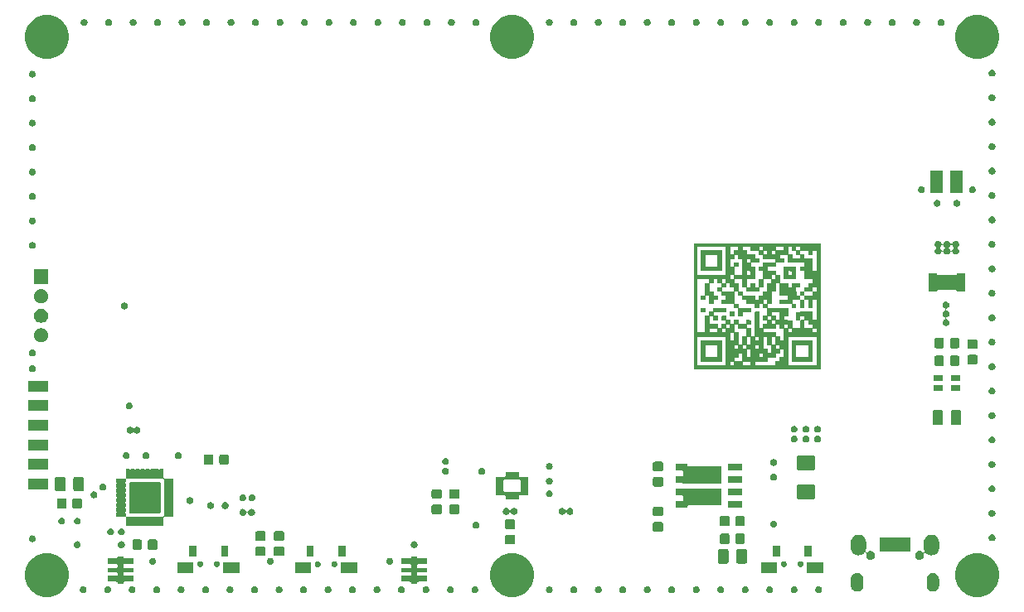
<source format=gbr>
G04 #@! TF.GenerationSoftware,KiCad,Pcbnew,5.1.5*
G04 #@! TF.CreationDate,2020-01-04T17:56:06+01:00*
G04 #@! TF.ProjectId,eside_rev18,65736964-655f-4726-9576-31382e6b6963,rev?*
G04 #@! TF.SameCoordinates,Original*
G04 #@! TF.FileFunction,Soldermask,Bot*
G04 #@! TF.FilePolarity,Negative*
%FSLAX46Y46*%
G04 Gerber Fmt 4.6, Leading zero omitted, Abs format (unit mm)*
G04 Created by KiCad (PCBNEW 5.1.5) date 2020-01-04 17:56:06*
%MOMM*%
%LPD*%
G04 APERTURE LIST*
%ADD10C,0.010000*%
%ADD11C,0.100000*%
G04 APERTURE END LIST*
D10*
G36*
X130630333Y-83056000D02*
G01*
X128556000Y-83056000D01*
X128556000Y-84728166D01*
X128937000Y-84728166D01*
X128937000Y-83458166D01*
X130228166Y-83458166D01*
X130228166Y-84728166D01*
X128937000Y-84728166D01*
X128556000Y-84728166D01*
X128556000Y-85130333D01*
X130630333Y-85130333D01*
X130630333Y-83056000D01*
G37*
X130630333Y-83056000D02*
X128556000Y-83056000D01*
X128556000Y-84728166D01*
X128937000Y-84728166D01*
X128937000Y-83458166D01*
X130228166Y-83458166D01*
X130228166Y-84728166D01*
X128937000Y-84728166D01*
X128556000Y-84728166D01*
X128556000Y-85130333D01*
X130630333Y-85130333D01*
X130630333Y-83056000D01*
G36*
X121359333Y-83056000D02*
G01*
X119285000Y-83056000D01*
X119285000Y-84728166D01*
X119687166Y-84728166D01*
X119687166Y-83458166D01*
X120957166Y-83458166D01*
X120957166Y-84728166D01*
X119687166Y-84728166D01*
X119285000Y-84728166D01*
X119285000Y-85130333D01*
X121359333Y-85130333D01*
X121359333Y-83056000D01*
G37*
X121359333Y-83056000D02*
X119285000Y-83056000D01*
X119285000Y-84728166D01*
X119687166Y-84728166D01*
X119687166Y-83458166D01*
X120957166Y-83458166D01*
X120957166Y-84728166D01*
X119687166Y-84728166D01*
X119285000Y-84728166D01*
X119285000Y-85130333D01*
X121359333Y-85130333D01*
X121359333Y-83056000D01*
G36*
X123888750Y-83447583D02*
G01*
X123894498Y-83040125D01*
X123900247Y-82632666D01*
X123497166Y-82632666D01*
X123497166Y-83459755D01*
X123888750Y-83447583D01*
G37*
X123888750Y-83447583D02*
X123894498Y-83040125D01*
X123900247Y-82632666D01*
X123497166Y-82632666D01*
X123497166Y-83459755D01*
X123888750Y-83447583D01*
G36*
X124116291Y-82607002D02*
G01*
X124312083Y-82600916D01*
X124317832Y-82193458D01*
X124323580Y-81786000D01*
X123920500Y-81786000D01*
X123920500Y-82613088D01*
X124116291Y-82607002D01*
G37*
X124116291Y-82607002D02*
X124312083Y-82600916D01*
X124317832Y-82193458D01*
X124323580Y-81786000D01*
X123920500Y-81786000D01*
X123920500Y-82613088D01*
X124116291Y-82607002D01*
G36*
X123899333Y-81362666D02*
G01*
X123073833Y-81362666D01*
X123073833Y-81764833D01*
X123899333Y-81764833D01*
X123899333Y-81362666D01*
G37*
X123899333Y-81362666D02*
X123073833Y-81362666D01*
X123073833Y-81764833D01*
X123899333Y-81764833D01*
X123899333Y-81362666D01*
G36*
X121782666Y-81362666D02*
G01*
X121380500Y-81362666D01*
X121380500Y-81764833D01*
X121782666Y-81764833D01*
X121782666Y-81362666D01*
G37*
X121782666Y-81362666D02*
X121380500Y-81362666D01*
X121380500Y-81764833D01*
X121782666Y-81764833D01*
X121782666Y-81362666D01*
G36*
X126841500Y-81362666D02*
G01*
X126418166Y-81362666D01*
X126418166Y-80939333D01*
X126016000Y-80939333D01*
X126016000Y-81362666D01*
X125592666Y-81362666D01*
X125592666Y-81764833D01*
X126841500Y-81764833D01*
X126841500Y-81362666D01*
G37*
X126841500Y-81362666D02*
X126418166Y-81362666D01*
X126418166Y-80939333D01*
X126016000Y-80939333D01*
X126016000Y-81362666D01*
X125592666Y-81362666D01*
X125592666Y-81764833D01*
X126841500Y-81764833D01*
X126841500Y-81362666D01*
G36*
X124312083Y-80949916D02*
G01*
X124116291Y-80943831D01*
X123920500Y-80937745D01*
X123920500Y-81341500D01*
X124324255Y-81341500D01*
X124312083Y-80949916D01*
G37*
X124312083Y-80949916D02*
X124116291Y-80943831D01*
X123920500Y-80937745D01*
X123920500Y-81341500D01*
X124324255Y-81341500D01*
X124312083Y-80949916D01*
G36*
X123052666Y-80939333D02*
G01*
X122650500Y-80939333D01*
X122650500Y-81341500D01*
X123052666Y-81341500D01*
X123052666Y-80939333D01*
G37*
X123052666Y-80939333D02*
X122650500Y-80939333D01*
X122650500Y-81341500D01*
X123052666Y-81341500D01*
X123052666Y-80939333D01*
G36*
X122206000Y-80939333D02*
G01*
X121803833Y-80939333D01*
X121803833Y-81341500D01*
X122206000Y-81341500D01*
X122206000Y-80939333D01*
G37*
X122206000Y-80939333D02*
X121803833Y-80939333D01*
X121803833Y-81341500D01*
X122206000Y-81341500D01*
X122206000Y-80939333D01*
G36*
X126841500Y-80516000D02*
G01*
X126439333Y-80516000D01*
X126439333Y-80918166D01*
X126841500Y-80918166D01*
X126841500Y-80516000D01*
G37*
X126841500Y-80516000D02*
X126439333Y-80516000D01*
X126439333Y-80918166D01*
X126841500Y-80918166D01*
X126841500Y-80516000D01*
G36*
X125994833Y-80516000D02*
G01*
X125592666Y-80516000D01*
X125592666Y-80918166D01*
X125994833Y-80918166D01*
X125994833Y-80516000D01*
G37*
X125994833Y-80516000D02*
X125592666Y-80516000D01*
X125592666Y-80918166D01*
X125994833Y-80918166D01*
X125994833Y-80516000D01*
G36*
X121782666Y-80516000D02*
G01*
X121595694Y-80516000D01*
X121510516Y-80517501D01*
X121442171Y-80521514D01*
X121401175Y-80527300D01*
X121394611Y-80530111D01*
X121388295Y-80556321D01*
X121383440Y-80614343D01*
X121380783Y-80693661D01*
X121380500Y-80731194D01*
X121380500Y-80918166D01*
X121782666Y-80918166D01*
X121782666Y-80516000D01*
G37*
X121782666Y-80516000D02*
X121595694Y-80516000D01*
X121510516Y-80517501D01*
X121442171Y-80521514D01*
X121401175Y-80527300D01*
X121394611Y-80530111D01*
X121388295Y-80556321D01*
X121383440Y-80614343D01*
X121380783Y-80693661D01*
X121380500Y-80731194D01*
X121380500Y-80918166D01*
X121782666Y-80918166D01*
X121782666Y-80516000D01*
G36*
X120936000Y-80516000D02*
G01*
X120555000Y-80516000D01*
X120555000Y-80918166D01*
X120936000Y-80918166D01*
X120936000Y-80516000D01*
G37*
X120936000Y-80516000D02*
X120555000Y-80516000D01*
X120555000Y-80918166D01*
X120936000Y-80918166D01*
X120936000Y-80516000D01*
G36*
X122629333Y-80092666D02*
G01*
X122227166Y-80092666D01*
X122227166Y-80494833D01*
X122629333Y-80494833D01*
X122629333Y-80092666D01*
G37*
X122629333Y-80092666D02*
X122227166Y-80092666D01*
X122227166Y-80494833D01*
X122629333Y-80494833D01*
X122629333Y-80092666D01*
G36*
X120512666Y-80092666D02*
G01*
X120131666Y-80092666D01*
X120131666Y-80494833D01*
X120512666Y-80494833D01*
X120512666Y-80092666D01*
G37*
X120512666Y-80092666D02*
X120131666Y-80092666D01*
X120131666Y-80494833D01*
X120512666Y-80494833D01*
X120512666Y-80092666D01*
G36*
X128524250Y-81754250D02*
G01*
X128524250Y-80949916D01*
X127688166Y-80938438D01*
X127688166Y-80494833D01*
X128111500Y-80494833D01*
X128111500Y-79690500D01*
X126016000Y-79690500D01*
X126016000Y-80494833D01*
X126418166Y-80494833D01*
X126418166Y-80071500D01*
X127286000Y-80071500D01*
X127286000Y-80939333D01*
X126862666Y-80939333D01*
X126862666Y-81341500D01*
X127286000Y-81341500D01*
X127286000Y-81764833D01*
X127688166Y-81764833D01*
X127688166Y-81341500D01*
X128132666Y-81341500D01*
X128132666Y-81766422D01*
X128524250Y-81754250D01*
G37*
X128524250Y-81754250D02*
X128524250Y-80949916D01*
X127688166Y-80938438D01*
X127688166Y-80494833D01*
X128111500Y-80494833D01*
X128111500Y-79690500D01*
X126016000Y-79690500D01*
X126016000Y-80494833D01*
X126418166Y-80494833D01*
X126418166Y-80071500D01*
X127286000Y-80071500D01*
X127286000Y-80939333D01*
X126862666Y-80939333D01*
X126862666Y-81341500D01*
X127286000Y-81341500D01*
X127286000Y-81764833D01*
X127688166Y-81764833D01*
X127688166Y-81341500D01*
X128132666Y-81341500D01*
X128132666Y-81766422D01*
X128524250Y-81754250D01*
G36*
X123476000Y-80071500D02*
G01*
X124322666Y-80071500D01*
X124322666Y-79690500D01*
X123073833Y-79690500D01*
X123073833Y-80494833D01*
X123476000Y-80494833D01*
X123476000Y-80071500D01*
G37*
X123476000Y-80071500D02*
X124322666Y-80071500D01*
X124322666Y-79690500D01*
X123073833Y-79690500D01*
X123073833Y-80494833D01*
X123476000Y-80494833D01*
X123476000Y-80071500D01*
G36*
X121782666Y-79690500D02*
G01*
X120555000Y-79690500D01*
X120555000Y-80071500D01*
X121782666Y-80071500D01*
X121782666Y-79690500D01*
G37*
X121782666Y-79690500D02*
X120555000Y-79690500D01*
X120555000Y-80071500D01*
X121782666Y-80071500D01*
X121782666Y-79690500D01*
G36*
X119687166Y-79690500D02*
G01*
X119285000Y-79690500D01*
X119285000Y-80071500D01*
X119687166Y-80071500D01*
X119687166Y-79690500D01*
G37*
X119687166Y-79690500D02*
X119285000Y-79690500D01*
X119285000Y-80071500D01*
X119687166Y-80071500D01*
X119687166Y-79690500D01*
G36*
X128937000Y-79267166D02*
G01*
X128556000Y-79267166D01*
X128556000Y-79648166D01*
X128937000Y-79648166D01*
X128937000Y-79267166D01*
G37*
X128937000Y-79267166D02*
X128556000Y-79267166D01*
X128556000Y-79648166D01*
X128937000Y-79648166D01*
X128937000Y-79267166D01*
G36*
X125994833Y-79267166D02*
G01*
X125592666Y-79267166D01*
X125592666Y-79648166D01*
X125994833Y-79648166D01*
X125994833Y-79267166D01*
G37*
X125994833Y-79267166D02*
X125592666Y-79267166D01*
X125592666Y-79648166D01*
X125994833Y-79648166D01*
X125994833Y-79267166D01*
G36*
X123052666Y-79267166D02*
G01*
X122650500Y-79267166D01*
X122650500Y-79648166D01*
X123052666Y-79648166D01*
X123052666Y-79267166D01*
G37*
X123052666Y-79267166D02*
X122650500Y-79267166D01*
X122650500Y-79648166D01*
X123052666Y-79648166D01*
X123052666Y-79267166D01*
G36*
X129783666Y-78843833D02*
G01*
X129381500Y-78843833D01*
X129381500Y-79648166D01*
X129783666Y-79648166D01*
X129783666Y-78843833D01*
G37*
X129783666Y-78843833D02*
X129381500Y-78843833D01*
X129381500Y-79648166D01*
X129783666Y-79648166D01*
X129783666Y-78843833D01*
G36*
X119480791Y-78818169D02*
G01*
X119676583Y-78812083D01*
X119682669Y-78616291D01*
X119688755Y-78420500D01*
X119285000Y-78420500D01*
X119285000Y-78824255D01*
X119480791Y-78818169D01*
G37*
X119480791Y-78818169D02*
X119676583Y-78812083D01*
X119682669Y-78616291D01*
X119688755Y-78420500D01*
X119285000Y-78420500D01*
X119285000Y-78824255D01*
X119480791Y-78818169D01*
G36*
X129783666Y-77997166D02*
G01*
X129379911Y-77997166D01*
X129392083Y-78388750D01*
X129587875Y-78394836D01*
X129783666Y-78400922D01*
X129783666Y-77997166D01*
G37*
X129783666Y-77997166D02*
X129379911Y-77997166D01*
X129392083Y-78388750D01*
X129587875Y-78394836D01*
X129783666Y-78400922D01*
X129783666Y-77997166D01*
G36*
X123269625Y-78394836D02*
G01*
X123465416Y-78388750D01*
X123477588Y-77997166D01*
X123073833Y-77997166D01*
X123073833Y-78400922D01*
X123269625Y-78394836D01*
G37*
X123269625Y-78394836D02*
X123465416Y-78388750D01*
X123477588Y-77997166D01*
X123073833Y-77997166D01*
X123073833Y-78400922D01*
X123269625Y-78394836D01*
G36*
X122629333Y-77997166D02*
G01*
X121378911Y-77997166D01*
X121391083Y-78388750D01*
X121803833Y-78400866D01*
X121803833Y-78843833D01*
X121378911Y-78843833D01*
X121384997Y-79039625D01*
X121391083Y-79235416D01*
X122010208Y-79241028D01*
X122629333Y-79246639D01*
X122629333Y-77997166D01*
G37*
X122629333Y-77997166D02*
X121378911Y-77997166D01*
X121391083Y-78388750D01*
X121803833Y-78400866D01*
X121803833Y-78843833D01*
X121378911Y-78843833D01*
X121384997Y-79039625D01*
X121391083Y-79235416D01*
X122010208Y-79241028D01*
X122629333Y-79246639D01*
X122629333Y-77997166D01*
G36*
X121359333Y-77573833D02*
G01*
X120955578Y-77573833D01*
X120961664Y-77769625D01*
X120967750Y-77965416D01*
X121163541Y-77971502D01*
X121359333Y-77977588D01*
X121359333Y-77573833D01*
G37*
X121359333Y-77573833D02*
X120955578Y-77573833D01*
X120961664Y-77769625D01*
X120967750Y-77965416D01*
X121163541Y-77971502D01*
X121359333Y-77977588D01*
X121359333Y-77573833D01*
G36*
X127905125Y-79241028D02*
G01*
X128524250Y-79235416D01*
X128536366Y-78822666D01*
X129360333Y-78822666D01*
X129360333Y-78422033D01*
X129153958Y-78415975D01*
X128947583Y-78409916D01*
X128936123Y-77552666D01*
X129360333Y-77552666D01*
X129360333Y-77150500D01*
X128556000Y-77150500D01*
X128556000Y-77573833D01*
X128113032Y-77573833D01*
X128100916Y-77161083D01*
X127693458Y-77155334D01*
X127286000Y-77149586D01*
X127286000Y-78399333D01*
X128134147Y-78399333D01*
X128128115Y-78616291D01*
X128122083Y-78833250D01*
X127704041Y-78838989D01*
X127286000Y-78844728D01*
X127286000Y-79246639D01*
X127905125Y-79241028D01*
G37*
X127905125Y-79241028D02*
X128524250Y-79235416D01*
X128536366Y-78822666D01*
X129360333Y-78822666D01*
X129360333Y-78422033D01*
X129153958Y-78415975D01*
X128947583Y-78409916D01*
X128936123Y-77552666D01*
X129360333Y-77552666D01*
X129360333Y-77150500D01*
X128556000Y-77150500D01*
X128556000Y-77573833D01*
X128113032Y-77573833D01*
X128100916Y-77161083D01*
X127693458Y-77155334D01*
X127286000Y-77149586D01*
X127286000Y-78399333D01*
X128134147Y-78399333D01*
X128128115Y-78616291D01*
X128122083Y-78833250D01*
X127704041Y-78838989D01*
X127286000Y-78844728D01*
X127286000Y-79246639D01*
X127905125Y-79241028D01*
G36*
X125148166Y-77573833D02*
G01*
X124724833Y-77573833D01*
X124724833Y-77150500D01*
X124343833Y-77150500D01*
X124343833Y-77573833D01*
X123920500Y-77573833D01*
X123920500Y-77976000D01*
X125148166Y-77976000D01*
X125148166Y-77573833D01*
G37*
X125148166Y-77573833D02*
X124724833Y-77573833D01*
X124724833Y-77150500D01*
X124343833Y-77150500D01*
X124343833Y-77573833D01*
X123920500Y-77573833D01*
X123920500Y-77976000D01*
X125148166Y-77976000D01*
X125148166Y-77573833D01*
G36*
X121782666Y-77150500D02*
G01*
X121380500Y-77150500D01*
X121380500Y-77552666D01*
X121782666Y-77552666D01*
X121782666Y-77150500D01*
G37*
X121782666Y-77150500D02*
X121380500Y-77150500D01*
X121380500Y-77552666D01*
X121782666Y-77552666D01*
X121782666Y-77150500D01*
G36*
X120512666Y-78822666D02*
G01*
X120936000Y-78822666D01*
X120936000Y-78422033D01*
X120729625Y-78415975D01*
X120523250Y-78409916D01*
X120517191Y-78203541D01*
X120511133Y-77997166D01*
X120110500Y-77997166D01*
X120110500Y-77150500D01*
X119708333Y-77150500D01*
X119708333Y-78399333D01*
X120131666Y-78399333D01*
X120131666Y-79246000D01*
X120512666Y-79246000D01*
X120512666Y-78822666D01*
G37*
X120512666Y-78822666D02*
X120936000Y-78822666D01*
X120936000Y-78422033D01*
X120729625Y-78415975D01*
X120523250Y-78409916D01*
X120517191Y-78203541D01*
X120511133Y-77997166D01*
X120110500Y-77997166D01*
X120110500Y-77150500D01*
X119708333Y-77150500D01*
X119708333Y-78399333D01*
X120131666Y-78399333D01*
X120131666Y-79246000D01*
X120512666Y-79246000D01*
X120512666Y-78822666D01*
G36*
X125571500Y-76727166D02*
G01*
X125384527Y-76727166D01*
X125299349Y-76728668D01*
X125231004Y-76732681D01*
X125190008Y-76738466D01*
X125183444Y-76741278D01*
X125179015Y-76765939D01*
X125175156Y-76826091D01*
X125172099Y-76914893D01*
X125170081Y-77025503D01*
X125169333Y-77151079D01*
X125169333Y-77552666D01*
X125571500Y-77552666D01*
X125571500Y-76727166D01*
G37*
X125571500Y-76727166D02*
X125384527Y-76727166D01*
X125299349Y-76728668D01*
X125231004Y-76732681D01*
X125190008Y-76738466D01*
X125183444Y-76741278D01*
X125179015Y-76765939D01*
X125175156Y-76826091D01*
X125172099Y-76914893D01*
X125170081Y-77025503D01*
X125169333Y-77151079D01*
X125169333Y-77552666D01*
X125571500Y-77552666D01*
X125571500Y-76727166D01*
G36*
X125148166Y-79246000D02*
G01*
X125571500Y-79246000D01*
X125571500Y-78822666D01*
X126014467Y-78822666D01*
X126026583Y-79235416D01*
X126222375Y-79241502D01*
X126418166Y-79247588D01*
X126418166Y-77976000D01*
X126841500Y-77976000D01*
X126841500Y-77129333D01*
X127264833Y-77129333D01*
X127264833Y-76303833D01*
X126862666Y-76303833D01*
X126862666Y-76727166D01*
X126439333Y-76727166D01*
X126439333Y-77150500D01*
X126016000Y-77150500D01*
X126016000Y-77997166D01*
X125592666Y-77997166D01*
X125592666Y-78420500D01*
X125169333Y-78420500D01*
X125169333Y-78845314D01*
X124952375Y-78839282D01*
X124735416Y-78833250D01*
X124723300Y-78420500D01*
X123497166Y-78420500D01*
X123497166Y-78822666D01*
X123920500Y-78822666D01*
X123920500Y-79246000D01*
X124746000Y-79246000D01*
X124746000Y-79648166D01*
X125148166Y-79648166D01*
X125148166Y-79246000D01*
G37*
X125148166Y-79246000D02*
X125571500Y-79246000D01*
X125571500Y-78822666D01*
X126014467Y-78822666D01*
X126026583Y-79235416D01*
X126222375Y-79241502D01*
X126418166Y-79247588D01*
X126418166Y-77976000D01*
X126841500Y-77976000D01*
X126841500Y-77129333D01*
X127264833Y-77129333D01*
X127264833Y-76303833D01*
X126862666Y-76303833D01*
X126862666Y-76727166D01*
X126439333Y-76727166D01*
X126439333Y-77150500D01*
X126016000Y-77150500D01*
X126016000Y-77997166D01*
X125592666Y-77997166D01*
X125592666Y-78420500D01*
X125169333Y-78420500D01*
X125169333Y-78845314D01*
X124952375Y-78839282D01*
X124735416Y-78833250D01*
X124723300Y-78420500D01*
X123497166Y-78420500D01*
X123497166Y-78822666D01*
X123920500Y-78822666D01*
X123920500Y-79246000D01*
X124746000Y-79246000D01*
X124746000Y-79648166D01*
X125148166Y-79648166D01*
X125148166Y-79246000D01*
G36*
X128937000Y-75457166D02*
G01*
X127709333Y-75457166D01*
X127709333Y-76303833D01*
X128111500Y-76303833D01*
X128111500Y-75857852D01*
X128545416Y-75869916D01*
X128551448Y-76086875D01*
X128557480Y-76303833D01*
X128111500Y-76303833D01*
X127709333Y-76303833D01*
X127709333Y-76706000D01*
X128937000Y-76706000D01*
X128937000Y-75457166D01*
G37*
X128937000Y-75457166D02*
X127709333Y-75457166D01*
X127709333Y-76303833D01*
X128111500Y-76303833D01*
X128111500Y-75857852D01*
X128545416Y-75869916D01*
X128551448Y-76086875D01*
X128557480Y-76303833D01*
X128111500Y-76303833D01*
X127709333Y-76303833D01*
X127709333Y-76706000D01*
X128937000Y-76706000D01*
X128937000Y-75457166D01*
G36*
X126418166Y-76282666D02*
G01*
X126841500Y-76282666D01*
X126841500Y-75880500D01*
X125994833Y-75880500D01*
X125994833Y-75436000D01*
X126841500Y-75436000D01*
X126841500Y-75055000D01*
X125592666Y-75055000D01*
X125592666Y-75455634D01*
X125179916Y-75467750D01*
X125173830Y-75663541D01*
X125167744Y-75859333D01*
X125592666Y-75859333D01*
X125592666Y-76706000D01*
X126418166Y-76706000D01*
X126418166Y-76282666D01*
G37*
X126418166Y-76282666D02*
X126841500Y-76282666D01*
X126841500Y-75880500D01*
X125994833Y-75880500D01*
X125994833Y-75436000D01*
X126841500Y-75436000D01*
X126841500Y-75055000D01*
X125592666Y-75055000D01*
X125592666Y-75455634D01*
X125179916Y-75467750D01*
X125173830Y-75663541D01*
X125167744Y-75859333D01*
X125592666Y-75859333D01*
X125592666Y-76706000D01*
X126418166Y-76706000D01*
X126418166Y-76282666D01*
G36*
X123052666Y-75055000D02*
G01*
X122650500Y-75055000D01*
X122650500Y-75436000D01*
X123052666Y-75436000D01*
X123052666Y-75055000D01*
G37*
X123052666Y-75055000D02*
X122650500Y-75055000D01*
X122650500Y-75436000D01*
X123052666Y-75436000D01*
X123052666Y-75055000D01*
G36*
X129360333Y-73785000D02*
G01*
X128956578Y-73785000D01*
X128962664Y-73980791D01*
X128968750Y-74176583D01*
X129164541Y-74182669D01*
X129360333Y-74188755D01*
X129360333Y-73785000D01*
G37*
X129360333Y-73785000D02*
X128956578Y-73785000D01*
X128962664Y-73980791D01*
X128968750Y-74176583D01*
X129164541Y-74182669D01*
X129360333Y-74188755D01*
X129360333Y-73785000D01*
G36*
X125571500Y-73785000D02*
G01*
X125167744Y-73785000D01*
X125173830Y-73980791D01*
X125179916Y-74176583D01*
X125571500Y-74188755D01*
X125571500Y-73785000D01*
G37*
X125571500Y-73785000D02*
X125167744Y-73785000D01*
X125173830Y-73980791D01*
X125179916Y-74176583D01*
X125571500Y-74188755D01*
X125571500Y-73785000D01*
G36*
X121359333Y-73785000D02*
G01*
X119285000Y-73785000D01*
X119285000Y-75457166D01*
X119687166Y-75457166D01*
X119687166Y-74187166D01*
X120957166Y-74187166D01*
X120957166Y-75457166D01*
X119687166Y-75457166D01*
X119285000Y-75457166D01*
X119285000Y-75859333D01*
X121359333Y-75859333D01*
X121359333Y-73785000D01*
G37*
X121359333Y-73785000D02*
X119285000Y-73785000D01*
X119285000Y-75457166D01*
X119687166Y-75457166D01*
X119687166Y-74187166D01*
X120957166Y-74187166D01*
X120957166Y-75457166D01*
X119687166Y-75457166D01*
X119285000Y-75457166D01*
X119285000Y-75859333D01*
X121359333Y-75859333D01*
X121359333Y-73785000D01*
G36*
X131413500Y-73107666D02*
G01*
X118586500Y-73107666D01*
X118586500Y-76303833D01*
X118840500Y-76303833D01*
X118840500Y-73340500D01*
X121803833Y-73340500D01*
X121803833Y-76303833D01*
X118840500Y-76303833D01*
X118586500Y-76303833D01*
X118586500Y-82209333D01*
X118840500Y-82209333D01*
X118840500Y-76706000D01*
X120131666Y-76706000D01*
X120131666Y-77129333D01*
X120512666Y-77129333D01*
X120512666Y-76706000D01*
X120957166Y-76706000D01*
X120957166Y-77129333D01*
X121359333Y-77129333D01*
X121359333Y-76706000D01*
X121803833Y-76706000D01*
X121803833Y-77129333D01*
X122227166Y-77129333D01*
X122227166Y-77552666D01*
X122650500Y-77552666D01*
X122650500Y-77976000D01*
X123052666Y-77976000D01*
X123052666Y-77150500D01*
X122629333Y-77150500D01*
X122629333Y-76727166D01*
X122206000Y-76727166D01*
X122206000Y-76282666D01*
X122630247Y-76282666D01*
X122624498Y-75875208D01*
X122618750Y-75467750D01*
X122206000Y-75455634D01*
X122206000Y-74610500D01*
X122629333Y-74610500D01*
X122629333Y-74208333D01*
X122206000Y-74208333D01*
X122206000Y-73340500D01*
X123073833Y-73340500D01*
X123073833Y-73785000D01*
X122650500Y-73785000D01*
X122650500Y-74187166D01*
X123073833Y-74187166D01*
X123073833Y-74610500D01*
X123497166Y-74610500D01*
X123497166Y-76303833D01*
X123899333Y-76303833D01*
X123899333Y-75857852D01*
X124116291Y-75863884D01*
X124333250Y-75869916D01*
X124339282Y-76086875D01*
X124345314Y-76303833D01*
X123899333Y-76303833D01*
X123497166Y-76303833D01*
X122650500Y-76303833D01*
X122650500Y-76706000D01*
X123497166Y-76706000D01*
X123497166Y-77552666D01*
X123899333Y-77552666D01*
X123899333Y-76706000D01*
X124724833Y-76706000D01*
X124724833Y-75457166D01*
X124322666Y-75457166D01*
X124322666Y-75055000D01*
X123899333Y-75055000D01*
X123899333Y-74610500D01*
X124343833Y-74610500D01*
X124343833Y-75012666D01*
X125148166Y-75012666D01*
X125148166Y-74633199D01*
X124735416Y-74621083D01*
X124723300Y-74208333D01*
X123899333Y-74208333D01*
X123899333Y-73785000D01*
X123476000Y-73785000D01*
X123476000Y-73340500D01*
X124343833Y-73340500D01*
X124343833Y-73763833D01*
X125148166Y-73763833D01*
X125148166Y-73340500D01*
X125592666Y-73340500D01*
X125592666Y-73763833D01*
X126016000Y-73763833D01*
X126016000Y-74208333D01*
X126418166Y-74208333D01*
X126418166Y-73763833D01*
X126841500Y-73763833D01*
X126841500Y-73340500D01*
X127709333Y-73340500D01*
X127709333Y-73785000D01*
X126862666Y-73785000D01*
X126862666Y-74208333D01*
X126418166Y-74208333D01*
X126016000Y-74208333D01*
X125591078Y-74208333D01*
X125597164Y-74404125D01*
X125603250Y-74599916D01*
X126862666Y-74611130D01*
X126862666Y-75012666D01*
X127688166Y-75012666D01*
X127688166Y-74631666D01*
X127264833Y-74631666D01*
X127264833Y-74188061D01*
X127682875Y-74182322D01*
X128100916Y-74176583D01*
X128106655Y-73758541D01*
X128112394Y-73340500D01*
X128556000Y-73340500D01*
X128556000Y-73763833D01*
X128937000Y-73763833D01*
X128937000Y-73340500D01*
X129379967Y-73340500D01*
X129392083Y-73753250D01*
X129810125Y-73758989D01*
X130228166Y-73764728D01*
X130228166Y-74187166D01*
X130630333Y-74187166D01*
X130630333Y-73763833D01*
X131074833Y-73763833D01*
X131074833Y-75880500D01*
X130630333Y-75880500D01*
X130630333Y-74631666D01*
X129783666Y-74631666D01*
X129783666Y-74208333D01*
X129381500Y-74208333D01*
X129381500Y-74631666D01*
X128534833Y-74631666D01*
X128534833Y-74208333D01*
X128132666Y-74208333D01*
X128132666Y-75012666D01*
X129804833Y-75012666D01*
X129804833Y-75455634D01*
X129392083Y-75467750D01*
X129385997Y-75663541D01*
X129379911Y-75859333D01*
X129804833Y-75859333D01*
X129804833Y-76706000D01*
X130651500Y-76706000D01*
X130651500Y-77150500D01*
X130228166Y-77150500D01*
X130228166Y-77573833D01*
X129804833Y-77573833D01*
X129804833Y-77976000D01*
X130630333Y-77976000D01*
X130630333Y-77552666D01*
X131074833Y-77552666D01*
X131074833Y-77997166D01*
X130651500Y-77997166D01*
X130651500Y-78420500D01*
X129803244Y-78420500D01*
X129809330Y-78616291D01*
X129815416Y-78812083D01*
X130228166Y-78824199D01*
X130228166Y-79648166D01*
X130630333Y-79648166D01*
X130630333Y-78822666D01*
X131074833Y-78822666D01*
X131074833Y-80939333D01*
X130630333Y-80939333D01*
X130630333Y-80092175D01*
X129799541Y-80097712D01*
X128968750Y-80103250D01*
X128957252Y-80918166D01*
X129360333Y-80918166D01*
X129360333Y-80494833D01*
X129804833Y-80494833D01*
X129804833Y-80918166D01*
X130228166Y-80918166D01*
X130228166Y-81341500D01*
X130651500Y-81341500D01*
X130651500Y-81764833D01*
X131074833Y-81764833D01*
X131074833Y-82209333D01*
X130630333Y-82209333D01*
X130630333Y-81786000D01*
X129783666Y-81786000D01*
X129783666Y-80937745D01*
X129587875Y-80943831D01*
X129392083Y-80949916D01*
X129380605Y-81786000D01*
X128556000Y-81786000D01*
X128556000Y-82209333D01*
X128111500Y-82209333D01*
X128111500Y-81786000D01*
X127709333Y-81786000D01*
X127709333Y-83056000D01*
X127264833Y-83056000D01*
X127264833Y-82632666D01*
X126862666Y-82632666D01*
X126862666Y-83458166D01*
X127286000Y-83458166D01*
X127286000Y-83860333D01*
X127709333Y-83860333D01*
X127709333Y-84728166D01*
X127286000Y-84728166D01*
X127286000Y-85151500D01*
X126862666Y-85151500D01*
X126862666Y-85574833D01*
X128111500Y-85574833D01*
X128111500Y-82611500D01*
X131074833Y-82611500D01*
X131074833Y-85574833D01*
X128111500Y-85574833D01*
X126862666Y-85574833D01*
X124724833Y-85574833D01*
X124724833Y-85130333D01*
X125994833Y-85130333D01*
X125994833Y-84707000D01*
X126841500Y-84707000D01*
X126841500Y-84283666D01*
X127266421Y-84283666D01*
X127260335Y-84087875D01*
X127254250Y-83892083D01*
X126841500Y-83879967D01*
X126841500Y-83479333D01*
X126439333Y-83479333D01*
X126439333Y-84304833D01*
X125994833Y-84304833D01*
X125994833Y-83881500D01*
X125571500Y-83881500D01*
X125571500Y-82611500D01*
X126015105Y-82611500D01*
X126020844Y-83029541D01*
X126026583Y-83447583D01*
X126407583Y-83447583D01*
X126413322Y-83029541D01*
X126419061Y-82611500D01*
X126841500Y-82611500D01*
X126841500Y-82209333D01*
X125571500Y-82209333D01*
X125571500Y-81786000D01*
X125148166Y-81786000D01*
X125148166Y-80091078D01*
X124952375Y-80097164D01*
X124756583Y-80103250D01*
X124756583Y-82600916D01*
X124962958Y-82606975D01*
X125169333Y-82613033D01*
X125169333Y-83057481D01*
X124952375Y-83051449D01*
X124735416Y-83045416D01*
X124723300Y-82632666D01*
X124344728Y-82632666D01*
X124333396Y-83458166D01*
X124723352Y-83458166D01*
X125169333Y-83458166D01*
X125169333Y-83904147D01*
X124952375Y-83898115D01*
X124735416Y-83892083D01*
X124729384Y-83675125D01*
X124723352Y-83458166D01*
X124333396Y-83458166D01*
X124333250Y-83468750D01*
X123920500Y-83480866D01*
X123920500Y-83858800D01*
X124333250Y-83870916D01*
X124338979Y-84299542D01*
X124344708Y-84728166D01*
X125148166Y-84728166D01*
X125148166Y-84283666D01*
X125592666Y-84283666D01*
X125592666Y-84728166D01*
X125148166Y-84728166D01*
X124344708Y-84728166D01*
X124344709Y-84728167D01*
X124122469Y-84728167D01*
X123900228Y-84728166D01*
X123894489Y-84310125D01*
X123888750Y-83892083D01*
X123476000Y-83879967D01*
X123476000Y-83479333D01*
X123073833Y-83479333D01*
X123073833Y-83881500D01*
X122629333Y-83881500D01*
X122629333Y-83459699D01*
X123042083Y-83447583D01*
X123047694Y-82828458D01*
X123053306Y-82209333D01*
X122650500Y-82209333D01*
X122650500Y-83056000D01*
X122206000Y-83056000D01*
X122206000Y-82188166D01*
X122629333Y-82188166D01*
X122629333Y-81362666D01*
X122227166Y-81362666D01*
X122227166Y-81786000D01*
X121803833Y-81786000D01*
X121803833Y-82209333D01*
X121359333Y-82209333D01*
X121359333Y-81786000D01*
X120957166Y-81786000D01*
X120957166Y-82209333D01*
X120110500Y-82209333D01*
X120110500Y-81764833D01*
X120936000Y-81764833D01*
X120936000Y-81362666D01*
X120111394Y-81362666D01*
X120105655Y-80944625D01*
X120099916Y-80526583D01*
X119904125Y-80520497D01*
X119708333Y-80514411D01*
X119708333Y-82209333D01*
X118840500Y-82209333D01*
X118586500Y-82209333D01*
X118586500Y-85574833D01*
X118840500Y-85574833D01*
X118840500Y-82611500D01*
X121803833Y-82611500D01*
X121803833Y-85574833D01*
X122206000Y-85574833D01*
X122206000Y-85130333D01*
X122629333Y-85130333D01*
X122629333Y-84707000D01*
X123052666Y-84707000D01*
X123052666Y-84283666D01*
X123497166Y-84283666D01*
X123497166Y-85130333D01*
X124343833Y-85130333D01*
X124343833Y-85574833D01*
X123476000Y-85574833D01*
X123476000Y-85151500D01*
X122650500Y-85151500D01*
X122650500Y-85574833D01*
X122206000Y-85574833D01*
X121803833Y-85574833D01*
X118840500Y-85574833D01*
X118586500Y-85574833D01*
X118586500Y-85871166D01*
X131413500Y-85871166D01*
X131413500Y-73107666D01*
G37*
X131413500Y-73107666D02*
X118586500Y-73107666D01*
X118586500Y-76303833D01*
X118840500Y-76303833D01*
X118840500Y-73340500D01*
X121803833Y-73340500D01*
X121803833Y-76303833D01*
X118840500Y-76303833D01*
X118586500Y-76303833D01*
X118586500Y-82209333D01*
X118840500Y-82209333D01*
X118840500Y-76706000D01*
X120131666Y-76706000D01*
X120131666Y-77129333D01*
X120512666Y-77129333D01*
X120512666Y-76706000D01*
X120957166Y-76706000D01*
X120957166Y-77129333D01*
X121359333Y-77129333D01*
X121359333Y-76706000D01*
X121803833Y-76706000D01*
X121803833Y-77129333D01*
X122227166Y-77129333D01*
X122227166Y-77552666D01*
X122650500Y-77552666D01*
X122650500Y-77976000D01*
X123052666Y-77976000D01*
X123052666Y-77150500D01*
X122629333Y-77150500D01*
X122629333Y-76727166D01*
X122206000Y-76727166D01*
X122206000Y-76282666D01*
X122630247Y-76282666D01*
X122624498Y-75875208D01*
X122618750Y-75467750D01*
X122206000Y-75455634D01*
X122206000Y-74610500D01*
X122629333Y-74610500D01*
X122629333Y-74208333D01*
X122206000Y-74208333D01*
X122206000Y-73340500D01*
X123073833Y-73340500D01*
X123073833Y-73785000D01*
X122650500Y-73785000D01*
X122650500Y-74187166D01*
X123073833Y-74187166D01*
X123073833Y-74610500D01*
X123497166Y-74610500D01*
X123497166Y-76303833D01*
X123899333Y-76303833D01*
X123899333Y-75857852D01*
X124116291Y-75863884D01*
X124333250Y-75869916D01*
X124339282Y-76086875D01*
X124345314Y-76303833D01*
X123899333Y-76303833D01*
X123497166Y-76303833D01*
X122650500Y-76303833D01*
X122650500Y-76706000D01*
X123497166Y-76706000D01*
X123497166Y-77552666D01*
X123899333Y-77552666D01*
X123899333Y-76706000D01*
X124724833Y-76706000D01*
X124724833Y-75457166D01*
X124322666Y-75457166D01*
X124322666Y-75055000D01*
X123899333Y-75055000D01*
X123899333Y-74610500D01*
X124343833Y-74610500D01*
X124343833Y-75012666D01*
X125148166Y-75012666D01*
X125148166Y-74633199D01*
X124735416Y-74621083D01*
X124723300Y-74208333D01*
X123899333Y-74208333D01*
X123899333Y-73785000D01*
X123476000Y-73785000D01*
X123476000Y-73340500D01*
X124343833Y-73340500D01*
X124343833Y-73763833D01*
X125148166Y-73763833D01*
X125148166Y-73340500D01*
X125592666Y-73340500D01*
X125592666Y-73763833D01*
X126016000Y-73763833D01*
X126016000Y-74208333D01*
X126418166Y-74208333D01*
X126418166Y-73763833D01*
X126841500Y-73763833D01*
X126841500Y-73340500D01*
X127709333Y-73340500D01*
X127709333Y-73785000D01*
X126862666Y-73785000D01*
X126862666Y-74208333D01*
X126418166Y-74208333D01*
X126016000Y-74208333D01*
X125591078Y-74208333D01*
X125597164Y-74404125D01*
X125603250Y-74599916D01*
X126862666Y-74611130D01*
X126862666Y-75012666D01*
X127688166Y-75012666D01*
X127688166Y-74631666D01*
X127264833Y-74631666D01*
X127264833Y-74188061D01*
X127682875Y-74182322D01*
X128100916Y-74176583D01*
X128106655Y-73758541D01*
X128112394Y-73340500D01*
X128556000Y-73340500D01*
X128556000Y-73763833D01*
X128937000Y-73763833D01*
X128937000Y-73340500D01*
X129379967Y-73340500D01*
X129392083Y-73753250D01*
X129810125Y-73758989D01*
X130228166Y-73764728D01*
X130228166Y-74187166D01*
X130630333Y-74187166D01*
X130630333Y-73763833D01*
X131074833Y-73763833D01*
X131074833Y-75880500D01*
X130630333Y-75880500D01*
X130630333Y-74631666D01*
X129783666Y-74631666D01*
X129783666Y-74208333D01*
X129381500Y-74208333D01*
X129381500Y-74631666D01*
X128534833Y-74631666D01*
X128534833Y-74208333D01*
X128132666Y-74208333D01*
X128132666Y-75012666D01*
X129804833Y-75012666D01*
X129804833Y-75455634D01*
X129392083Y-75467750D01*
X129385997Y-75663541D01*
X129379911Y-75859333D01*
X129804833Y-75859333D01*
X129804833Y-76706000D01*
X130651500Y-76706000D01*
X130651500Y-77150500D01*
X130228166Y-77150500D01*
X130228166Y-77573833D01*
X129804833Y-77573833D01*
X129804833Y-77976000D01*
X130630333Y-77976000D01*
X130630333Y-77552666D01*
X131074833Y-77552666D01*
X131074833Y-77997166D01*
X130651500Y-77997166D01*
X130651500Y-78420500D01*
X129803244Y-78420500D01*
X129809330Y-78616291D01*
X129815416Y-78812083D01*
X130228166Y-78824199D01*
X130228166Y-79648166D01*
X130630333Y-79648166D01*
X130630333Y-78822666D01*
X131074833Y-78822666D01*
X131074833Y-80939333D01*
X130630333Y-80939333D01*
X130630333Y-80092175D01*
X129799541Y-80097712D01*
X128968750Y-80103250D01*
X128957252Y-80918166D01*
X129360333Y-80918166D01*
X129360333Y-80494833D01*
X129804833Y-80494833D01*
X129804833Y-80918166D01*
X130228166Y-80918166D01*
X130228166Y-81341500D01*
X130651500Y-81341500D01*
X130651500Y-81764833D01*
X131074833Y-81764833D01*
X131074833Y-82209333D01*
X130630333Y-82209333D01*
X130630333Y-81786000D01*
X129783666Y-81786000D01*
X129783666Y-80937745D01*
X129587875Y-80943831D01*
X129392083Y-80949916D01*
X129380605Y-81786000D01*
X128556000Y-81786000D01*
X128556000Y-82209333D01*
X128111500Y-82209333D01*
X128111500Y-81786000D01*
X127709333Y-81786000D01*
X127709333Y-83056000D01*
X127264833Y-83056000D01*
X127264833Y-82632666D01*
X126862666Y-82632666D01*
X126862666Y-83458166D01*
X127286000Y-83458166D01*
X127286000Y-83860333D01*
X127709333Y-83860333D01*
X127709333Y-84728166D01*
X127286000Y-84728166D01*
X127286000Y-85151500D01*
X126862666Y-85151500D01*
X126862666Y-85574833D01*
X128111500Y-85574833D01*
X128111500Y-82611500D01*
X131074833Y-82611500D01*
X131074833Y-85574833D01*
X128111500Y-85574833D01*
X126862666Y-85574833D01*
X124724833Y-85574833D01*
X124724833Y-85130333D01*
X125994833Y-85130333D01*
X125994833Y-84707000D01*
X126841500Y-84707000D01*
X126841500Y-84283666D01*
X127266421Y-84283666D01*
X127260335Y-84087875D01*
X127254250Y-83892083D01*
X126841500Y-83879967D01*
X126841500Y-83479333D01*
X126439333Y-83479333D01*
X126439333Y-84304833D01*
X125994833Y-84304833D01*
X125994833Y-83881500D01*
X125571500Y-83881500D01*
X125571500Y-82611500D01*
X126015105Y-82611500D01*
X126020844Y-83029541D01*
X126026583Y-83447583D01*
X126407583Y-83447583D01*
X126413322Y-83029541D01*
X126419061Y-82611500D01*
X126841500Y-82611500D01*
X126841500Y-82209333D01*
X125571500Y-82209333D01*
X125571500Y-81786000D01*
X125148166Y-81786000D01*
X125148166Y-80091078D01*
X124952375Y-80097164D01*
X124756583Y-80103250D01*
X124756583Y-82600916D01*
X124962958Y-82606975D01*
X125169333Y-82613033D01*
X125169333Y-83057481D01*
X124952375Y-83051449D01*
X124735416Y-83045416D01*
X124723300Y-82632666D01*
X124344728Y-82632666D01*
X124333396Y-83458166D01*
X124723352Y-83458166D01*
X125169333Y-83458166D01*
X125169333Y-83904147D01*
X124952375Y-83898115D01*
X124735416Y-83892083D01*
X124729384Y-83675125D01*
X124723352Y-83458166D01*
X124333396Y-83458166D01*
X124333250Y-83468750D01*
X123920500Y-83480866D01*
X123920500Y-83858800D01*
X124333250Y-83870916D01*
X124338979Y-84299542D01*
X124344708Y-84728166D01*
X125148166Y-84728166D01*
X125148166Y-84283666D01*
X125592666Y-84283666D01*
X125592666Y-84728166D01*
X125148166Y-84728166D01*
X124344708Y-84728166D01*
X124344709Y-84728167D01*
X124122469Y-84728167D01*
X123900228Y-84728166D01*
X123894489Y-84310125D01*
X123888750Y-83892083D01*
X123476000Y-83879967D01*
X123476000Y-83479333D01*
X123073833Y-83479333D01*
X123073833Y-83881500D01*
X122629333Y-83881500D01*
X122629333Y-83459699D01*
X123042083Y-83447583D01*
X123047694Y-82828458D01*
X123053306Y-82209333D01*
X122650500Y-82209333D01*
X122650500Y-83056000D01*
X122206000Y-83056000D01*
X122206000Y-82188166D01*
X122629333Y-82188166D01*
X122629333Y-81362666D01*
X122227166Y-81362666D01*
X122227166Y-81786000D01*
X121803833Y-81786000D01*
X121803833Y-82209333D01*
X121359333Y-82209333D01*
X121359333Y-81786000D01*
X120957166Y-81786000D01*
X120957166Y-82209333D01*
X120110500Y-82209333D01*
X120110500Y-81764833D01*
X120936000Y-81764833D01*
X120936000Y-81362666D01*
X120111394Y-81362666D01*
X120105655Y-80944625D01*
X120099916Y-80526583D01*
X119904125Y-80520497D01*
X119708333Y-80514411D01*
X119708333Y-82209333D01*
X118840500Y-82209333D01*
X118586500Y-82209333D01*
X118586500Y-85574833D01*
X118840500Y-85574833D01*
X118840500Y-82611500D01*
X121803833Y-82611500D01*
X121803833Y-85574833D01*
X122206000Y-85574833D01*
X122206000Y-85130333D01*
X122629333Y-85130333D01*
X122629333Y-84707000D01*
X123052666Y-84707000D01*
X123052666Y-84283666D01*
X123497166Y-84283666D01*
X123497166Y-85130333D01*
X124343833Y-85130333D01*
X124343833Y-85574833D01*
X123476000Y-85574833D01*
X123476000Y-85151500D01*
X122650500Y-85151500D01*
X122650500Y-85574833D01*
X122206000Y-85574833D01*
X121803833Y-85574833D01*
X118840500Y-85574833D01*
X118586500Y-85574833D01*
X118586500Y-85871166D01*
X131413500Y-85871166D01*
X131413500Y-73107666D01*
D11*
G36*
X52775880Y-104759776D02*
G01*
X53156593Y-104835504D01*
X53566249Y-105005189D01*
X53934929Y-105251534D01*
X54248466Y-105565071D01*
X54494811Y-105933751D01*
X54664496Y-106343407D01*
X54751000Y-106778296D01*
X54751000Y-107221704D01*
X54664496Y-107656593D01*
X54494811Y-108066249D01*
X54248466Y-108434929D01*
X53934929Y-108748466D01*
X53566249Y-108994811D01*
X53156593Y-109164496D01*
X52775880Y-109240224D01*
X52721705Y-109251000D01*
X52278295Y-109251000D01*
X52224120Y-109240224D01*
X51843407Y-109164496D01*
X51433751Y-108994811D01*
X51065071Y-108748466D01*
X50751534Y-108434929D01*
X50505189Y-108066249D01*
X50335504Y-107656593D01*
X50249000Y-107221704D01*
X50249000Y-106778296D01*
X50335504Y-106343407D01*
X50505189Y-105933751D01*
X50751534Y-105565071D01*
X51065071Y-105251534D01*
X51433751Y-105005189D01*
X51843407Y-104835504D01*
X52224120Y-104759776D01*
X52278295Y-104749000D01*
X52721705Y-104749000D01*
X52775880Y-104759776D01*
G37*
G36*
X100275880Y-104759776D02*
G01*
X100656593Y-104835504D01*
X101066249Y-105005189D01*
X101434929Y-105251534D01*
X101748466Y-105565071D01*
X101994811Y-105933751D01*
X102164496Y-106343407D01*
X102251000Y-106778296D01*
X102251000Y-107221704D01*
X102164496Y-107656593D01*
X101994811Y-108066249D01*
X101748466Y-108434929D01*
X101434929Y-108748466D01*
X101066249Y-108994811D01*
X100656593Y-109164496D01*
X100275880Y-109240224D01*
X100221705Y-109251000D01*
X99778295Y-109251000D01*
X99724120Y-109240224D01*
X99343407Y-109164496D01*
X98933751Y-108994811D01*
X98565071Y-108748466D01*
X98251534Y-108434929D01*
X98005189Y-108066249D01*
X97835504Y-107656593D01*
X97749000Y-107221704D01*
X97749000Y-106778296D01*
X97835504Y-106343407D01*
X98005189Y-105933751D01*
X98251534Y-105565071D01*
X98565071Y-105251534D01*
X98933751Y-105005189D01*
X99343407Y-104835504D01*
X99724120Y-104759776D01*
X99778295Y-104749000D01*
X100221705Y-104749000D01*
X100275880Y-104759776D01*
G37*
G36*
X147775880Y-104759776D02*
G01*
X148156593Y-104835504D01*
X148566249Y-105005189D01*
X148934929Y-105251534D01*
X149248466Y-105565071D01*
X149494811Y-105933751D01*
X149664496Y-106343407D01*
X149751000Y-106778296D01*
X149751000Y-107221704D01*
X149664496Y-107656593D01*
X149494811Y-108066249D01*
X149248466Y-108434929D01*
X148934929Y-108748466D01*
X148566249Y-108994811D01*
X148156593Y-109164496D01*
X147775880Y-109240224D01*
X147721705Y-109251000D01*
X147278295Y-109251000D01*
X147224120Y-109240224D01*
X146843407Y-109164496D01*
X146433751Y-108994811D01*
X146065071Y-108748466D01*
X145751534Y-108434929D01*
X145505189Y-108066249D01*
X145335504Y-107656593D01*
X145249000Y-107221704D01*
X145249000Y-106778296D01*
X145335504Y-106343407D01*
X145505189Y-105933751D01*
X145751534Y-105565071D01*
X146065071Y-105251534D01*
X146433751Y-105005189D01*
X146843407Y-104835504D01*
X147224120Y-104759776D01*
X147278295Y-104749000D01*
X147721705Y-104749000D01*
X147775880Y-104759776D01*
G37*
G36*
X103902383Y-108162489D02*
G01*
X103902386Y-108162490D01*
X103902385Y-108162490D01*
X103966258Y-108188946D01*
X104023748Y-108227360D01*
X104072640Y-108276252D01*
X104111054Y-108333742D01*
X104113034Y-108338523D01*
X104137511Y-108397617D01*
X104151000Y-108465430D01*
X104151000Y-108534570D01*
X104137511Y-108602383D01*
X104137510Y-108602385D01*
X104111054Y-108666258D01*
X104072640Y-108723748D01*
X104023748Y-108772640D01*
X103966258Y-108811054D01*
X103914182Y-108832624D01*
X103902383Y-108837511D01*
X103834570Y-108851000D01*
X103765430Y-108851000D01*
X103697617Y-108837511D01*
X103685818Y-108832624D01*
X103633742Y-108811054D01*
X103576252Y-108772640D01*
X103527360Y-108723748D01*
X103488946Y-108666258D01*
X103462490Y-108602385D01*
X103462489Y-108602383D01*
X103449000Y-108534570D01*
X103449000Y-108465430D01*
X103462489Y-108397617D01*
X103486966Y-108338523D01*
X103488946Y-108333742D01*
X103527360Y-108276252D01*
X103576252Y-108227360D01*
X103633742Y-108188946D01*
X103697615Y-108162490D01*
X103697614Y-108162490D01*
X103697617Y-108162489D01*
X103765430Y-108149000D01*
X103834570Y-108149000D01*
X103902383Y-108162489D01*
G37*
G36*
X96302383Y-108162489D02*
G01*
X96302386Y-108162490D01*
X96302385Y-108162490D01*
X96366258Y-108188946D01*
X96423748Y-108227360D01*
X96472640Y-108276252D01*
X96511054Y-108333742D01*
X96513034Y-108338523D01*
X96537511Y-108397617D01*
X96551000Y-108465430D01*
X96551000Y-108534570D01*
X96537511Y-108602383D01*
X96537510Y-108602385D01*
X96511054Y-108666258D01*
X96472640Y-108723748D01*
X96423748Y-108772640D01*
X96366258Y-108811054D01*
X96314182Y-108832624D01*
X96302383Y-108837511D01*
X96234570Y-108851000D01*
X96165430Y-108851000D01*
X96097617Y-108837511D01*
X96085818Y-108832624D01*
X96033742Y-108811054D01*
X95976252Y-108772640D01*
X95927360Y-108723748D01*
X95888946Y-108666258D01*
X95862490Y-108602385D01*
X95862489Y-108602383D01*
X95849000Y-108534570D01*
X95849000Y-108465430D01*
X95862489Y-108397617D01*
X95886966Y-108338523D01*
X95888946Y-108333742D01*
X95927360Y-108276252D01*
X95976252Y-108227360D01*
X96033742Y-108188946D01*
X96097615Y-108162490D01*
X96097614Y-108162490D01*
X96097617Y-108162489D01*
X96165430Y-108149000D01*
X96234570Y-108149000D01*
X96302383Y-108162489D01*
G37*
G36*
X93802383Y-108162489D02*
G01*
X93802386Y-108162490D01*
X93802385Y-108162490D01*
X93866258Y-108188946D01*
X93923748Y-108227360D01*
X93972640Y-108276252D01*
X94011054Y-108333742D01*
X94013034Y-108338523D01*
X94037511Y-108397617D01*
X94051000Y-108465430D01*
X94051000Y-108534570D01*
X94037511Y-108602383D01*
X94037510Y-108602385D01*
X94011054Y-108666258D01*
X93972640Y-108723748D01*
X93923748Y-108772640D01*
X93866258Y-108811054D01*
X93814182Y-108832624D01*
X93802383Y-108837511D01*
X93734570Y-108851000D01*
X93665430Y-108851000D01*
X93597617Y-108837511D01*
X93585818Y-108832624D01*
X93533742Y-108811054D01*
X93476252Y-108772640D01*
X93427360Y-108723748D01*
X93388946Y-108666258D01*
X93362490Y-108602385D01*
X93362489Y-108602383D01*
X93349000Y-108534570D01*
X93349000Y-108465430D01*
X93362489Y-108397617D01*
X93386966Y-108338523D01*
X93388946Y-108333742D01*
X93427360Y-108276252D01*
X93476252Y-108227360D01*
X93533742Y-108188946D01*
X93597615Y-108162490D01*
X93597614Y-108162490D01*
X93597617Y-108162489D01*
X93665430Y-108149000D01*
X93734570Y-108149000D01*
X93802383Y-108162489D01*
G37*
G36*
X91302383Y-108162489D02*
G01*
X91302386Y-108162490D01*
X91302385Y-108162490D01*
X91366258Y-108188946D01*
X91423748Y-108227360D01*
X91472640Y-108276252D01*
X91511054Y-108333742D01*
X91513034Y-108338523D01*
X91537511Y-108397617D01*
X91551000Y-108465430D01*
X91551000Y-108534570D01*
X91537511Y-108602383D01*
X91537510Y-108602385D01*
X91511054Y-108666258D01*
X91472640Y-108723748D01*
X91423748Y-108772640D01*
X91366258Y-108811054D01*
X91314182Y-108832624D01*
X91302383Y-108837511D01*
X91234570Y-108851000D01*
X91165430Y-108851000D01*
X91097617Y-108837511D01*
X91085818Y-108832624D01*
X91033742Y-108811054D01*
X90976252Y-108772640D01*
X90927360Y-108723748D01*
X90888946Y-108666258D01*
X90862490Y-108602385D01*
X90862489Y-108602383D01*
X90849000Y-108534570D01*
X90849000Y-108465430D01*
X90862489Y-108397617D01*
X90886966Y-108338523D01*
X90888946Y-108333742D01*
X90927360Y-108276252D01*
X90976252Y-108227360D01*
X91033742Y-108188946D01*
X91097615Y-108162490D01*
X91097614Y-108162490D01*
X91097617Y-108162489D01*
X91165430Y-108149000D01*
X91234570Y-108149000D01*
X91302383Y-108162489D01*
G37*
G36*
X88802383Y-108162489D02*
G01*
X88802386Y-108162490D01*
X88802385Y-108162490D01*
X88866258Y-108188946D01*
X88923748Y-108227360D01*
X88972640Y-108276252D01*
X89011054Y-108333742D01*
X89013034Y-108338523D01*
X89037511Y-108397617D01*
X89051000Y-108465430D01*
X89051000Y-108534570D01*
X89037511Y-108602383D01*
X89037510Y-108602385D01*
X89011054Y-108666258D01*
X88972640Y-108723748D01*
X88923748Y-108772640D01*
X88866258Y-108811054D01*
X88814182Y-108832624D01*
X88802383Y-108837511D01*
X88734570Y-108851000D01*
X88665430Y-108851000D01*
X88597617Y-108837511D01*
X88585818Y-108832624D01*
X88533742Y-108811054D01*
X88476252Y-108772640D01*
X88427360Y-108723748D01*
X88388946Y-108666258D01*
X88362490Y-108602385D01*
X88362489Y-108602383D01*
X88349000Y-108534570D01*
X88349000Y-108465430D01*
X88362489Y-108397617D01*
X88386966Y-108338523D01*
X88388946Y-108333742D01*
X88427360Y-108276252D01*
X88476252Y-108227360D01*
X88533742Y-108188946D01*
X88597615Y-108162490D01*
X88597614Y-108162490D01*
X88597617Y-108162489D01*
X88665430Y-108149000D01*
X88734570Y-108149000D01*
X88802383Y-108162489D01*
G37*
G36*
X86302383Y-108162489D02*
G01*
X86302386Y-108162490D01*
X86302385Y-108162490D01*
X86366258Y-108188946D01*
X86423748Y-108227360D01*
X86472640Y-108276252D01*
X86511054Y-108333742D01*
X86513034Y-108338523D01*
X86537511Y-108397617D01*
X86551000Y-108465430D01*
X86551000Y-108534570D01*
X86537511Y-108602383D01*
X86537510Y-108602385D01*
X86511054Y-108666258D01*
X86472640Y-108723748D01*
X86423748Y-108772640D01*
X86366258Y-108811054D01*
X86314182Y-108832624D01*
X86302383Y-108837511D01*
X86234570Y-108851000D01*
X86165430Y-108851000D01*
X86097617Y-108837511D01*
X86085818Y-108832624D01*
X86033742Y-108811054D01*
X85976252Y-108772640D01*
X85927360Y-108723748D01*
X85888946Y-108666258D01*
X85862490Y-108602385D01*
X85862489Y-108602383D01*
X85849000Y-108534570D01*
X85849000Y-108465430D01*
X85862489Y-108397617D01*
X85886966Y-108338523D01*
X85888946Y-108333742D01*
X85927360Y-108276252D01*
X85976252Y-108227360D01*
X86033742Y-108188946D01*
X86097615Y-108162490D01*
X86097614Y-108162490D01*
X86097617Y-108162489D01*
X86165430Y-108149000D01*
X86234570Y-108149000D01*
X86302383Y-108162489D01*
G37*
G36*
X61302383Y-108162489D02*
G01*
X61302386Y-108162490D01*
X61302385Y-108162490D01*
X61366258Y-108188946D01*
X61423748Y-108227360D01*
X61472640Y-108276252D01*
X61511054Y-108333742D01*
X61513034Y-108338523D01*
X61537511Y-108397617D01*
X61551000Y-108465430D01*
X61551000Y-108534570D01*
X61537511Y-108602383D01*
X61537510Y-108602385D01*
X61511054Y-108666258D01*
X61472640Y-108723748D01*
X61423748Y-108772640D01*
X61366258Y-108811054D01*
X61314182Y-108832624D01*
X61302383Y-108837511D01*
X61234570Y-108851000D01*
X61165430Y-108851000D01*
X61097617Y-108837511D01*
X61085818Y-108832624D01*
X61033742Y-108811054D01*
X60976252Y-108772640D01*
X60927360Y-108723748D01*
X60888946Y-108666258D01*
X60862490Y-108602385D01*
X60862489Y-108602383D01*
X60849000Y-108534570D01*
X60849000Y-108465430D01*
X60862489Y-108397617D01*
X60886966Y-108338523D01*
X60888946Y-108333742D01*
X60927360Y-108276252D01*
X60976252Y-108227360D01*
X61033742Y-108188946D01*
X61097615Y-108162490D01*
X61097614Y-108162490D01*
X61097617Y-108162489D01*
X61165430Y-108149000D01*
X61234570Y-108149000D01*
X61302383Y-108162489D01*
G37*
G36*
X56302383Y-108162489D02*
G01*
X56302386Y-108162490D01*
X56302385Y-108162490D01*
X56366258Y-108188946D01*
X56423748Y-108227360D01*
X56472640Y-108276252D01*
X56511054Y-108333742D01*
X56513034Y-108338523D01*
X56537511Y-108397617D01*
X56551000Y-108465430D01*
X56551000Y-108534570D01*
X56537511Y-108602383D01*
X56537510Y-108602385D01*
X56511054Y-108666258D01*
X56472640Y-108723748D01*
X56423748Y-108772640D01*
X56366258Y-108811054D01*
X56314182Y-108832624D01*
X56302383Y-108837511D01*
X56234570Y-108851000D01*
X56165430Y-108851000D01*
X56097617Y-108837511D01*
X56085818Y-108832624D01*
X56033742Y-108811054D01*
X55976252Y-108772640D01*
X55927360Y-108723748D01*
X55888946Y-108666258D01*
X55862490Y-108602385D01*
X55862489Y-108602383D01*
X55849000Y-108534570D01*
X55849000Y-108465430D01*
X55862489Y-108397617D01*
X55886966Y-108338523D01*
X55888946Y-108333742D01*
X55927360Y-108276252D01*
X55976252Y-108227360D01*
X56033742Y-108188946D01*
X56097615Y-108162490D01*
X56097614Y-108162490D01*
X56097617Y-108162489D01*
X56165430Y-108149000D01*
X56234570Y-108149000D01*
X56302383Y-108162489D01*
G37*
G36*
X118902383Y-108162489D02*
G01*
X118902386Y-108162490D01*
X118902385Y-108162490D01*
X118966258Y-108188946D01*
X119023748Y-108227360D01*
X119072640Y-108276252D01*
X119111054Y-108333742D01*
X119113034Y-108338523D01*
X119137511Y-108397617D01*
X119151000Y-108465430D01*
X119151000Y-108534570D01*
X119137511Y-108602383D01*
X119137510Y-108602385D01*
X119111054Y-108666258D01*
X119072640Y-108723748D01*
X119023748Y-108772640D01*
X118966258Y-108811054D01*
X118914182Y-108832624D01*
X118902383Y-108837511D01*
X118834570Y-108851000D01*
X118765430Y-108851000D01*
X118697617Y-108837511D01*
X118685818Y-108832624D01*
X118633742Y-108811054D01*
X118576252Y-108772640D01*
X118527360Y-108723748D01*
X118488946Y-108666258D01*
X118462490Y-108602385D01*
X118462489Y-108602383D01*
X118449000Y-108534570D01*
X118449000Y-108465430D01*
X118462489Y-108397617D01*
X118486966Y-108338523D01*
X118488946Y-108333742D01*
X118527360Y-108276252D01*
X118576252Y-108227360D01*
X118633742Y-108188946D01*
X118697615Y-108162490D01*
X118697614Y-108162490D01*
X118697617Y-108162489D01*
X118765430Y-108149000D01*
X118834570Y-108149000D01*
X118902383Y-108162489D01*
G37*
G36*
X106402383Y-108162489D02*
G01*
X106402386Y-108162490D01*
X106402385Y-108162490D01*
X106466258Y-108188946D01*
X106523748Y-108227360D01*
X106572640Y-108276252D01*
X106611054Y-108333742D01*
X106613034Y-108338523D01*
X106637511Y-108397617D01*
X106651000Y-108465430D01*
X106651000Y-108534570D01*
X106637511Y-108602383D01*
X106637510Y-108602385D01*
X106611054Y-108666258D01*
X106572640Y-108723748D01*
X106523748Y-108772640D01*
X106466258Y-108811054D01*
X106414182Y-108832624D01*
X106402383Y-108837511D01*
X106334570Y-108851000D01*
X106265430Y-108851000D01*
X106197617Y-108837511D01*
X106185818Y-108832624D01*
X106133742Y-108811054D01*
X106076252Y-108772640D01*
X106027360Y-108723748D01*
X105988946Y-108666258D01*
X105962490Y-108602385D01*
X105962489Y-108602383D01*
X105949000Y-108534570D01*
X105949000Y-108465430D01*
X105962489Y-108397617D01*
X105986966Y-108338523D01*
X105988946Y-108333742D01*
X106027360Y-108276252D01*
X106076252Y-108227360D01*
X106133742Y-108188946D01*
X106197615Y-108162490D01*
X106197614Y-108162490D01*
X106197617Y-108162489D01*
X106265430Y-108149000D01*
X106334570Y-108149000D01*
X106402383Y-108162489D01*
G37*
G36*
X111402383Y-108162489D02*
G01*
X111402386Y-108162490D01*
X111402385Y-108162490D01*
X111466258Y-108188946D01*
X111523748Y-108227360D01*
X111572640Y-108276252D01*
X111611054Y-108333742D01*
X111613034Y-108338523D01*
X111637511Y-108397617D01*
X111651000Y-108465430D01*
X111651000Y-108534570D01*
X111637511Y-108602383D01*
X111637510Y-108602385D01*
X111611054Y-108666258D01*
X111572640Y-108723748D01*
X111523748Y-108772640D01*
X111466258Y-108811054D01*
X111414182Y-108832624D01*
X111402383Y-108837511D01*
X111334570Y-108851000D01*
X111265430Y-108851000D01*
X111197617Y-108837511D01*
X111185818Y-108832624D01*
X111133742Y-108811054D01*
X111076252Y-108772640D01*
X111027360Y-108723748D01*
X110988946Y-108666258D01*
X110962490Y-108602385D01*
X110962489Y-108602383D01*
X110949000Y-108534570D01*
X110949000Y-108465430D01*
X110962489Y-108397617D01*
X110986966Y-108338523D01*
X110988946Y-108333742D01*
X111027360Y-108276252D01*
X111076252Y-108227360D01*
X111133742Y-108188946D01*
X111197615Y-108162490D01*
X111197614Y-108162490D01*
X111197617Y-108162489D01*
X111265430Y-108149000D01*
X111334570Y-108149000D01*
X111402383Y-108162489D01*
G37*
G36*
X108902383Y-108162489D02*
G01*
X108902386Y-108162490D01*
X108902385Y-108162490D01*
X108966258Y-108188946D01*
X109023748Y-108227360D01*
X109072640Y-108276252D01*
X109111054Y-108333742D01*
X109113034Y-108338523D01*
X109137511Y-108397617D01*
X109151000Y-108465430D01*
X109151000Y-108534570D01*
X109137511Y-108602383D01*
X109137510Y-108602385D01*
X109111054Y-108666258D01*
X109072640Y-108723748D01*
X109023748Y-108772640D01*
X108966258Y-108811054D01*
X108914182Y-108832624D01*
X108902383Y-108837511D01*
X108834570Y-108851000D01*
X108765430Y-108851000D01*
X108697617Y-108837511D01*
X108685818Y-108832624D01*
X108633742Y-108811054D01*
X108576252Y-108772640D01*
X108527360Y-108723748D01*
X108488946Y-108666258D01*
X108462490Y-108602385D01*
X108462489Y-108602383D01*
X108449000Y-108534570D01*
X108449000Y-108465430D01*
X108462489Y-108397617D01*
X108486966Y-108338523D01*
X108488946Y-108333742D01*
X108527360Y-108276252D01*
X108576252Y-108227360D01*
X108633742Y-108188946D01*
X108697615Y-108162490D01*
X108697614Y-108162490D01*
X108697617Y-108162489D01*
X108765430Y-108149000D01*
X108834570Y-108149000D01*
X108902383Y-108162489D01*
G37*
G36*
X116402383Y-108162489D02*
G01*
X116402386Y-108162490D01*
X116402385Y-108162490D01*
X116466258Y-108188946D01*
X116523748Y-108227360D01*
X116572640Y-108276252D01*
X116611054Y-108333742D01*
X116613034Y-108338523D01*
X116637511Y-108397617D01*
X116651000Y-108465430D01*
X116651000Y-108534570D01*
X116637511Y-108602383D01*
X116637510Y-108602385D01*
X116611054Y-108666258D01*
X116572640Y-108723748D01*
X116523748Y-108772640D01*
X116466258Y-108811054D01*
X116414182Y-108832624D01*
X116402383Y-108837511D01*
X116334570Y-108851000D01*
X116265430Y-108851000D01*
X116197617Y-108837511D01*
X116185818Y-108832624D01*
X116133742Y-108811054D01*
X116076252Y-108772640D01*
X116027360Y-108723748D01*
X115988946Y-108666258D01*
X115962490Y-108602385D01*
X115962489Y-108602383D01*
X115949000Y-108534570D01*
X115949000Y-108465430D01*
X115962489Y-108397617D01*
X115986966Y-108338523D01*
X115988946Y-108333742D01*
X116027360Y-108276252D01*
X116076252Y-108227360D01*
X116133742Y-108188946D01*
X116197615Y-108162490D01*
X116197614Y-108162490D01*
X116197617Y-108162489D01*
X116265430Y-108149000D01*
X116334570Y-108149000D01*
X116402383Y-108162489D01*
G37*
G36*
X113902383Y-108162489D02*
G01*
X113902386Y-108162490D01*
X113902385Y-108162490D01*
X113966258Y-108188946D01*
X114023748Y-108227360D01*
X114072640Y-108276252D01*
X114111054Y-108333742D01*
X114113034Y-108338523D01*
X114137511Y-108397617D01*
X114151000Y-108465430D01*
X114151000Y-108534570D01*
X114137511Y-108602383D01*
X114137510Y-108602385D01*
X114111054Y-108666258D01*
X114072640Y-108723748D01*
X114023748Y-108772640D01*
X113966258Y-108811054D01*
X113914182Y-108832624D01*
X113902383Y-108837511D01*
X113834570Y-108851000D01*
X113765430Y-108851000D01*
X113697617Y-108837511D01*
X113685818Y-108832624D01*
X113633742Y-108811054D01*
X113576252Y-108772640D01*
X113527360Y-108723748D01*
X113488946Y-108666258D01*
X113462490Y-108602385D01*
X113462489Y-108602383D01*
X113449000Y-108534570D01*
X113449000Y-108465430D01*
X113462489Y-108397617D01*
X113486966Y-108338523D01*
X113488946Y-108333742D01*
X113527360Y-108276252D01*
X113576252Y-108227360D01*
X113633742Y-108188946D01*
X113697615Y-108162490D01*
X113697614Y-108162490D01*
X113697617Y-108162489D01*
X113765430Y-108149000D01*
X113834570Y-108149000D01*
X113902383Y-108162489D01*
G37*
G36*
X73802383Y-108162489D02*
G01*
X73802386Y-108162490D01*
X73802385Y-108162490D01*
X73866258Y-108188946D01*
X73923748Y-108227360D01*
X73972640Y-108276252D01*
X74011054Y-108333742D01*
X74013034Y-108338523D01*
X74037511Y-108397617D01*
X74051000Y-108465430D01*
X74051000Y-108534570D01*
X74037511Y-108602383D01*
X74037510Y-108602385D01*
X74011054Y-108666258D01*
X73972640Y-108723748D01*
X73923748Y-108772640D01*
X73866258Y-108811054D01*
X73814182Y-108832624D01*
X73802383Y-108837511D01*
X73734570Y-108851000D01*
X73665430Y-108851000D01*
X73597617Y-108837511D01*
X73585818Y-108832624D01*
X73533742Y-108811054D01*
X73476252Y-108772640D01*
X73427360Y-108723748D01*
X73388946Y-108666258D01*
X73362490Y-108602385D01*
X73362489Y-108602383D01*
X73349000Y-108534570D01*
X73349000Y-108465430D01*
X73362489Y-108397617D01*
X73386966Y-108338523D01*
X73388946Y-108333742D01*
X73427360Y-108276252D01*
X73476252Y-108227360D01*
X73533742Y-108188946D01*
X73597615Y-108162490D01*
X73597614Y-108162490D01*
X73597617Y-108162489D01*
X73665430Y-108149000D01*
X73734570Y-108149000D01*
X73802383Y-108162489D01*
G37*
G36*
X123902383Y-108162489D02*
G01*
X123902386Y-108162490D01*
X123902385Y-108162490D01*
X123966258Y-108188946D01*
X124023748Y-108227360D01*
X124072640Y-108276252D01*
X124111054Y-108333742D01*
X124113034Y-108338523D01*
X124137511Y-108397617D01*
X124151000Y-108465430D01*
X124151000Y-108534570D01*
X124137511Y-108602383D01*
X124137510Y-108602385D01*
X124111054Y-108666258D01*
X124072640Y-108723748D01*
X124023748Y-108772640D01*
X123966258Y-108811054D01*
X123914182Y-108832624D01*
X123902383Y-108837511D01*
X123834570Y-108851000D01*
X123765430Y-108851000D01*
X123697617Y-108837511D01*
X123685818Y-108832624D01*
X123633742Y-108811054D01*
X123576252Y-108772640D01*
X123527360Y-108723748D01*
X123488946Y-108666258D01*
X123462490Y-108602385D01*
X123462489Y-108602383D01*
X123449000Y-108534570D01*
X123449000Y-108465430D01*
X123462489Y-108397617D01*
X123486966Y-108338523D01*
X123488946Y-108333742D01*
X123527360Y-108276252D01*
X123576252Y-108227360D01*
X123633742Y-108188946D01*
X123697615Y-108162490D01*
X123697614Y-108162490D01*
X123697617Y-108162489D01*
X123765430Y-108149000D01*
X123834570Y-108149000D01*
X123902383Y-108162489D01*
G37*
G36*
X58802383Y-108162489D02*
G01*
X58802386Y-108162490D01*
X58802385Y-108162490D01*
X58866258Y-108188946D01*
X58923748Y-108227360D01*
X58972640Y-108276252D01*
X59011054Y-108333742D01*
X59013034Y-108338523D01*
X59037511Y-108397617D01*
X59051000Y-108465430D01*
X59051000Y-108534570D01*
X59037511Y-108602383D01*
X59037510Y-108602385D01*
X59011054Y-108666258D01*
X58972640Y-108723748D01*
X58923748Y-108772640D01*
X58866258Y-108811054D01*
X58814182Y-108832624D01*
X58802383Y-108837511D01*
X58734570Y-108851000D01*
X58665430Y-108851000D01*
X58597617Y-108837511D01*
X58585818Y-108832624D01*
X58533742Y-108811054D01*
X58476252Y-108772640D01*
X58427360Y-108723748D01*
X58388946Y-108666258D01*
X58362490Y-108602385D01*
X58362489Y-108602383D01*
X58349000Y-108534570D01*
X58349000Y-108465430D01*
X58362489Y-108397617D01*
X58386966Y-108338523D01*
X58388946Y-108333742D01*
X58427360Y-108276252D01*
X58476252Y-108227360D01*
X58533742Y-108188946D01*
X58597615Y-108162490D01*
X58597614Y-108162490D01*
X58597617Y-108162489D01*
X58665430Y-108149000D01*
X58734570Y-108149000D01*
X58802383Y-108162489D01*
G37*
G36*
X121402383Y-108162489D02*
G01*
X121402386Y-108162490D01*
X121402385Y-108162490D01*
X121466258Y-108188946D01*
X121523748Y-108227360D01*
X121572640Y-108276252D01*
X121611054Y-108333742D01*
X121613034Y-108338523D01*
X121637511Y-108397617D01*
X121651000Y-108465430D01*
X121651000Y-108534570D01*
X121637511Y-108602383D01*
X121637510Y-108602385D01*
X121611054Y-108666258D01*
X121572640Y-108723748D01*
X121523748Y-108772640D01*
X121466258Y-108811054D01*
X121414182Y-108832624D01*
X121402383Y-108837511D01*
X121334570Y-108851000D01*
X121265430Y-108851000D01*
X121197617Y-108837511D01*
X121185818Y-108832624D01*
X121133742Y-108811054D01*
X121076252Y-108772640D01*
X121027360Y-108723748D01*
X120988946Y-108666258D01*
X120962490Y-108602385D01*
X120962489Y-108602383D01*
X120949000Y-108534570D01*
X120949000Y-108465430D01*
X120962489Y-108397617D01*
X120986966Y-108338523D01*
X120988946Y-108333742D01*
X121027360Y-108276252D01*
X121076252Y-108227360D01*
X121133742Y-108188946D01*
X121197615Y-108162490D01*
X121197614Y-108162490D01*
X121197617Y-108162489D01*
X121265430Y-108149000D01*
X121334570Y-108149000D01*
X121402383Y-108162489D01*
G37*
G36*
X128902383Y-108162489D02*
G01*
X128902386Y-108162490D01*
X128902385Y-108162490D01*
X128966258Y-108188946D01*
X129023748Y-108227360D01*
X129072640Y-108276252D01*
X129111054Y-108333742D01*
X129113034Y-108338523D01*
X129137511Y-108397617D01*
X129151000Y-108465430D01*
X129151000Y-108534570D01*
X129137511Y-108602383D01*
X129137510Y-108602385D01*
X129111054Y-108666258D01*
X129072640Y-108723748D01*
X129023748Y-108772640D01*
X128966258Y-108811054D01*
X128914182Y-108832624D01*
X128902383Y-108837511D01*
X128834570Y-108851000D01*
X128765430Y-108851000D01*
X128697617Y-108837511D01*
X128685818Y-108832624D01*
X128633742Y-108811054D01*
X128576252Y-108772640D01*
X128527360Y-108723748D01*
X128488946Y-108666258D01*
X128462490Y-108602385D01*
X128462489Y-108602383D01*
X128449000Y-108534570D01*
X128449000Y-108465430D01*
X128462489Y-108397617D01*
X128486966Y-108338523D01*
X128488946Y-108333742D01*
X128527360Y-108276252D01*
X128576252Y-108227360D01*
X128633742Y-108188946D01*
X128697615Y-108162490D01*
X128697614Y-108162490D01*
X128697617Y-108162489D01*
X128765430Y-108149000D01*
X128834570Y-108149000D01*
X128902383Y-108162489D01*
G37*
G36*
X126402383Y-108162489D02*
G01*
X126402386Y-108162490D01*
X126402385Y-108162490D01*
X126466258Y-108188946D01*
X126523748Y-108227360D01*
X126572640Y-108276252D01*
X126611054Y-108333742D01*
X126613034Y-108338523D01*
X126637511Y-108397617D01*
X126651000Y-108465430D01*
X126651000Y-108534570D01*
X126637511Y-108602383D01*
X126637510Y-108602385D01*
X126611054Y-108666258D01*
X126572640Y-108723748D01*
X126523748Y-108772640D01*
X126466258Y-108811054D01*
X126414182Y-108832624D01*
X126402383Y-108837511D01*
X126334570Y-108851000D01*
X126265430Y-108851000D01*
X126197617Y-108837511D01*
X126185818Y-108832624D01*
X126133742Y-108811054D01*
X126076252Y-108772640D01*
X126027360Y-108723748D01*
X125988946Y-108666258D01*
X125962490Y-108602385D01*
X125962489Y-108602383D01*
X125949000Y-108534570D01*
X125949000Y-108465430D01*
X125962489Y-108397617D01*
X125986966Y-108338523D01*
X125988946Y-108333742D01*
X126027360Y-108276252D01*
X126076252Y-108227360D01*
X126133742Y-108188946D01*
X126197615Y-108162490D01*
X126197614Y-108162490D01*
X126197617Y-108162489D01*
X126265430Y-108149000D01*
X126334570Y-108149000D01*
X126402383Y-108162489D01*
G37*
G36*
X78802383Y-108162489D02*
G01*
X78802386Y-108162490D01*
X78802385Y-108162490D01*
X78866258Y-108188946D01*
X78923748Y-108227360D01*
X78972640Y-108276252D01*
X79011054Y-108333742D01*
X79013034Y-108338523D01*
X79037511Y-108397617D01*
X79051000Y-108465430D01*
X79051000Y-108534570D01*
X79037511Y-108602383D01*
X79037510Y-108602385D01*
X79011054Y-108666258D01*
X78972640Y-108723748D01*
X78923748Y-108772640D01*
X78866258Y-108811054D01*
X78814182Y-108832624D01*
X78802383Y-108837511D01*
X78734570Y-108851000D01*
X78665430Y-108851000D01*
X78597617Y-108837511D01*
X78585818Y-108832624D01*
X78533742Y-108811054D01*
X78476252Y-108772640D01*
X78427360Y-108723748D01*
X78388946Y-108666258D01*
X78362490Y-108602385D01*
X78362489Y-108602383D01*
X78349000Y-108534570D01*
X78349000Y-108465430D01*
X78362489Y-108397617D01*
X78386966Y-108338523D01*
X78388946Y-108333742D01*
X78427360Y-108276252D01*
X78476252Y-108227360D01*
X78533742Y-108188946D01*
X78597615Y-108162490D01*
X78597614Y-108162490D01*
X78597617Y-108162489D01*
X78665430Y-108149000D01*
X78734570Y-108149000D01*
X78802383Y-108162489D01*
G37*
G36*
X131402383Y-108162489D02*
G01*
X131402386Y-108162490D01*
X131402385Y-108162490D01*
X131466258Y-108188946D01*
X131523748Y-108227360D01*
X131572640Y-108276252D01*
X131611054Y-108333742D01*
X131613034Y-108338523D01*
X131637511Y-108397617D01*
X131651000Y-108465430D01*
X131651000Y-108534570D01*
X131637511Y-108602383D01*
X131637510Y-108602385D01*
X131611054Y-108666258D01*
X131572640Y-108723748D01*
X131523748Y-108772640D01*
X131466258Y-108811054D01*
X131414182Y-108832624D01*
X131402383Y-108837511D01*
X131334570Y-108851000D01*
X131265430Y-108851000D01*
X131197617Y-108837511D01*
X131185818Y-108832624D01*
X131133742Y-108811054D01*
X131076252Y-108772640D01*
X131027360Y-108723748D01*
X130988946Y-108666258D01*
X130962490Y-108602385D01*
X130962489Y-108602383D01*
X130949000Y-108534570D01*
X130949000Y-108465430D01*
X130962489Y-108397617D01*
X130986966Y-108338523D01*
X130988946Y-108333742D01*
X131027360Y-108276252D01*
X131076252Y-108227360D01*
X131133742Y-108188946D01*
X131197615Y-108162490D01*
X131197614Y-108162490D01*
X131197617Y-108162489D01*
X131265430Y-108149000D01*
X131334570Y-108149000D01*
X131402383Y-108162489D01*
G37*
G36*
X81302383Y-108162489D02*
G01*
X81302386Y-108162490D01*
X81302385Y-108162490D01*
X81366258Y-108188946D01*
X81423748Y-108227360D01*
X81472640Y-108276252D01*
X81511054Y-108333742D01*
X81513034Y-108338523D01*
X81537511Y-108397617D01*
X81551000Y-108465430D01*
X81551000Y-108534570D01*
X81537511Y-108602383D01*
X81537510Y-108602385D01*
X81511054Y-108666258D01*
X81472640Y-108723748D01*
X81423748Y-108772640D01*
X81366258Y-108811054D01*
X81314182Y-108832624D01*
X81302383Y-108837511D01*
X81234570Y-108851000D01*
X81165430Y-108851000D01*
X81097617Y-108837511D01*
X81085818Y-108832624D01*
X81033742Y-108811054D01*
X80976252Y-108772640D01*
X80927360Y-108723748D01*
X80888946Y-108666258D01*
X80862490Y-108602385D01*
X80862489Y-108602383D01*
X80849000Y-108534570D01*
X80849000Y-108465430D01*
X80862489Y-108397617D01*
X80886966Y-108338523D01*
X80888946Y-108333742D01*
X80927360Y-108276252D01*
X80976252Y-108227360D01*
X81033742Y-108188946D01*
X81097615Y-108162490D01*
X81097614Y-108162490D01*
X81097617Y-108162489D01*
X81165430Y-108149000D01*
X81234570Y-108149000D01*
X81302383Y-108162489D01*
G37*
G36*
X76302383Y-108162489D02*
G01*
X76302386Y-108162490D01*
X76302385Y-108162490D01*
X76366258Y-108188946D01*
X76423748Y-108227360D01*
X76472640Y-108276252D01*
X76511054Y-108333742D01*
X76513034Y-108338523D01*
X76537511Y-108397617D01*
X76551000Y-108465430D01*
X76551000Y-108534570D01*
X76537511Y-108602383D01*
X76537510Y-108602385D01*
X76511054Y-108666258D01*
X76472640Y-108723748D01*
X76423748Y-108772640D01*
X76366258Y-108811054D01*
X76314182Y-108832624D01*
X76302383Y-108837511D01*
X76234570Y-108851000D01*
X76165430Y-108851000D01*
X76097617Y-108837511D01*
X76085818Y-108832624D01*
X76033742Y-108811054D01*
X75976252Y-108772640D01*
X75927360Y-108723748D01*
X75888946Y-108666258D01*
X75862490Y-108602385D01*
X75862489Y-108602383D01*
X75849000Y-108534570D01*
X75849000Y-108465430D01*
X75862489Y-108397617D01*
X75886966Y-108338523D01*
X75888946Y-108333742D01*
X75927360Y-108276252D01*
X75976252Y-108227360D01*
X76033742Y-108188946D01*
X76097615Y-108162490D01*
X76097614Y-108162490D01*
X76097617Y-108162489D01*
X76165430Y-108149000D01*
X76234570Y-108149000D01*
X76302383Y-108162489D01*
G37*
G36*
X83802383Y-108162489D02*
G01*
X83802386Y-108162490D01*
X83802385Y-108162490D01*
X83866258Y-108188946D01*
X83923748Y-108227360D01*
X83972640Y-108276252D01*
X84011054Y-108333742D01*
X84013034Y-108338523D01*
X84037511Y-108397617D01*
X84051000Y-108465430D01*
X84051000Y-108534570D01*
X84037511Y-108602383D01*
X84037510Y-108602385D01*
X84011054Y-108666258D01*
X83972640Y-108723748D01*
X83923748Y-108772640D01*
X83866258Y-108811054D01*
X83814182Y-108832624D01*
X83802383Y-108837511D01*
X83734570Y-108851000D01*
X83665430Y-108851000D01*
X83597617Y-108837511D01*
X83585818Y-108832624D01*
X83533742Y-108811054D01*
X83476252Y-108772640D01*
X83427360Y-108723748D01*
X83388946Y-108666258D01*
X83362490Y-108602385D01*
X83362489Y-108602383D01*
X83349000Y-108534570D01*
X83349000Y-108465430D01*
X83362489Y-108397617D01*
X83386966Y-108338523D01*
X83388946Y-108333742D01*
X83427360Y-108276252D01*
X83476252Y-108227360D01*
X83533742Y-108188946D01*
X83597615Y-108162490D01*
X83597614Y-108162490D01*
X83597617Y-108162489D01*
X83665430Y-108149000D01*
X83734570Y-108149000D01*
X83802383Y-108162489D01*
G37*
G36*
X68802383Y-108162489D02*
G01*
X68802386Y-108162490D01*
X68802385Y-108162490D01*
X68866258Y-108188946D01*
X68923748Y-108227360D01*
X68972640Y-108276252D01*
X69011054Y-108333742D01*
X69013034Y-108338523D01*
X69037511Y-108397617D01*
X69051000Y-108465430D01*
X69051000Y-108534570D01*
X69037511Y-108602383D01*
X69037510Y-108602385D01*
X69011054Y-108666258D01*
X68972640Y-108723748D01*
X68923748Y-108772640D01*
X68866258Y-108811054D01*
X68814182Y-108832624D01*
X68802383Y-108837511D01*
X68734570Y-108851000D01*
X68665430Y-108851000D01*
X68597617Y-108837511D01*
X68585818Y-108832624D01*
X68533742Y-108811054D01*
X68476252Y-108772640D01*
X68427360Y-108723748D01*
X68388946Y-108666258D01*
X68362490Y-108602385D01*
X68362489Y-108602383D01*
X68349000Y-108534570D01*
X68349000Y-108465430D01*
X68362489Y-108397617D01*
X68386966Y-108338523D01*
X68388946Y-108333742D01*
X68427360Y-108276252D01*
X68476252Y-108227360D01*
X68533742Y-108188946D01*
X68597615Y-108162490D01*
X68597614Y-108162490D01*
X68597617Y-108162489D01*
X68665430Y-108149000D01*
X68734570Y-108149000D01*
X68802383Y-108162489D01*
G37*
G36*
X66302383Y-108162489D02*
G01*
X66302386Y-108162490D01*
X66302385Y-108162490D01*
X66366258Y-108188946D01*
X66423748Y-108227360D01*
X66472640Y-108276252D01*
X66511054Y-108333742D01*
X66513034Y-108338523D01*
X66537511Y-108397617D01*
X66551000Y-108465430D01*
X66551000Y-108534570D01*
X66537511Y-108602383D01*
X66537510Y-108602385D01*
X66511054Y-108666258D01*
X66472640Y-108723748D01*
X66423748Y-108772640D01*
X66366258Y-108811054D01*
X66314182Y-108832624D01*
X66302383Y-108837511D01*
X66234570Y-108851000D01*
X66165430Y-108851000D01*
X66097617Y-108837511D01*
X66085818Y-108832624D01*
X66033742Y-108811054D01*
X65976252Y-108772640D01*
X65927360Y-108723748D01*
X65888946Y-108666258D01*
X65862490Y-108602385D01*
X65862489Y-108602383D01*
X65849000Y-108534570D01*
X65849000Y-108465430D01*
X65862489Y-108397617D01*
X65886966Y-108338523D01*
X65888946Y-108333742D01*
X65927360Y-108276252D01*
X65976252Y-108227360D01*
X66033742Y-108188946D01*
X66097615Y-108162490D01*
X66097614Y-108162490D01*
X66097617Y-108162489D01*
X66165430Y-108149000D01*
X66234570Y-108149000D01*
X66302383Y-108162489D01*
G37*
G36*
X71302383Y-108162489D02*
G01*
X71302386Y-108162490D01*
X71302385Y-108162490D01*
X71366258Y-108188946D01*
X71423748Y-108227360D01*
X71472640Y-108276252D01*
X71511054Y-108333742D01*
X71513034Y-108338523D01*
X71537511Y-108397617D01*
X71551000Y-108465430D01*
X71551000Y-108534570D01*
X71537511Y-108602383D01*
X71537510Y-108602385D01*
X71511054Y-108666258D01*
X71472640Y-108723748D01*
X71423748Y-108772640D01*
X71366258Y-108811054D01*
X71314182Y-108832624D01*
X71302383Y-108837511D01*
X71234570Y-108851000D01*
X71165430Y-108851000D01*
X71097617Y-108837511D01*
X71085818Y-108832624D01*
X71033742Y-108811054D01*
X70976252Y-108772640D01*
X70927360Y-108723748D01*
X70888946Y-108666258D01*
X70862490Y-108602385D01*
X70862489Y-108602383D01*
X70849000Y-108534570D01*
X70849000Y-108465430D01*
X70862489Y-108397617D01*
X70886966Y-108338523D01*
X70888946Y-108333742D01*
X70927360Y-108276252D01*
X70976252Y-108227360D01*
X71033742Y-108188946D01*
X71097615Y-108162490D01*
X71097614Y-108162490D01*
X71097617Y-108162489D01*
X71165430Y-108149000D01*
X71234570Y-108149000D01*
X71302383Y-108162489D01*
G37*
G36*
X63802383Y-108162489D02*
G01*
X63802386Y-108162490D01*
X63802385Y-108162490D01*
X63866258Y-108188946D01*
X63923748Y-108227360D01*
X63972640Y-108276252D01*
X64011054Y-108333742D01*
X64013034Y-108338523D01*
X64037511Y-108397617D01*
X64051000Y-108465430D01*
X64051000Y-108534570D01*
X64037511Y-108602383D01*
X64037510Y-108602385D01*
X64011054Y-108666258D01*
X63972640Y-108723748D01*
X63923748Y-108772640D01*
X63866258Y-108811054D01*
X63814182Y-108832624D01*
X63802383Y-108837511D01*
X63734570Y-108851000D01*
X63665430Y-108851000D01*
X63597617Y-108837511D01*
X63585818Y-108832624D01*
X63533742Y-108811054D01*
X63476252Y-108772640D01*
X63427360Y-108723748D01*
X63388946Y-108666258D01*
X63362490Y-108602385D01*
X63362489Y-108602383D01*
X63349000Y-108534570D01*
X63349000Y-108465430D01*
X63362489Y-108397617D01*
X63386966Y-108338523D01*
X63388946Y-108333742D01*
X63427360Y-108276252D01*
X63476252Y-108227360D01*
X63533742Y-108188946D01*
X63597615Y-108162490D01*
X63597614Y-108162490D01*
X63597617Y-108162489D01*
X63665430Y-108149000D01*
X63734570Y-108149000D01*
X63802383Y-108162489D01*
G37*
G36*
X135347715Y-106808058D02*
G01*
X135465722Y-106843855D01*
X135574468Y-106901981D01*
X135669790Y-106980210D01*
X135748019Y-107075532D01*
X135806145Y-107184278D01*
X135841942Y-107302285D01*
X135851000Y-107394254D01*
X135851000Y-108105746D01*
X135841942Y-108197715D01*
X135806145Y-108315722D01*
X135748019Y-108424468D01*
X135669790Y-108519790D01*
X135574468Y-108598019D01*
X135465721Y-108656145D01*
X135347714Y-108691942D01*
X135225000Y-108704028D01*
X135102285Y-108691942D01*
X134984278Y-108656145D01*
X134875532Y-108598019D01*
X134780210Y-108519790D01*
X134701981Y-108424468D01*
X134643855Y-108315721D01*
X134608058Y-108197714D01*
X134599000Y-108105745D01*
X134599000Y-107394254D01*
X134608058Y-107302285D01*
X134643855Y-107184279D01*
X134701982Y-107075532D01*
X134780211Y-106980210D01*
X134875533Y-106901981D01*
X134984279Y-106843855D01*
X135102286Y-106808058D01*
X135225000Y-106795972D01*
X135347715Y-106808058D01*
G37*
G36*
X143097715Y-106808058D02*
G01*
X143215722Y-106843855D01*
X143324468Y-106901981D01*
X143419790Y-106980210D01*
X143498019Y-107075532D01*
X143556145Y-107184278D01*
X143591942Y-107302285D01*
X143601000Y-107394254D01*
X143601000Y-108105746D01*
X143591942Y-108197715D01*
X143556145Y-108315722D01*
X143498019Y-108424468D01*
X143419790Y-108519790D01*
X143324468Y-108598019D01*
X143215721Y-108656145D01*
X143097714Y-108691942D01*
X142975000Y-108704028D01*
X142852285Y-108691942D01*
X142734278Y-108656145D01*
X142625532Y-108598019D01*
X142530210Y-108519790D01*
X142451981Y-108424468D01*
X142393855Y-108315721D01*
X142358058Y-108197714D01*
X142349000Y-108105745D01*
X142349000Y-107394254D01*
X142358058Y-107302285D01*
X142393855Y-107184279D01*
X142451982Y-107075532D01*
X142530211Y-106980210D01*
X142625533Y-106901981D01*
X142734279Y-106843855D01*
X142852286Y-106808058D01*
X142975000Y-106795972D01*
X143097715Y-106808058D01*
G37*
G36*
X90301000Y-105174001D02*
G01*
X90303402Y-105198387D01*
X90310515Y-105221836D01*
X90322066Y-105243447D01*
X90337611Y-105262389D01*
X90356553Y-105277934D01*
X90378164Y-105289485D01*
X90401613Y-105296598D01*
X90425999Y-105299000D01*
X91301000Y-105299000D01*
X91301000Y-105901000D01*
X90425999Y-105901000D01*
X90401613Y-105903402D01*
X90378164Y-105910515D01*
X90356553Y-105922066D01*
X90337611Y-105937611D01*
X90322066Y-105956553D01*
X90310515Y-105978164D01*
X90303402Y-106001613D01*
X90301000Y-106025999D01*
X90301000Y-106174001D01*
X90303402Y-106198387D01*
X90310515Y-106221836D01*
X90322066Y-106243447D01*
X90337611Y-106262389D01*
X90356553Y-106277934D01*
X90378164Y-106289485D01*
X90401613Y-106296598D01*
X90425999Y-106299000D01*
X91301000Y-106299000D01*
X91301000Y-106701000D01*
X90425999Y-106701000D01*
X90401613Y-106703402D01*
X90378164Y-106710515D01*
X90356553Y-106722066D01*
X90337611Y-106737611D01*
X90322066Y-106756553D01*
X90310515Y-106778164D01*
X90303402Y-106801613D01*
X90301000Y-106825999D01*
X90301000Y-106974001D01*
X90303402Y-106998387D01*
X90310515Y-107021836D01*
X90322066Y-107043447D01*
X90337611Y-107062389D01*
X90356553Y-107077934D01*
X90378164Y-107089485D01*
X90401613Y-107096598D01*
X90425999Y-107099000D01*
X91301000Y-107099000D01*
X91301000Y-107701000D01*
X90425999Y-107701000D01*
X90401613Y-107703402D01*
X90378164Y-107710515D01*
X90356553Y-107722066D01*
X90337611Y-107737611D01*
X90322066Y-107756553D01*
X90310515Y-107778164D01*
X90303402Y-107801613D01*
X90301000Y-107825999D01*
X90301000Y-107881000D01*
X89699000Y-107881000D01*
X89699000Y-107825999D01*
X89696598Y-107801613D01*
X89689485Y-107778164D01*
X89677934Y-107756553D01*
X89662389Y-107737611D01*
X89643447Y-107722066D01*
X89621836Y-107710515D01*
X89598387Y-107703402D01*
X89574001Y-107701000D01*
X88699000Y-107701000D01*
X88699000Y-107099000D01*
X89574001Y-107099000D01*
X89598387Y-107096598D01*
X89621836Y-107089485D01*
X89643447Y-107077934D01*
X89662389Y-107062389D01*
X89677934Y-107043447D01*
X89689485Y-107021836D01*
X89696598Y-106998387D01*
X89699000Y-106974001D01*
X89699000Y-106825999D01*
X89696598Y-106801613D01*
X89689485Y-106778164D01*
X89677934Y-106756553D01*
X89662389Y-106737611D01*
X89643447Y-106722066D01*
X89621836Y-106710515D01*
X89598387Y-106703402D01*
X89574001Y-106701000D01*
X88699000Y-106701000D01*
X88699000Y-106299000D01*
X89574001Y-106299000D01*
X89598387Y-106296598D01*
X89621836Y-106289485D01*
X89643447Y-106277934D01*
X89662389Y-106262389D01*
X89677934Y-106243447D01*
X89689485Y-106221836D01*
X89696598Y-106198387D01*
X89699000Y-106174001D01*
X89699000Y-106025999D01*
X89696598Y-106001613D01*
X89689485Y-105978164D01*
X89677934Y-105956553D01*
X89662389Y-105937611D01*
X89643447Y-105922066D01*
X89621836Y-105910515D01*
X89598387Y-105903402D01*
X89574001Y-105901000D01*
X88699000Y-105901000D01*
X88699000Y-105299000D01*
X89574001Y-105299000D01*
X89598387Y-105296598D01*
X89621836Y-105289485D01*
X89643447Y-105277934D01*
X89662389Y-105262389D01*
X89677934Y-105243447D01*
X89689485Y-105221836D01*
X89696598Y-105198387D01*
X89699000Y-105174001D01*
X89699000Y-105119000D01*
X90301000Y-105119000D01*
X90301000Y-105174001D01*
G37*
G36*
X60301000Y-105174001D02*
G01*
X60303402Y-105198387D01*
X60310515Y-105221836D01*
X60322066Y-105243447D01*
X60337611Y-105262389D01*
X60356553Y-105277934D01*
X60378164Y-105289485D01*
X60401613Y-105296598D01*
X60425999Y-105299000D01*
X61301000Y-105299000D01*
X61301000Y-105901000D01*
X60425999Y-105901000D01*
X60401613Y-105903402D01*
X60378164Y-105910515D01*
X60356553Y-105922066D01*
X60337611Y-105937611D01*
X60322066Y-105956553D01*
X60310515Y-105978164D01*
X60303402Y-106001613D01*
X60301000Y-106025999D01*
X60301000Y-106174001D01*
X60303402Y-106198387D01*
X60310515Y-106221836D01*
X60322066Y-106243447D01*
X60337611Y-106262389D01*
X60356553Y-106277934D01*
X60378164Y-106289485D01*
X60401613Y-106296598D01*
X60425999Y-106299000D01*
X61301000Y-106299000D01*
X61301000Y-106701000D01*
X60425999Y-106701000D01*
X60401613Y-106703402D01*
X60378164Y-106710515D01*
X60356553Y-106722066D01*
X60337611Y-106737611D01*
X60322066Y-106756553D01*
X60310515Y-106778164D01*
X60303402Y-106801613D01*
X60301000Y-106825999D01*
X60301000Y-106974001D01*
X60303402Y-106998387D01*
X60310515Y-107021836D01*
X60322066Y-107043447D01*
X60337611Y-107062389D01*
X60356553Y-107077934D01*
X60378164Y-107089485D01*
X60401613Y-107096598D01*
X60425999Y-107099000D01*
X61301000Y-107099000D01*
X61301000Y-107701000D01*
X60425999Y-107701000D01*
X60401613Y-107703402D01*
X60378164Y-107710515D01*
X60356553Y-107722066D01*
X60337611Y-107737611D01*
X60322066Y-107756553D01*
X60310515Y-107778164D01*
X60303402Y-107801613D01*
X60301000Y-107825999D01*
X60301000Y-107881000D01*
X59699000Y-107881000D01*
X59699000Y-107825999D01*
X59696598Y-107801613D01*
X59689485Y-107778164D01*
X59677934Y-107756553D01*
X59662389Y-107737611D01*
X59643447Y-107722066D01*
X59621836Y-107710515D01*
X59598387Y-107703402D01*
X59574001Y-107701000D01*
X58699000Y-107701000D01*
X58699000Y-107099000D01*
X59574001Y-107099000D01*
X59598387Y-107096598D01*
X59621836Y-107089485D01*
X59643447Y-107077934D01*
X59662389Y-107062389D01*
X59677934Y-107043447D01*
X59689485Y-107021836D01*
X59696598Y-106998387D01*
X59699000Y-106974001D01*
X59699000Y-106825999D01*
X59696598Y-106801613D01*
X59689485Y-106778164D01*
X59677934Y-106756553D01*
X59662389Y-106737611D01*
X59643447Y-106722066D01*
X59621836Y-106710515D01*
X59598387Y-106703402D01*
X59574001Y-106701000D01*
X58699000Y-106701000D01*
X58699000Y-106299000D01*
X59574001Y-106299000D01*
X59598387Y-106296598D01*
X59621836Y-106289485D01*
X59643447Y-106277934D01*
X59662389Y-106262389D01*
X59677934Y-106243447D01*
X59689485Y-106221836D01*
X59696598Y-106198387D01*
X59699000Y-106174001D01*
X59699000Y-106025999D01*
X59696598Y-106001613D01*
X59689485Y-105978164D01*
X59677934Y-105956553D01*
X59662389Y-105937611D01*
X59643447Y-105922066D01*
X59621836Y-105910515D01*
X59598387Y-105903402D01*
X59574001Y-105901000D01*
X58699000Y-105901000D01*
X58699000Y-105299000D01*
X59574001Y-105299000D01*
X59598387Y-105296598D01*
X59621836Y-105289485D01*
X59643447Y-105277934D01*
X59662389Y-105262389D01*
X59677934Y-105243447D01*
X59689485Y-105221836D01*
X59696598Y-105198387D01*
X59699000Y-105174001D01*
X59699000Y-105119000D01*
X60301000Y-105119000D01*
X60301000Y-105174001D01*
G37*
G36*
X67476000Y-106851000D02*
G01*
X65824000Y-106851000D01*
X65824000Y-105749000D01*
X67476000Y-105749000D01*
X67476000Y-106851000D01*
G37*
G36*
X131776000Y-106851000D02*
G01*
X130124000Y-106851000D01*
X130124000Y-105749000D01*
X131776000Y-105749000D01*
X131776000Y-106851000D01*
G37*
G36*
X127076000Y-106851000D02*
G01*
X125424000Y-106851000D01*
X125424000Y-105749000D01*
X127076000Y-105749000D01*
X127076000Y-106851000D01*
G37*
G36*
X84176000Y-106851000D02*
G01*
X82524000Y-106851000D01*
X82524000Y-105749000D01*
X84176000Y-105749000D01*
X84176000Y-106851000D01*
G37*
G36*
X79476000Y-106851000D02*
G01*
X77824000Y-106851000D01*
X77824000Y-105749000D01*
X79476000Y-105749000D01*
X79476000Y-106851000D01*
G37*
G36*
X72176000Y-106851000D02*
G01*
X70524000Y-106851000D01*
X70524000Y-105749000D01*
X72176000Y-105749000D01*
X72176000Y-106851000D01*
G37*
G36*
X80237797Y-105610567D02*
G01*
X80292575Y-105633257D01*
X80292577Y-105633258D01*
X80341876Y-105666198D01*
X80383802Y-105708124D01*
X80411114Y-105749000D01*
X80416743Y-105757425D01*
X80439433Y-105812203D01*
X80451000Y-105870353D01*
X80451000Y-105929647D01*
X80439433Y-105987797D01*
X80423609Y-106025999D01*
X80416742Y-106042577D01*
X80383802Y-106091876D01*
X80341876Y-106133802D01*
X80292577Y-106166742D01*
X80292576Y-106166743D01*
X80292575Y-106166743D01*
X80237797Y-106189433D01*
X80179647Y-106201000D01*
X80120353Y-106201000D01*
X80062203Y-106189433D01*
X80007425Y-106166743D01*
X80007424Y-106166743D01*
X80007423Y-106166742D01*
X79958124Y-106133802D01*
X79916198Y-106091876D01*
X79883258Y-106042577D01*
X79876391Y-106025999D01*
X79860567Y-105987797D01*
X79849000Y-105929647D01*
X79849000Y-105870353D01*
X79860567Y-105812203D01*
X79883257Y-105757425D01*
X79888886Y-105749000D01*
X79916198Y-105708124D01*
X79958124Y-105666198D01*
X80007423Y-105633258D01*
X80007425Y-105633257D01*
X80062203Y-105610567D01*
X80120353Y-105599000D01*
X80179647Y-105599000D01*
X80237797Y-105610567D01*
G37*
G36*
X68237797Y-105610567D02*
G01*
X68292575Y-105633257D01*
X68292577Y-105633258D01*
X68341876Y-105666198D01*
X68383802Y-105708124D01*
X68411114Y-105749000D01*
X68416743Y-105757425D01*
X68439433Y-105812203D01*
X68451000Y-105870353D01*
X68451000Y-105929647D01*
X68439433Y-105987797D01*
X68423609Y-106025999D01*
X68416742Y-106042577D01*
X68383802Y-106091876D01*
X68341876Y-106133802D01*
X68292577Y-106166742D01*
X68292576Y-106166743D01*
X68292575Y-106166743D01*
X68237797Y-106189433D01*
X68179647Y-106201000D01*
X68120353Y-106201000D01*
X68062203Y-106189433D01*
X68007425Y-106166743D01*
X68007424Y-106166743D01*
X68007423Y-106166742D01*
X67958124Y-106133802D01*
X67916198Y-106091876D01*
X67883258Y-106042577D01*
X67876391Y-106025999D01*
X67860567Y-105987797D01*
X67849000Y-105929647D01*
X67849000Y-105870353D01*
X67860567Y-105812203D01*
X67883257Y-105757425D01*
X67888886Y-105749000D01*
X67916198Y-105708124D01*
X67958124Y-105666198D01*
X68007423Y-105633258D01*
X68007425Y-105633257D01*
X68062203Y-105610567D01*
X68120353Y-105599000D01*
X68179647Y-105599000D01*
X68237797Y-105610567D01*
G37*
G36*
X69937797Y-105610567D02*
G01*
X69992575Y-105633257D01*
X69992577Y-105633258D01*
X70041876Y-105666198D01*
X70083802Y-105708124D01*
X70111114Y-105749000D01*
X70116743Y-105757425D01*
X70139433Y-105812203D01*
X70151000Y-105870353D01*
X70151000Y-105929647D01*
X70139433Y-105987797D01*
X70123609Y-106025999D01*
X70116742Y-106042577D01*
X70083802Y-106091876D01*
X70041876Y-106133802D01*
X69992577Y-106166742D01*
X69992576Y-106166743D01*
X69992575Y-106166743D01*
X69937797Y-106189433D01*
X69879647Y-106201000D01*
X69820353Y-106201000D01*
X69762203Y-106189433D01*
X69707425Y-106166743D01*
X69707424Y-106166743D01*
X69707423Y-106166742D01*
X69658124Y-106133802D01*
X69616198Y-106091876D01*
X69583258Y-106042577D01*
X69576391Y-106025999D01*
X69560567Y-105987797D01*
X69549000Y-105929647D01*
X69549000Y-105870353D01*
X69560567Y-105812203D01*
X69583257Y-105757425D01*
X69588886Y-105749000D01*
X69616198Y-105708124D01*
X69658124Y-105666198D01*
X69707423Y-105633258D01*
X69707425Y-105633257D01*
X69762203Y-105610567D01*
X69820353Y-105599000D01*
X69879647Y-105599000D01*
X69937797Y-105610567D01*
G37*
G36*
X81937797Y-105610567D02*
G01*
X81992575Y-105633257D01*
X81992577Y-105633258D01*
X82041876Y-105666198D01*
X82083802Y-105708124D01*
X82111114Y-105749000D01*
X82116743Y-105757425D01*
X82139433Y-105812203D01*
X82151000Y-105870353D01*
X82151000Y-105929647D01*
X82139433Y-105987797D01*
X82123609Y-106025999D01*
X82116742Y-106042577D01*
X82083802Y-106091876D01*
X82041876Y-106133802D01*
X81992577Y-106166742D01*
X81992576Y-106166743D01*
X81992575Y-106166743D01*
X81937797Y-106189433D01*
X81879647Y-106201000D01*
X81820353Y-106201000D01*
X81762203Y-106189433D01*
X81707425Y-106166743D01*
X81707424Y-106166743D01*
X81707423Y-106166742D01*
X81658124Y-106133802D01*
X81616198Y-106091876D01*
X81583258Y-106042577D01*
X81576391Y-106025999D01*
X81560567Y-105987797D01*
X81549000Y-105929647D01*
X81549000Y-105870353D01*
X81560567Y-105812203D01*
X81583257Y-105757425D01*
X81588886Y-105749000D01*
X81616198Y-105708124D01*
X81658124Y-105666198D01*
X81707423Y-105633258D01*
X81707425Y-105633257D01*
X81762203Y-105610567D01*
X81820353Y-105599000D01*
X81879647Y-105599000D01*
X81937797Y-105610567D01*
G37*
G36*
X127837797Y-105610567D02*
G01*
X127892575Y-105633257D01*
X127892577Y-105633258D01*
X127941876Y-105666198D01*
X127983802Y-105708124D01*
X128011114Y-105749000D01*
X128016743Y-105757425D01*
X128039433Y-105812203D01*
X128051000Y-105870353D01*
X128051000Y-105929647D01*
X128039433Y-105987797D01*
X128023609Y-106025999D01*
X128016742Y-106042577D01*
X127983802Y-106091876D01*
X127941876Y-106133802D01*
X127892577Y-106166742D01*
X127892576Y-106166743D01*
X127892575Y-106166743D01*
X127837797Y-106189433D01*
X127779647Y-106201000D01*
X127720353Y-106201000D01*
X127662203Y-106189433D01*
X127607425Y-106166743D01*
X127607424Y-106166743D01*
X127607423Y-106166742D01*
X127558124Y-106133802D01*
X127516198Y-106091876D01*
X127483258Y-106042577D01*
X127476391Y-106025999D01*
X127460567Y-105987797D01*
X127449000Y-105929647D01*
X127449000Y-105870353D01*
X127460567Y-105812203D01*
X127483257Y-105757425D01*
X127488886Y-105749000D01*
X127516198Y-105708124D01*
X127558124Y-105666198D01*
X127607423Y-105633258D01*
X127607425Y-105633257D01*
X127662203Y-105610567D01*
X127720353Y-105599000D01*
X127779647Y-105599000D01*
X127837797Y-105610567D01*
G37*
G36*
X129537797Y-105610567D02*
G01*
X129592575Y-105633257D01*
X129592577Y-105633258D01*
X129641876Y-105666198D01*
X129683802Y-105708124D01*
X129711114Y-105749000D01*
X129716743Y-105757425D01*
X129739433Y-105812203D01*
X129751000Y-105870353D01*
X129751000Y-105929647D01*
X129739433Y-105987797D01*
X129723609Y-106025999D01*
X129716742Y-106042577D01*
X129683802Y-106091876D01*
X129641876Y-106133802D01*
X129592577Y-106166742D01*
X129592576Y-106166743D01*
X129592575Y-106166743D01*
X129537797Y-106189433D01*
X129479647Y-106201000D01*
X129420353Y-106201000D01*
X129362203Y-106189433D01*
X129307425Y-106166743D01*
X129307424Y-106166743D01*
X129307423Y-106166742D01*
X129258124Y-106133802D01*
X129216198Y-106091876D01*
X129183258Y-106042577D01*
X129176391Y-106025999D01*
X129160567Y-105987797D01*
X129149000Y-105929647D01*
X129149000Y-105870353D01*
X129160567Y-105812203D01*
X129183257Y-105757425D01*
X129188886Y-105749000D01*
X129216198Y-105708124D01*
X129258124Y-105666198D01*
X129307423Y-105633258D01*
X129307425Y-105633257D01*
X129362203Y-105610567D01*
X129420353Y-105599000D01*
X129479647Y-105599000D01*
X129537797Y-105610567D01*
G37*
G36*
X87602383Y-105262489D02*
G01*
X87602386Y-105262490D01*
X87602385Y-105262490D01*
X87666258Y-105288946D01*
X87723748Y-105327360D01*
X87772640Y-105376252D01*
X87811054Y-105433742D01*
X87829349Y-105477913D01*
X87837511Y-105497617D01*
X87851000Y-105565430D01*
X87851000Y-105634570D01*
X87837511Y-105702383D01*
X87837510Y-105702385D01*
X87811054Y-105766258D01*
X87772640Y-105823748D01*
X87723748Y-105872640D01*
X87666258Y-105911054D01*
X87614182Y-105932624D01*
X87602383Y-105937511D01*
X87534570Y-105951000D01*
X87465430Y-105951000D01*
X87397617Y-105937511D01*
X87385818Y-105932624D01*
X87333742Y-105911054D01*
X87276252Y-105872640D01*
X87227360Y-105823748D01*
X87188946Y-105766258D01*
X87162490Y-105702385D01*
X87162489Y-105702383D01*
X87149000Y-105634570D01*
X87149000Y-105565430D01*
X87162489Y-105497617D01*
X87170651Y-105477913D01*
X87188946Y-105433742D01*
X87227360Y-105376252D01*
X87276252Y-105327360D01*
X87333742Y-105288946D01*
X87397615Y-105262490D01*
X87397614Y-105262490D01*
X87397617Y-105262489D01*
X87465430Y-105249000D01*
X87534570Y-105249000D01*
X87602383Y-105262489D01*
G37*
G36*
X75402383Y-105262489D02*
G01*
X75402386Y-105262490D01*
X75402385Y-105262490D01*
X75466258Y-105288946D01*
X75523748Y-105327360D01*
X75572640Y-105376252D01*
X75611054Y-105433742D01*
X75629349Y-105477913D01*
X75637511Y-105497617D01*
X75651000Y-105565430D01*
X75651000Y-105634570D01*
X75637511Y-105702383D01*
X75637510Y-105702385D01*
X75611054Y-105766258D01*
X75572640Y-105823748D01*
X75523748Y-105872640D01*
X75466258Y-105911054D01*
X75414182Y-105932624D01*
X75402383Y-105937511D01*
X75334570Y-105951000D01*
X75265430Y-105951000D01*
X75197617Y-105937511D01*
X75185818Y-105932624D01*
X75133742Y-105911054D01*
X75076252Y-105872640D01*
X75027360Y-105823748D01*
X74988946Y-105766258D01*
X74962490Y-105702385D01*
X74962489Y-105702383D01*
X74949000Y-105634570D01*
X74949000Y-105565430D01*
X74962489Y-105497617D01*
X74970651Y-105477913D01*
X74988946Y-105433742D01*
X75027360Y-105376252D01*
X75076252Y-105327360D01*
X75133742Y-105288946D01*
X75197615Y-105262490D01*
X75197614Y-105262490D01*
X75197617Y-105262489D01*
X75265430Y-105249000D01*
X75334570Y-105249000D01*
X75402383Y-105262489D01*
G37*
G36*
X63402383Y-105262489D02*
G01*
X63402386Y-105262490D01*
X63402385Y-105262490D01*
X63466258Y-105288946D01*
X63523748Y-105327360D01*
X63572640Y-105376252D01*
X63611054Y-105433742D01*
X63629349Y-105477913D01*
X63637511Y-105497617D01*
X63651000Y-105565430D01*
X63651000Y-105634570D01*
X63637511Y-105702383D01*
X63637510Y-105702385D01*
X63611054Y-105766258D01*
X63572640Y-105823748D01*
X63523748Y-105872640D01*
X63466258Y-105911054D01*
X63414182Y-105932624D01*
X63402383Y-105937511D01*
X63334570Y-105951000D01*
X63265430Y-105951000D01*
X63197617Y-105937511D01*
X63185818Y-105932624D01*
X63133742Y-105911054D01*
X63076252Y-105872640D01*
X63027360Y-105823748D01*
X62988946Y-105766258D01*
X62962490Y-105702385D01*
X62962489Y-105702383D01*
X62949000Y-105634570D01*
X62949000Y-105565430D01*
X62962489Y-105497617D01*
X62970651Y-105477913D01*
X62988946Y-105433742D01*
X63027360Y-105376252D01*
X63076252Y-105327360D01*
X63133742Y-105288946D01*
X63197615Y-105262490D01*
X63197614Y-105262490D01*
X63197617Y-105262489D01*
X63265430Y-105249000D01*
X63334570Y-105249000D01*
X63402383Y-105262489D01*
G37*
G36*
X123809468Y-104353565D02*
G01*
X123848138Y-104365296D01*
X123883777Y-104384346D01*
X123915017Y-104409983D01*
X123940654Y-104441223D01*
X123959704Y-104476862D01*
X123971435Y-104515532D01*
X123976000Y-104561888D01*
X123976000Y-105638112D01*
X123971435Y-105684468D01*
X123959704Y-105723138D01*
X123940654Y-105758777D01*
X123915017Y-105790017D01*
X123883777Y-105815654D01*
X123848138Y-105834704D01*
X123809468Y-105846435D01*
X123763112Y-105851000D01*
X123111888Y-105851000D01*
X123065532Y-105846435D01*
X123026862Y-105834704D01*
X122991223Y-105815654D01*
X122959983Y-105790017D01*
X122934346Y-105758777D01*
X122915296Y-105723138D01*
X122903565Y-105684468D01*
X122899000Y-105638112D01*
X122899000Y-104561888D01*
X122903565Y-104515532D01*
X122915296Y-104476862D01*
X122934346Y-104441223D01*
X122959983Y-104409983D01*
X122991223Y-104384346D01*
X123026862Y-104365296D01*
X123065532Y-104353565D01*
X123111888Y-104349000D01*
X123763112Y-104349000D01*
X123809468Y-104353565D01*
G37*
G36*
X121934468Y-104353565D02*
G01*
X121973138Y-104365296D01*
X122008777Y-104384346D01*
X122040017Y-104409983D01*
X122065654Y-104441223D01*
X122084704Y-104476862D01*
X122096435Y-104515532D01*
X122101000Y-104561888D01*
X122101000Y-105638112D01*
X122096435Y-105684468D01*
X122084704Y-105723138D01*
X122065654Y-105758777D01*
X122040017Y-105790017D01*
X122008777Y-105815654D01*
X121973138Y-105834704D01*
X121934468Y-105846435D01*
X121888112Y-105851000D01*
X121236888Y-105851000D01*
X121190532Y-105846435D01*
X121151862Y-105834704D01*
X121116223Y-105815654D01*
X121084983Y-105790017D01*
X121059346Y-105758777D01*
X121040296Y-105723138D01*
X121028565Y-105684468D01*
X121024000Y-105638112D01*
X121024000Y-104561888D01*
X121028565Y-104515532D01*
X121040296Y-104476862D01*
X121059346Y-104441223D01*
X121084983Y-104409983D01*
X121116223Y-104384346D01*
X121151862Y-104365296D01*
X121190532Y-104353565D01*
X121236888Y-104349000D01*
X121888112Y-104349000D01*
X121934468Y-104353565D01*
G37*
G36*
X142977121Y-102910228D02*
G01*
X143075806Y-102940164D01*
X143117004Y-102952661D01*
X143123402Y-102954602D01*
X143258204Y-103026655D01*
X143258207Y-103026657D01*
X143258208Y-103026658D01*
X143376369Y-103123631D01*
X143437087Y-103197615D01*
X143473345Y-103241796D01*
X143545398Y-103376598D01*
X143589772Y-103522879D01*
X143601000Y-103636882D01*
X143601000Y-104263118D01*
X143589772Y-104377121D01*
X143545398Y-104523402D01*
X143473345Y-104658204D01*
X143473343Y-104658206D01*
X143473342Y-104658208D01*
X143438821Y-104700272D01*
X143376367Y-104776372D01*
X143258206Y-104873343D01*
X143123401Y-104945398D01*
X142977120Y-104989772D01*
X142825000Y-105004754D01*
X142672879Y-104989772D01*
X142526598Y-104945398D01*
X142391796Y-104873345D01*
X142377111Y-104861293D01*
X142345687Y-104835504D01*
X142273629Y-104776368D01*
X142246713Y-104743570D01*
X142229386Y-104726243D01*
X142209012Y-104712629D01*
X142186373Y-104703252D01*
X142162340Y-104698471D01*
X142137836Y-104698471D01*
X142113803Y-104703251D01*
X142091164Y-104712628D01*
X142070789Y-104726242D01*
X142053462Y-104743569D01*
X142039848Y-104763943D01*
X142030471Y-104786582D01*
X142025690Y-104810615D01*
X142025690Y-104835119D01*
X142032246Y-104861293D01*
X142051000Y-104955579D01*
X142051000Y-105044421D01*
X142033669Y-105131552D01*
X141999672Y-105213627D01*
X141999671Y-105213629D01*
X141950314Y-105287496D01*
X141887496Y-105350314D01*
X141813629Y-105399671D01*
X141813628Y-105399672D01*
X141813627Y-105399672D01*
X141731552Y-105433669D01*
X141644421Y-105451000D01*
X141555579Y-105451000D01*
X141468448Y-105433669D01*
X141386373Y-105399672D01*
X141386372Y-105399672D01*
X141386371Y-105399671D01*
X141312504Y-105350314D01*
X141249686Y-105287496D01*
X141200329Y-105213629D01*
X141200328Y-105213627D01*
X141166331Y-105131552D01*
X141149000Y-105044421D01*
X141149000Y-104955579D01*
X141166331Y-104868448D01*
X141200328Y-104786373D01*
X141249685Y-104712505D01*
X141312505Y-104649685D01*
X141367210Y-104613132D01*
X141386371Y-104600329D01*
X141386373Y-104600328D01*
X141468448Y-104566331D01*
X141555579Y-104549000D01*
X141644421Y-104549000D01*
X141731552Y-104566331D01*
X141813627Y-104600328D01*
X141813629Y-104600329D01*
X141832790Y-104613132D01*
X141887495Y-104649685D01*
X141903049Y-104665239D01*
X141921991Y-104680784D01*
X141943602Y-104692335D01*
X141967051Y-104699448D01*
X141991437Y-104701850D01*
X142015823Y-104699448D01*
X142039272Y-104692335D01*
X142060883Y-104680784D01*
X142079825Y-104665239D01*
X142095370Y-104646297D01*
X142106921Y-104624686D01*
X142114034Y-104601237D01*
X142116436Y-104576851D01*
X142114034Y-104552465D01*
X142106921Y-104529016D01*
X142105204Y-104525386D01*
X142060228Y-104377120D01*
X142049000Y-104263117D01*
X142049000Y-103636882D01*
X142060228Y-103522879D01*
X142104601Y-103376600D01*
X142176657Y-103241794D01*
X142273632Y-103123631D01*
X142368945Y-103045409D01*
X142391793Y-103026658D01*
X142391794Y-103026657D01*
X142391797Y-103026655D01*
X142526599Y-102954602D01*
X142532998Y-102952661D01*
X142574195Y-102940164D01*
X142672880Y-102910228D01*
X142825000Y-102895246D01*
X142977121Y-102910228D01*
G37*
G36*
X135527121Y-102910228D02*
G01*
X135625806Y-102940164D01*
X135667004Y-102952661D01*
X135673402Y-102954602D01*
X135808204Y-103026655D01*
X135808207Y-103026657D01*
X135808208Y-103026658D01*
X135926369Y-103123631D01*
X135987087Y-103197615D01*
X136023345Y-103241796D01*
X136095398Y-103376598D01*
X136139772Y-103522879D01*
X136151000Y-103636882D01*
X136151000Y-104263118D01*
X136139772Y-104377121D01*
X136093598Y-104529336D01*
X136088948Y-104540561D01*
X136084167Y-104564595D01*
X136084167Y-104589099D01*
X136088946Y-104613132D01*
X136098323Y-104635771D01*
X136111936Y-104656146D01*
X136129263Y-104673473D01*
X136149637Y-104687088D01*
X136172275Y-104696466D01*
X136196309Y-104701247D01*
X136220813Y-104701247D01*
X136244846Y-104696468D01*
X136267485Y-104687091D01*
X136287860Y-104673478D01*
X136296952Y-104665238D01*
X136312505Y-104649685D01*
X136367210Y-104613132D01*
X136386371Y-104600329D01*
X136386373Y-104600328D01*
X136468448Y-104566331D01*
X136555579Y-104549000D01*
X136644421Y-104549000D01*
X136731552Y-104566331D01*
X136813627Y-104600328D01*
X136813629Y-104600329D01*
X136832790Y-104613132D01*
X136887495Y-104649685D01*
X136950315Y-104712505D01*
X136999672Y-104786373D01*
X137033669Y-104868448D01*
X137051000Y-104955579D01*
X137051000Y-105044421D01*
X137033669Y-105131552D01*
X136999672Y-105213627D01*
X136999671Y-105213629D01*
X136950314Y-105287496D01*
X136887496Y-105350314D01*
X136813629Y-105399671D01*
X136813628Y-105399672D01*
X136813627Y-105399672D01*
X136731552Y-105433669D01*
X136644421Y-105451000D01*
X136555579Y-105451000D01*
X136468448Y-105433669D01*
X136386373Y-105399672D01*
X136386372Y-105399672D01*
X136386371Y-105399671D01*
X136312504Y-105350314D01*
X136249686Y-105287496D01*
X136200329Y-105213629D01*
X136200328Y-105213627D01*
X136166331Y-105131552D01*
X136149000Y-105044421D01*
X136149000Y-104955579D01*
X136166807Y-104866054D01*
X136172510Y-104847257D01*
X136174912Y-104822871D01*
X136172511Y-104798485D01*
X136165398Y-104775036D01*
X136153847Y-104753425D01*
X136138302Y-104734483D01*
X136119361Y-104718937D01*
X136097750Y-104707386D01*
X136074301Y-104700272D01*
X136049915Y-104697870D01*
X136025529Y-104700271D01*
X136002080Y-104707384D01*
X135980469Y-104718935D01*
X135961527Y-104734480D01*
X135953288Y-104743570D01*
X135926370Y-104776369D01*
X135808206Y-104873343D01*
X135673401Y-104945398D01*
X135527120Y-104989772D01*
X135375000Y-105004754D01*
X135222879Y-104989772D01*
X135076598Y-104945398D01*
X134941796Y-104873345D01*
X134927111Y-104861293D01*
X134895687Y-104835504D01*
X134823628Y-104776367D01*
X134726657Y-104658206D01*
X134654602Y-104523401D01*
X134610228Y-104377120D01*
X134599000Y-104263117D01*
X134599000Y-103636882D01*
X134610228Y-103522879D01*
X134654601Y-103376600D01*
X134726657Y-103241794D01*
X134823632Y-103123631D01*
X134918945Y-103045409D01*
X134941793Y-103026658D01*
X134941794Y-103026657D01*
X134941797Y-103026655D01*
X135076599Y-102954602D01*
X135082998Y-102952661D01*
X135124195Y-102940164D01*
X135222880Y-102910228D01*
X135375000Y-102895246D01*
X135527121Y-102910228D01*
G37*
G36*
X130576000Y-105126000D02*
G01*
X129874000Y-105126000D01*
X129874000Y-104024000D01*
X130576000Y-104024000D01*
X130576000Y-105126000D01*
G37*
G36*
X79751000Y-105126000D02*
G01*
X79049000Y-105126000D01*
X79049000Y-104024000D01*
X79751000Y-104024000D01*
X79751000Y-105126000D01*
G37*
G36*
X82976000Y-105126000D02*
G01*
X82274000Y-105126000D01*
X82274000Y-104024000D01*
X82976000Y-104024000D01*
X82976000Y-105126000D01*
G37*
G36*
X127351000Y-105126000D02*
G01*
X126649000Y-105126000D01*
X126649000Y-104024000D01*
X127351000Y-104024000D01*
X127351000Y-105126000D01*
G37*
G36*
X70976000Y-105126000D02*
G01*
X70274000Y-105126000D01*
X70274000Y-104024000D01*
X70976000Y-104024000D01*
X70976000Y-105126000D01*
G37*
G36*
X67751000Y-105126000D02*
G01*
X67049000Y-105126000D01*
X67049000Y-104024000D01*
X67751000Y-104024000D01*
X67751000Y-105126000D01*
G37*
G36*
X74679591Y-104103085D02*
G01*
X74713569Y-104113393D01*
X74744890Y-104130134D01*
X74772339Y-104152661D01*
X74794866Y-104180110D01*
X74811607Y-104211431D01*
X74821915Y-104245409D01*
X74826000Y-104286890D01*
X74826000Y-104888110D01*
X74821915Y-104929591D01*
X74811607Y-104963569D01*
X74794866Y-104994890D01*
X74772339Y-105022339D01*
X74744890Y-105044866D01*
X74713569Y-105061607D01*
X74679591Y-105071915D01*
X74638110Y-105076000D01*
X73961890Y-105076000D01*
X73920409Y-105071915D01*
X73886431Y-105061607D01*
X73855110Y-105044866D01*
X73827661Y-105022339D01*
X73805134Y-104994890D01*
X73788393Y-104963569D01*
X73778085Y-104929591D01*
X73774000Y-104888110D01*
X73774000Y-104286890D01*
X73778085Y-104245409D01*
X73788393Y-104211431D01*
X73805134Y-104180110D01*
X73827661Y-104152661D01*
X73855110Y-104130134D01*
X73886431Y-104113393D01*
X73920409Y-104103085D01*
X73961890Y-104099000D01*
X74638110Y-104099000D01*
X74679591Y-104103085D01*
G37*
G36*
X76579591Y-104103085D02*
G01*
X76613569Y-104113393D01*
X76644890Y-104130134D01*
X76672339Y-104152661D01*
X76694866Y-104180110D01*
X76711607Y-104211431D01*
X76721915Y-104245409D01*
X76726000Y-104286890D01*
X76726000Y-104888110D01*
X76721915Y-104929591D01*
X76711607Y-104963569D01*
X76694866Y-104994890D01*
X76672339Y-105022339D01*
X76644890Y-105044866D01*
X76613569Y-105061607D01*
X76579591Y-105071915D01*
X76538110Y-105076000D01*
X75861890Y-105076000D01*
X75820409Y-105071915D01*
X75786431Y-105061607D01*
X75755110Y-105044866D01*
X75727661Y-105022339D01*
X75705134Y-104994890D01*
X75688393Y-104963569D01*
X75678085Y-104929591D01*
X75674000Y-104888110D01*
X75674000Y-104286890D01*
X75678085Y-104245409D01*
X75688393Y-104211431D01*
X75705134Y-104180110D01*
X75727661Y-104152661D01*
X75755110Y-104130134D01*
X75786431Y-104113393D01*
X75820409Y-104103085D01*
X75861890Y-104099000D01*
X76538110Y-104099000D01*
X76579591Y-104103085D01*
G37*
G36*
X140676000Y-104601000D02*
G01*
X137524000Y-104601000D01*
X137524000Y-103199000D01*
X140676000Y-103199000D01*
X140676000Y-104601000D01*
G37*
G36*
X63629591Y-103378085D02*
G01*
X63663569Y-103388393D01*
X63694890Y-103405134D01*
X63722339Y-103427661D01*
X63744866Y-103455110D01*
X63761607Y-103486431D01*
X63771915Y-103520409D01*
X63776000Y-103561890D01*
X63776000Y-104238110D01*
X63771915Y-104279591D01*
X63761607Y-104313569D01*
X63744866Y-104344890D01*
X63722339Y-104372339D01*
X63694890Y-104394866D01*
X63663569Y-104411607D01*
X63629591Y-104421915D01*
X63588110Y-104426000D01*
X62986890Y-104426000D01*
X62945409Y-104421915D01*
X62911431Y-104411607D01*
X62880110Y-104394866D01*
X62852661Y-104372339D01*
X62830134Y-104344890D01*
X62813393Y-104313569D01*
X62803085Y-104279591D01*
X62799000Y-104238110D01*
X62799000Y-103561890D01*
X62803085Y-103520409D01*
X62813393Y-103486431D01*
X62830134Y-103455110D01*
X62852661Y-103427661D01*
X62880110Y-103405134D01*
X62911431Y-103388393D01*
X62945409Y-103378085D01*
X62986890Y-103374000D01*
X63588110Y-103374000D01*
X63629591Y-103378085D01*
G37*
G36*
X62054591Y-103378085D02*
G01*
X62088569Y-103388393D01*
X62119890Y-103405134D01*
X62147339Y-103427661D01*
X62169866Y-103455110D01*
X62186607Y-103486431D01*
X62196915Y-103520409D01*
X62201000Y-103561890D01*
X62201000Y-104238110D01*
X62196915Y-104279591D01*
X62186607Y-104313569D01*
X62169866Y-104344890D01*
X62147339Y-104372339D01*
X62119890Y-104394866D01*
X62088569Y-104411607D01*
X62054591Y-104421915D01*
X62013110Y-104426000D01*
X61411890Y-104426000D01*
X61370409Y-104421915D01*
X61336431Y-104411607D01*
X61305110Y-104394866D01*
X61277661Y-104372339D01*
X61255134Y-104344890D01*
X61238393Y-104313569D01*
X61228085Y-104279591D01*
X61224000Y-104238110D01*
X61224000Y-103561890D01*
X61228085Y-103520409D01*
X61238393Y-103486431D01*
X61255134Y-103455110D01*
X61277661Y-103427661D01*
X61305110Y-103405134D01*
X61336431Y-103388393D01*
X61370409Y-103378085D01*
X61411890Y-103374000D01*
X62013110Y-103374000D01*
X62054591Y-103378085D01*
G37*
G36*
X90102383Y-103562489D02*
G01*
X90102386Y-103562490D01*
X90102385Y-103562490D01*
X90166258Y-103588946D01*
X90223748Y-103627360D01*
X90272640Y-103676252D01*
X90311054Y-103733742D01*
X90323408Y-103763569D01*
X90337511Y-103797617D01*
X90351000Y-103865430D01*
X90351000Y-103934570D01*
X90337511Y-104002383D01*
X90337510Y-104002385D01*
X90311054Y-104066258D01*
X90272640Y-104123748D01*
X90223748Y-104172640D01*
X90166258Y-104211054D01*
X90114182Y-104232624D01*
X90102383Y-104237511D01*
X90034570Y-104251000D01*
X89965430Y-104251000D01*
X89897617Y-104237511D01*
X89885818Y-104232624D01*
X89833742Y-104211054D01*
X89776252Y-104172640D01*
X89727360Y-104123748D01*
X89688946Y-104066258D01*
X89662490Y-104002385D01*
X89662489Y-104002383D01*
X89649000Y-103934570D01*
X89649000Y-103865430D01*
X89662489Y-103797617D01*
X89676592Y-103763569D01*
X89688946Y-103733742D01*
X89727360Y-103676252D01*
X89776252Y-103627360D01*
X89833742Y-103588946D01*
X89897615Y-103562490D01*
X89897614Y-103562490D01*
X89897617Y-103562489D01*
X89965430Y-103549000D01*
X90034570Y-103549000D01*
X90102383Y-103562489D01*
G37*
G36*
X55702383Y-103562489D02*
G01*
X55702386Y-103562490D01*
X55702385Y-103562490D01*
X55766258Y-103588946D01*
X55823748Y-103627360D01*
X55872640Y-103676252D01*
X55911054Y-103733742D01*
X55923408Y-103763569D01*
X55937511Y-103797617D01*
X55951000Y-103865430D01*
X55951000Y-103934570D01*
X55937511Y-104002383D01*
X55937510Y-104002385D01*
X55911054Y-104066258D01*
X55872640Y-104123748D01*
X55823748Y-104172640D01*
X55766258Y-104211054D01*
X55714182Y-104232624D01*
X55702383Y-104237511D01*
X55634570Y-104251000D01*
X55565430Y-104251000D01*
X55497617Y-104237511D01*
X55485818Y-104232624D01*
X55433742Y-104211054D01*
X55376252Y-104172640D01*
X55327360Y-104123748D01*
X55288946Y-104066258D01*
X55262490Y-104002385D01*
X55262489Y-104002383D01*
X55249000Y-103934570D01*
X55249000Y-103865430D01*
X55262489Y-103797617D01*
X55276592Y-103763569D01*
X55288946Y-103733742D01*
X55327360Y-103676252D01*
X55376252Y-103627360D01*
X55433742Y-103588946D01*
X55497615Y-103562490D01*
X55497614Y-103562490D01*
X55497617Y-103562489D01*
X55565430Y-103549000D01*
X55634570Y-103549000D01*
X55702383Y-103562489D01*
G37*
G36*
X60202383Y-103562489D02*
G01*
X60202386Y-103562490D01*
X60202385Y-103562490D01*
X60266258Y-103588946D01*
X60323748Y-103627360D01*
X60372640Y-103676252D01*
X60411054Y-103733742D01*
X60423408Y-103763569D01*
X60437511Y-103797617D01*
X60451000Y-103865430D01*
X60451000Y-103934570D01*
X60437511Y-104002383D01*
X60437510Y-104002385D01*
X60411054Y-104066258D01*
X60372640Y-104123748D01*
X60323748Y-104172640D01*
X60266258Y-104211054D01*
X60214182Y-104232624D01*
X60202383Y-104237511D01*
X60134570Y-104251000D01*
X60065430Y-104251000D01*
X59997617Y-104237511D01*
X59985818Y-104232624D01*
X59933742Y-104211054D01*
X59876252Y-104172640D01*
X59827360Y-104123748D01*
X59788946Y-104066258D01*
X59762490Y-104002385D01*
X59762489Y-104002383D01*
X59749000Y-103934570D01*
X59749000Y-103865430D01*
X59762489Y-103797617D01*
X59776592Y-103763569D01*
X59788946Y-103733742D01*
X59827360Y-103676252D01*
X59876252Y-103627360D01*
X59933742Y-103588946D01*
X59997615Y-103562490D01*
X59997614Y-103562490D01*
X59997617Y-103562489D01*
X60065430Y-103549000D01*
X60134570Y-103549000D01*
X60202383Y-103562489D01*
G37*
G36*
X100179591Y-102903085D02*
G01*
X100213569Y-102913393D01*
X100244890Y-102930134D01*
X100272339Y-102952661D01*
X100294866Y-102980110D01*
X100311607Y-103011431D01*
X100321915Y-103045409D01*
X100326000Y-103086890D01*
X100326000Y-103688110D01*
X100321915Y-103729591D01*
X100311607Y-103763569D01*
X100294866Y-103794890D01*
X100272339Y-103822339D01*
X100244890Y-103844866D01*
X100213569Y-103861607D01*
X100179591Y-103871915D01*
X100138110Y-103876000D01*
X99461890Y-103876000D01*
X99420409Y-103871915D01*
X99386431Y-103861607D01*
X99355110Y-103844866D01*
X99327661Y-103822339D01*
X99305134Y-103794890D01*
X99288393Y-103763569D01*
X99278085Y-103729591D01*
X99274000Y-103688110D01*
X99274000Y-103086890D01*
X99278085Y-103045409D01*
X99288393Y-103011431D01*
X99305134Y-102980110D01*
X99327661Y-102952661D01*
X99355110Y-102930134D01*
X99386431Y-102913393D01*
X99420409Y-102903085D01*
X99461890Y-102899000D01*
X100138110Y-102899000D01*
X100179591Y-102903085D01*
G37*
G36*
X123629591Y-102778085D02*
G01*
X123663569Y-102788393D01*
X123694890Y-102805134D01*
X123722339Y-102827661D01*
X123744866Y-102855110D01*
X123761607Y-102886431D01*
X123771915Y-102920409D01*
X123776000Y-102961890D01*
X123776000Y-103638110D01*
X123771915Y-103679591D01*
X123761607Y-103713569D01*
X123744866Y-103744890D01*
X123722339Y-103772339D01*
X123694890Y-103794866D01*
X123663569Y-103811607D01*
X123629591Y-103821915D01*
X123588110Y-103826000D01*
X122986890Y-103826000D01*
X122945409Y-103821915D01*
X122911431Y-103811607D01*
X122880110Y-103794866D01*
X122852661Y-103772339D01*
X122830134Y-103744890D01*
X122813393Y-103713569D01*
X122803085Y-103679591D01*
X122799000Y-103638110D01*
X122799000Y-102961890D01*
X122803085Y-102920409D01*
X122813393Y-102886431D01*
X122830134Y-102855110D01*
X122852661Y-102827661D01*
X122880110Y-102805134D01*
X122911431Y-102788393D01*
X122945409Y-102778085D01*
X122986890Y-102774000D01*
X123588110Y-102774000D01*
X123629591Y-102778085D01*
G37*
G36*
X122054591Y-102778085D02*
G01*
X122088569Y-102788393D01*
X122119890Y-102805134D01*
X122147339Y-102827661D01*
X122169866Y-102855110D01*
X122186607Y-102886431D01*
X122196915Y-102920409D01*
X122201000Y-102961890D01*
X122201000Y-103638110D01*
X122196915Y-103679591D01*
X122186607Y-103713569D01*
X122169866Y-103744890D01*
X122147339Y-103772339D01*
X122119890Y-103794866D01*
X122088569Y-103811607D01*
X122054591Y-103821915D01*
X122013110Y-103826000D01*
X121411890Y-103826000D01*
X121370409Y-103821915D01*
X121336431Y-103811607D01*
X121305110Y-103794866D01*
X121277661Y-103772339D01*
X121255134Y-103744890D01*
X121238393Y-103713569D01*
X121228085Y-103679591D01*
X121224000Y-103638110D01*
X121224000Y-102961890D01*
X121228085Y-102920409D01*
X121238393Y-102886431D01*
X121255134Y-102855110D01*
X121277661Y-102827661D01*
X121305110Y-102805134D01*
X121336431Y-102788393D01*
X121370409Y-102778085D01*
X121411890Y-102774000D01*
X122013110Y-102774000D01*
X122054591Y-102778085D01*
G37*
G36*
X51102383Y-102962489D02*
G01*
X51102386Y-102962490D01*
X51102385Y-102962490D01*
X51166258Y-102988946D01*
X51223748Y-103027360D01*
X51272640Y-103076252D01*
X51311054Y-103133742D01*
X51314992Y-103143250D01*
X51337511Y-103197617D01*
X51351000Y-103265430D01*
X51351000Y-103334570D01*
X51337511Y-103402383D01*
X51332624Y-103414182D01*
X51311054Y-103466258D01*
X51272640Y-103523748D01*
X51223748Y-103572640D01*
X51166258Y-103611054D01*
X51116291Y-103631750D01*
X51102383Y-103637511D01*
X51034570Y-103651000D01*
X50965430Y-103651000D01*
X50897617Y-103637511D01*
X50883709Y-103631750D01*
X50833742Y-103611054D01*
X50776252Y-103572640D01*
X50727360Y-103523748D01*
X50688946Y-103466258D01*
X50667376Y-103414182D01*
X50662489Y-103402383D01*
X50649000Y-103334570D01*
X50649000Y-103265430D01*
X50662489Y-103197617D01*
X50685008Y-103143250D01*
X50688946Y-103133742D01*
X50727360Y-103076252D01*
X50776252Y-103027360D01*
X50833742Y-102988946D01*
X50897615Y-102962490D01*
X50897614Y-102962490D01*
X50897617Y-102962489D01*
X50965430Y-102949000D01*
X51034570Y-102949000D01*
X51102383Y-102962489D01*
G37*
G36*
X149102383Y-102862489D02*
G01*
X149102386Y-102862490D01*
X149102385Y-102862490D01*
X149166258Y-102888946D01*
X149223748Y-102927360D01*
X149272640Y-102976252D01*
X149311054Y-103033742D01*
X149332624Y-103085818D01*
X149337511Y-103097617D01*
X149351000Y-103165430D01*
X149351000Y-103234570D01*
X149337511Y-103302383D01*
X149337510Y-103302385D01*
X149311054Y-103366258D01*
X149272640Y-103423748D01*
X149223748Y-103472640D01*
X149166258Y-103511054D01*
X149135608Y-103523749D01*
X149102383Y-103537511D01*
X149034570Y-103551000D01*
X148965430Y-103551000D01*
X148897617Y-103537511D01*
X148864392Y-103523749D01*
X148833742Y-103511054D01*
X148776252Y-103472640D01*
X148727360Y-103423748D01*
X148688946Y-103366258D01*
X148662490Y-103302385D01*
X148662489Y-103302383D01*
X148649000Y-103234570D01*
X148649000Y-103165430D01*
X148662489Y-103097617D01*
X148667376Y-103085818D01*
X148688946Y-103033742D01*
X148727360Y-102976252D01*
X148776252Y-102927360D01*
X148833742Y-102888946D01*
X148897615Y-102862490D01*
X148897614Y-102862490D01*
X148897617Y-102862489D01*
X148965430Y-102849000D01*
X149034570Y-102849000D01*
X149102383Y-102862489D01*
G37*
G36*
X74679591Y-102528085D02*
G01*
X74713569Y-102538393D01*
X74744890Y-102555134D01*
X74772339Y-102577661D01*
X74794866Y-102605110D01*
X74811607Y-102636431D01*
X74821915Y-102670409D01*
X74826000Y-102711890D01*
X74826000Y-103313110D01*
X74821915Y-103354591D01*
X74811607Y-103388569D01*
X74794866Y-103419890D01*
X74772339Y-103447339D01*
X74744890Y-103469866D01*
X74713569Y-103486607D01*
X74679591Y-103496915D01*
X74638110Y-103501000D01*
X73961890Y-103501000D01*
X73920409Y-103496915D01*
X73886431Y-103486607D01*
X73855110Y-103469866D01*
X73827661Y-103447339D01*
X73805134Y-103419890D01*
X73788393Y-103388569D01*
X73778085Y-103354591D01*
X73774000Y-103313110D01*
X73774000Y-102711890D01*
X73778085Y-102670409D01*
X73788393Y-102636431D01*
X73805134Y-102605110D01*
X73827661Y-102577661D01*
X73855110Y-102555134D01*
X73886431Y-102538393D01*
X73920409Y-102528085D01*
X73961890Y-102524000D01*
X74638110Y-102524000D01*
X74679591Y-102528085D01*
G37*
G36*
X76579591Y-102528085D02*
G01*
X76613569Y-102538393D01*
X76644890Y-102555134D01*
X76672339Y-102577661D01*
X76694866Y-102605110D01*
X76711607Y-102636431D01*
X76721915Y-102670409D01*
X76726000Y-102711890D01*
X76726000Y-103313110D01*
X76721915Y-103354591D01*
X76711607Y-103388569D01*
X76694866Y-103419890D01*
X76672339Y-103447339D01*
X76644890Y-103469866D01*
X76613569Y-103486607D01*
X76579591Y-103496915D01*
X76538110Y-103501000D01*
X75861890Y-103501000D01*
X75820409Y-103496915D01*
X75786431Y-103486607D01*
X75755110Y-103469866D01*
X75727661Y-103447339D01*
X75705134Y-103419890D01*
X75688393Y-103388569D01*
X75678085Y-103354591D01*
X75674000Y-103313110D01*
X75674000Y-102711890D01*
X75678085Y-102670409D01*
X75688393Y-102636431D01*
X75705134Y-102605110D01*
X75727661Y-102577661D01*
X75755110Y-102555134D01*
X75786431Y-102538393D01*
X75820409Y-102528085D01*
X75861890Y-102524000D01*
X76538110Y-102524000D01*
X76579591Y-102528085D01*
G37*
G36*
X59102383Y-102262489D02*
G01*
X59102386Y-102262490D01*
X59102385Y-102262490D01*
X59166258Y-102288946D01*
X59223748Y-102327360D01*
X59272640Y-102376252D01*
X59311054Y-102433742D01*
X59323408Y-102463569D01*
X59337511Y-102497617D01*
X59351000Y-102565430D01*
X59351000Y-102634570D01*
X59337511Y-102702383D01*
X59337510Y-102702385D01*
X59311054Y-102766258D01*
X59272640Y-102823748D01*
X59223748Y-102872640D01*
X59166258Y-102911054D01*
X59120193Y-102930134D01*
X59102383Y-102937511D01*
X59034570Y-102951000D01*
X58965430Y-102951000D01*
X58897617Y-102937511D01*
X58879807Y-102930134D01*
X58833742Y-102911054D01*
X58776252Y-102872640D01*
X58727360Y-102823748D01*
X58688946Y-102766258D01*
X58662490Y-102702385D01*
X58662489Y-102702383D01*
X58649000Y-102634570D01*
X58649000Y-102565430D01*
X58662489Y-102497617D01*
X58676592Y-102463569D01*
X58688946Y-102433742D01*
X58727360Y-102376252D01*
X58776252Y-102327360D01*
X58833742Y-102288946D01*
X58897615Y-102262490D01*
X58897614Y-102262490D01*
X58897617Y-102262489D01*
X58965430Y-102249000D01*
X59034570Y-102249000D01*
X59102383Y-102262489D01*
G37*
G36*
X60202383Y-102262489D02*
G01*
X60202386Y-102262490D01*
X60202385Y-102262490D01*
X60266258Y-102288946D01*
X60323748Y-102327360D01*
X60372640Y-102376252D01*
X60411054Y-102433742D01*
X60423408Y-102463569D01*
X60437511Y-102497617D01*
X60451000Y-102565430D01*
X60451000Y-102634570D01*
X60437511Y-102702383D01*
X60437510Y-102702385D01*
X60411054Y-102766258D01*
X60372640Y-102823748D01*
X60323748Y-102872640D01*
X60266258Y-102911054D01*
X60220193Y-102930134D01*
X60202383Y-102937511D01*
X60134570Y-102951000D01*
X60065430Y-102951000D01*
X59997617Y-102937511D01*
X59979807Y-102930134D01*
X59933742Y-102911054D01*
X59876252Y-102872640D01*
X59827360Y-102823748D01*
X59788946Y-102766258D01*
X59762490Y-102702385D01*
X59762489Y-102702383D01*
X59749000Y-102634570D01*
X59749000Y-102565430D01*
X59762489Y-102497617D01*
X59776592Y-102463569D01*
X59788946Y-102433742D01*
X59827360Y-102376252D01*
X59876252Y-102327360D01*
X59933742Y-102288946D01*
X59997615Y-102262490D01*
X59997614Y-102262490D01*
X59997617Y-102262489D01*
X60065430Y-102249000D01*
X60134570Y-102249000D01*
X60202383Y-102262489D01*
G37*
G36*
X115279591Y-101603085D02*
G01*
X115313569Y-101613393D01*
X115344890Y-101630134D01*
X115372339Y-101652661D01*
X115394866Y-101680110D01*
X115411607Y-101711431D01*
X115421915Y-101745409D01*
X115426000Y-101786890D01*
X115426000Y-102388110D01*
X115421915Y-102429591D01*
X115411607Y-102463569D01*
X115394866Y-102494890D01*
X115372339Y-102522339D01*
X115344890Y-102544866D01*
X115313569Y-102561607D01*
X115279591Y-102571915D01*
X115238110Y-102576000D01*
X114561890Y-102576000D01*
X114520409Y-102571915D01*
X114486431Y-102561607D01*
X114455110Y-102544866D01*
X114427661Y-102522339D01*
X114405134Y-102494890D01*
X114388393Y-102463569D01*
X114378085Y-102429591D01*
X114374000Y-102388110D01*
X114374000Y-101786890D01*
X114378085Y-101745409D01*
X114388393Y-101711431D01*
X114405134Y-101680110D01*
X114427661Y-101652661D01*
X114455110Y-101630134D01*
X114486431Y-101613393D01*
X114520409Y-101603085D01*
X114561890Y-101599000D01*
X115238110Y-101599000D01*
X115279591Y-101603085D01*
G37*
G36*
X100179591Y-101328085D02*
G01*
X100213569Y-101338393D01*
X100244890Y-101355134D01*
X100272339Y-101377661D01*
X100294866Y-101405110D01*
X100311607Y-101436431D01*
X100321915Y-101470409D01*
X100326000Y-101511890D01*
X100326000Y-102113110D01*
X100321915Y-102154591D01*
X100311607Y-102188569D01*
X100294866Y-102219890D01*
X100272339Y-102247339D01*
X100244890Y-102269866D01*
X100213569Y-102286607D01*
X100179591Y-102296915D01*
X100138110Y-102301000D01*
X99461890Y-102301000D01*
X99420409Y-102296915D01*
X99386431Y-102286607D01*
X99355110Y-102269866D01*
X99327661Y-102247339D01*
X99305134Y-102219890D01*
X99288393Y-102188569D01*
X99278085Y-102154591D01*
X99274000Y-102113110D01*
X99274000Y-101511890D01*
X99278085Y-101470409D01*
X99288393Y-101436431D01*
X99305134Y-101405110D01*
X99327661Y-101377661D01*
X99355110Y-101355134D01*
X99386431Y-101338393D01*
X99420409Y-101328085D01*
X99461890Y-101324000D01*
X100138110Y-101324000D01*
X100179591Y-101328085D01*
G37*
G36*
X96402383Y-101562489D02*
G01*
X96402386Y-101562490D01*
X96402385Y-101562490D01*
X96466258Y-101588946D01*
X96523748Y-101627360D01*
X96572640Y-101676252D01*
X96611054Y-101733742D01*
X96624179Y-101765430D01*
X96637511Y-101797617D01*
X96651000Y-101865430D01*
X96651000Y-101934570D01*
X96637511Y-102002383D01*
X96634344Y-102010029D01*
X96611054Y-102066258D01*
X96572640Y-102123748D01*
X96523748Y-102172640D01*
X96466258Y-102211054D01*
X96421818Y-102229461D01*
X96402383Y-102237511D01*
X96334570Y-102251000D01*
X96265430Y-102251000D01*
X96197617Y-102237511D01*
X96178182Y-102229461D01*
X96133742Y-102211054D01*
X96076252Y-102172640D01*
X96027360Y-102123748D01*
X95988946Y-102066258D01*
X95965656Y-102010029D01*
X95962489Y-102002383D01*
X95949000Y-101934570D01*
X95949000Y-101865430D01*
X95962489Y-101797617D01*
X95975821Y-101765430D01*
X95988946Y-101733742D01*
X96027360Y-101676252D01*
X96076252Y-101627360D01*
X96133742Y-101588946D01*
X96197615Y-101562490D01*
X96197614Y-101562490D01*
X96197617Y-101562489D01*
X96265430Y-101549000D01*
X96334570Y-101549000D01*
X96402383Y-101562489D01*
G37*
G36*
X126802383Y-101462489D02*
G01*
X126802386Y-101462490D01*
X126802385Y-101462490D01*
X126866258Y-101488946D01*
X126923748Y-101527360D01*
X126972640Y-101576252D01*
X127011054Y-101633742D01*
X127030259Y-101680110D01*
X127037511Y-101697617D01*
X127051000Y-101765430D01*
X127051000Y-101834570D01*
X127037511Y-101902383D01*
X127037510Y-101902385D01*
X127011054Y-101966258D01*
X126972640Y-102023748D01*
X126923748Y-102072640D01*
X126866258Y-102111054D01*
X126835608Y-102123749D01*
X126802383Y-102137511D01*
X126734570Y-102151000D01*
X126665430Y-102151000D01*
X126597617Y-102137511D01*
X126564392Y-102123749D01*
X126533742Y-102111054D01*
X126476252Y-102072640D01*
X126427360Y-102023748D01*
X126388946Y-101966258D01*
X126362490Y-101902385D01*
X126362489Y-101902383D01*
X126349000Y-101834570D01*
X126349000Y-101765430D01*
X126362489Y-101697617D01*
X126369741Y-101680110D01*
X126388946Y-101633742D01*
X126427360Y-101576252D01*
X126476252Y-101527360D01*
X126533742Y-101488946D01*
X126597615Y-101462490D01*
X126597614Y-101462490D01*
X126597617Y-101462489D01*
X126665430Y-101449000D01*
X126734570Y-101449000D01*
X126802383Y-101462489D01*
G37*
G36*
X60905355Y-96175083D02*
G01*
X60910029Y-96176501D01*
X60914330Y-96178800D01*
X60920702Y-96184029D01*
X60941076Y-96197643D01*
X60963715Y-96207020D01*
X60987749Y-96211800D01*
X61012253Y-96211800D01*
X61036286Y-96207019D01*
X61058925Y-96197642D01*
X61079298Y-96184029D01*
X61085670Y-96178800D01*
X61089971Y-96176501D01*
X61094645Y-96175083D01*
X61105641Y-96174000D01*
X61394359Y-96174000D01*
X61405355Y-96175083D01*
X61410029Y-96176501D01*
X61414330Y-96178800D01*
X61420702Y-96184029D01*
X61441076Y-96197643D01*
X61463715Y-96207020D01*
X61487749Y-96211800D01*
X61512253Y-96211800D01*
X61536286Y-96207019D01*
X61558925Y-96197642D01*
X61579298Y-96184029D01*
X61585670Y-96178800D01*
X61589971Y-96176501D01*
X61594645Y-96175083D01*
X61605641Y-96174000D01*
X61894359Y-96174000D01*
X61905355Y-96175083D01*
X61910029Y-96176501D01*
X61914330Y-96178800D01*
X61920702Y-96184029D01*
X61941076Y-96197643D01*
X61963715Y-96207020D01*
X61987749Y-96211800D01*
X62012253Y-96211800D01*
X62036286Y-96207019D01*
X62058925Y-96197642D01*
X62079298Y-96184029D01*
X62085670Y-96178800D01*
X62089971Y-96176501D01*
X62094645Y-96175083D01*
X62105641Y-96174000D01*
X62394359Y-96174000D01*
X62405355Y-96175083D01*
X62410029Y-96176501D01*
X62414330Y-96178800D01*
X62420702Y-96184029D01*
X62441076Y-96197643D01*
X62463715Y-96207020D01*
X62487749Y-96211800D01*
X62512253Y-96211800D01*
X62536286Y-96207019D01*
X62558925Y-96197642D01*
X62579298Y-96184029D01*
X62585670Y-96178800D01*
X62589971Y-96176501D01*
X62594645Y-96175083D01*
X62605641Y-96174000D01*
X62894359Y-96174000D01*
X62905355Y-96175083D01*
X62910029Y-96176501D01*
X62914330Y-96178800D01*
X62920702Y-96184029D01*
X62941076Y-96197643D01*
X62963715Y-96207020D01*
X62987749Y-96211800D01*
X63012253Y-96211800D01*
X63036286Y-96207019D01*
X63058925Y-96197642D01*
X63079298Y-96184029D01*
X63085670Y-96178800D01*
X63089971Y-96176501D01*
X63094645Y-96175083D01*
X63105641Y-96174000D01*
X63394359Y-96174000D01*
X63405355Y-96175083D01*
X63410029Y-96176501D01*
X63414330Y-96178800D01*
X63420702Y-96184029D01*
X63441076Y-96197643D01*
X63463715Y-96207020D01*
X63487749Y-96211800D01*
X63512253Y-96211800D01*
X63536286Y-96207019D01*
X63558925Y-96197642D01*
X63579298Y-96184029D01*
X63585670Y-96178800D01*
X63589971Y-96176501D01*
X63594645Y-96175083D01*
X63605641Y-96174000D01*
X63894359Y-96174000D01*
X63905355Y-96175083D01*
X63910029Y-96176501D01*
X63914330Y-96178800D01*
X63920702Y-96184029D01*
X63941076Y-96197643D01*
X63963715Y-96207020D01*
X63987749Y-96211800D01*
X64012253Y-96211800D01*
X64036286Y-96207019D01*
X64058925Y-96197642D01*
X64079298Y-96184029D01*
X64085670Y-96178800D01*
X64089971Y-96176501D01*
X64094645Y-96175083D01*
X64105641Y-96174000D01*
X64394359Y-96174000D01*
X64405355Y-96175083D01*
X64410029Y-96176501D01*
X64414331Y-96178800D01*
X64418104Y-96181896D01*
X64421200Y-96185669D01*
X64423499Y-96189971D01*
X64424917Y-96194645D01*
X64426000Y-96205641D01*
X64426000Y-97049001D01*
X64428402Y-97073387D01*
X64435515Y-97096836D01*
X64447066Y-97118447D01*
X64462611Y-97137389D01*
X64481553Y-97152934D01*
X64503164Y-97164485D01*
X64526613Y-97171598D01*
X64550999Y-97174000D01*
X65394359Y-97174000D01*
X65405355Y-97175083D01*
X65410029Y-97176501D01*
X65414331Y-97178800D01*
X65418104Y-97181896D01*
X65421200Y-97185669D01*
X65423499Y-97189971D01*
X65424917Y-97194645D01*
X65426000Y-97205641D01*
X65426000Y-97494359D01*
X65424917Y-97505355D01*
X65423499Y-97510029D01*
X65421200Y-97514330D01*
X65415971Y-97520702D01*
X65402357Y-97541076D01*
X65392980Y-97563715D01*
X65388200Y-97587749D01*
X65388200Y-97612253D01*
X65392981Y-97636286D01*
X65402358Y-97658925D01*
X65415971Y-97679298D01*
X65421200Y-97685670D01*
X65423499Y-97689971D01*
X65424917Y-97694645D01*
X65426000Y-97705641D01*
X65426000Y-97994359D01*
X65424917Y-98005355D01*
X65423499Y-98010029D01*
X65421200Y-98014330D01*
X65415971Y-98020702D01*
X65402357Y-98041076D01*
X65392980Y-98063715D01*
X65388200Y-98087749D01*
X65388200Y-98112253D01*
X65392981Y-98136286D01*
X65402358Y-98158925D01*
X65415971Y-98179298D01*
X65421200Y-98185670D01*
X65423499Y-98189971D01*
X65424917Y-98194645D01*
X65426000Y-98205641D01*
X65426000Y-98494359D01*
X65424917Y-98505355D01*
X65423499Y-98510029D01*
X65421200Y-98514330D01*
X65415971Y-98520702D01*
X65402357Y-98541076D01*
X65392980Y-98563715D01*
X65388200Y-98587749D01*
X65388200Y-98612253D01*
X65392981Y-98636286D01*
X65402358Y-98658925D01*
X65415971Y-98679298D01*
X65421200Y-98685670D01*
X65423499Y-98689971D01*
X65424917Y-98694645D01*
X65426000Y-98705641D01*
X65426000Y-98994359D01*
X65424917Y-99005355D01*
X65423499Y-99010029D01*
X65421200Y-99014330D01*
X65415971Y-99020702D01*
X65402357Y-99041076D01*
X65392980Y-99063715D01*
X65388200Y-99087749D01*
X65388200Y-99112253D01*
X65392981Y-99136286D01*
X65402358Y-99158925D01*
X65415971Y-99179298D01*
X65421200Y-99185670D01*
X65423499Y-99189971D01*
X65424917Y-99194645D01*
X65426000Y-99205641D01*
X65426000Y-99494359D01*
X65424917Y-99505355D01*
X65423499Y-99510029D01*
X65421200Y-99514330D01*
X65415971Y-99520702D01*
X65402357Y-99541076D01*
X65392980Y-99563715D01*
X65388200Y-99587749D01*
X65388200Y-99612253D01*
X65392981Y-99636286D01*
X65402358Y-99658925D01*
X65415971Y-99679298D01*
X65421200Y-99685670D01*
X65423499Y-99689971D01*
X65424917Y-99694645D01*
X65426000Y-99705641D01*
X65426000Y-99994359D01*
X65424917Y-100005355D01*
X65423499Y-100010029D01*
X65421200Y-100014330D01*
X65415971Y-100020702D01*
X65402357Y-100041076D01*
X65392980Y-100063715D01*
X65388200Y-100087749D01*
X65388200Y-100112253D01*
X65392981Y-100136286D01*
X65402358Y-100158925D01*
X65415971Y-100179298D01*
X65421200Y-100185670D01*
X65423499Y-100189971D01*
X65424917Y-100194645D01*
X65426000Y-100205641D01*
X65426000Y-100494359D01*
X65424917Y-100505355D01*
X65423499Y-100510029D01*
X65421200Y-100514330D01*
X65415971Y-100520702D01*
X65402357Y-100541076D01*
X65392980Y-100563715D01*
X65388200Y-100587749D01*
X65388200Y-100612253D01*
X65392981Y-100636286D01*
X65402358Y-100658925D01*
X65415971Y-100679298D01*
X65421200Y-100685670D01*
X65423499Y-100689971D01*
X65424917Y-100694645D01*
X65426000Y-100705641D01*
X65426000Y-100994359D01*
X65424917Y-101005355D01*
X65423499Y-101010029D01*
X65421200Y-101014331D01*
X65418104Y-101018104D01*
X65414331Y-101021200D01*
X65410029Y-101023499D01*
X65405355Y-101024917D01*
X65394359Y-101026000D01*
X64550999Y-101026000D01*
X64526613Y-101028402D01*
X64503164Y-101035515D01*
X64481553Y-101047066D01*
X64462611Y-101062611D01*
X64447066Y-101081553D01*
X64435515Y-101103164D01*
X64428402Y-101126613D01*
X64426000Y-101150999D01*
X64426000Y-101994359D01*
X64424917Y-102005355D01*
X64423499Y-102010029D01*
X64421200Y-102014331D01*
X64418104Y-102018104D01*
X64414331Y-102021200D01*
X64410029Y-102023499D01*
X64405355Y-102024917D01*
X64394359Y-102026000D01*
X64105641Y-102026000D01*
X64094645Y-102024917D01*
X64089971Y-102023499D01*
X64085670Y-102021200D01*
X64079298Y-102015971D01*
X64058924Y-102002357D01*
X64036285Y-101992980D01*
X64012251Y-101988200D01*
X63987747Y-101988200D01*
X63963714Y-101992981D01*
X63941075Y-102002358D01*
X63920702Y-102015971D01*
X63914330Y-102021200D01*
X63910029Y-102023499D01*
X63905355Y-102024917D01*
X63894359Y-102026000D01*
X63605641Y-102026000D01*
X63594645Y-102024917D01*
X63589971Y-102023499D01*
X63585670Y-102021200D01*
X63579298Y-102015971D01*
X63558924Y-102002357D01*
X63536285Y-101992980D01*
X63512251Y-101988200D01*
X63487747Y-101988200D01*
X63463714Y-101992981D01*
X63441075Y-102002358D01*
X63420702Y-102015971D01*
X63414330Y-102021200D01*
X63410029Y-102023499D01*
X63405355Y-102024917D01*
X63394359Y-102026000D01*
X63105641Y-102026000D01*
X63094645Y-102024917D01*
X63089971Y-102023499D01*
X63085670Y-102021200D01*
X63079298Y-102015971D01*
X63058924Y-102002357D01*
X63036285Y-101992980D01*
X63012251Y-101988200D01*
X62987747Y-101988200D01*
X62963714Y-101992981D01*
X62941075Y-102002358D01*
X62920702Y-102015971D01*
X62914330Y-102021200D01*
X62910029Y-102023499D01*
X62905355Y-102024917D01*
X62894359Y-102026000D01*
X62605641Y-102026000D01*
X62594645Y-102024917D01*
X62589971Y-102023499D01*
X62585670Y-102021200D01*
X62579298Y-102015971D01*
X62558924Y-102002357D01*
X62536285Y-101992980D01*
X62512251Y-101988200D01*
X62487747Y-101988200D01*
X62463714Y-101992981D01*
X62441075Y-102002358D01*
X62420702Y-102015971D01*
X62414330Y-102021200D01*
X62410029Y-102023499D01*
X62405355Y-102024917D01*
X62394359Y-102026000D01*
X62105641Y-102026000D01*
X62094645Y-102024917D01*
X62089971Y-102023499D01*
X62085670Y-102021200D01*
X62079298Y-102015971D01*
X62058924Y-102002357D01*
X62036285Y-101992980D01*
X62012251Y-101988200D01*
X61987747Y-101988200D01*
X61963714Y-101992981D01*
X61941075Y-102002358D01*
X61920702Y-102015971D01*
X61914330Y-102021200D01*
X61910029Y-102023499D01*
X61905355Y-102024917D01*
X61894359Y-102026000D01*
X61605641Y-102026000D01*
X61594645Y-102024917D01*
X61589971Y-102023499D01*
X61585670Y-102021200D01*
X61579298Y-102015971D01*
X61558924Y-102002357D01*
X61536285Y-101992980D01*
X61512251Y-101988200D01*
X61487747Y-101988200D01*
X61463714Y-101992981D01*
X61441075Y-102002358D01*
X61420702Y-102015971D01*
X61414330Y-102021200D01*
X61410029Y-102023499D01*
X61405355Y-102024917D01*
X61394359Y-102026000D01*
X61105641Y-102026000D01*
X61094645Y-102024917D01*
X61089971Y-102023499D01*
X61085670Y-102021200D01*
X61079298Y-102015971D01*
X61058924Y-102002357D01*
X61036285Y-101992980D01*
X61012251Y-101988200D01*
X60987747Y-101988200D01*
X60963714Y-101992981D01*
X60941075Y-102002358D01*
X60920702Y-102015971D01*
X60914330Y-102021200D01*
X60910029Y-102023499D01*
X60905355Y-102024917D01*
X60894359Y-102026000D01*
X60605641Y-102026000D01*
X60594645Y-102024917D01*
X60589971Y-102023499D01*
X60585669Y-102021200D01*
X60581896Y-102018104D01*
X60578800Y-102014331D01*
X60576501Y-102010029D01*
X60575083Y-102005355D01*
X60574000Y-101994359D01*
X60574000Y-101150999D01*
X60571598Y-101126613D01*
X60564485Y-101103164D01*
X60552934Y-101081553D01*
X60537389Y-101062611D01*
X60518447Y-101047066D01*
X60496836Y-101035515D01*
X60473387Y-101028402D01*
X60449001Y-101026000D01*
X59605641Y-101026000D01*
X59594645Y-101024917D01*
X59589971Y-101023499D01*
X59585669Y-101021200D01*
X59581896Y-101018104D01*
X59578800Y-101014331D01*
X59576501Y-101010029D01*
X59575083Y-101005355D01*
X59574000Y-100994359D01*
X59574000Y-100705641D01*
X59575083Y-100694645D01*
X59576501Y-100689971D01*
X59578800Y-100685670D01*
X59584029Y-100679298D01*
X59597643Y-100658924D01*
X59607020Y-100636285D01*
X59611800Y-100612251D01*
X59611800Y-100587747D01*
X59607019Y-100563714D01*
X59597642Y-100541075D01*
X59584029Y-100520702D01*
X59578800Y-100514330D01*
X59576501Y-100510029D01*
X59575083Y-100505355D01*
X59574000Y-100494359D01*
X59574000Y-100205641D01*
X59575083Y-100194645D01*
X59576501Y-100189971D01*
X59578800Y-100185670D01*
X59584029Y-100179298D01*
X59597643Y-100158924D01*
X59607020Y-100136285D01*
X59611800Y-100112251D01*
X59611800Y-100087747D01*
X59607019Y-100063714D01*
X59597642Y-100041075D01*
X59584029Y-100020702D01*
X59578800Y-100014330D01*
X59576501Y-100010029D01*
X59575083Y-100005355D01*
X59574000Y-99994359D01*
X59574000Y-99705641D01*
X59575083Y-99694645D01*
X59576501Y-99689971D01*
X59578800Y-99685670D01*
X59584029Y-99679298D01*
X59597643Y-99658924D01*
X59607020Y-99636285D01*
X59611800Y-99612251D01*
X59611800Y-99587747D01*
X59607019Y-99563714D01*
X59597642Y-99541075D01*
X59584029Y-99520702D01*
X59578800Y-99514330D01*
X59576501Y-99510029D01*
X59575083Y-99505355D01*
X59574000Y-99494359D01*
X59574000Y-99205641D01*
X59575083Y-99194645D01*
X59576501Y-99189971D01*
X59578800Y-99185670D01*
X59584029Y-99179298D01*
X59597643Y-99158924D01*
X59607020Y-99136285D01*
X59611800Y-99112251D01*
X59611800Y-99087747D01*
X59607019Y-99063714D01*
X59597642Y-99041075D01*
X59584029Y-99020702D01*
X59578800Y-99014330D01*
X59576501Y-99010029D01*
X59575083Y-99005355D01*
X59574000Y-98994359D01*
X59574000Y-98705641D01*
X59575083Y-98694645D01*
X59576501Y-98689971D01*
X59578800Y-98685670D01*
X59584029Y-98679298D01*
X59597643Y-98658924D01*
X59607020Y-98636285D01*
X59611800Y-98612251D01*
X59611800Y-98587747D01*
X59607019Y-98563714D01*
X59597642Y-98541075D01*
X59584029Y-98520702D01*
X59578800Y-98514330D01*
X59576501Y-98510029D01*
X59575083Y-98505355D01*
X59574000Y-98494359D01*
X59574000Y-98205641D01*
X59575083Y-98194645D01*
X59576501Y-98189971D01*
X59578800Y-98185670D01*
X59584029Y-98179298D01*
X59597643Y-98158924D01*
X59607020Y-98136285D01*
X59611800Y-98112251D01*
X59611800Y-98087747D01*
X59607019Y-98063714D01*
X59597642Y-98041075D01*
X59584029Y-98020702D01*
X59578800Y-98014330D01*
X59576501Y-98010029D01*
X59575083Y-98005355D01*
X59574000Y-97994359D01*
X59574000Y-97705641D01*
X59575083Y-97694645D01*
X59576501Y-97689971D01*
X59578800Y-97685670D01*
X59584029Y-97679298D01*
X59597643Y-97658924D01*
X59607020Y-97636285D01*
X59611800Y-97612251D01*
X59611800Y-97587749D01*
X60513200Y-97587749D01*
X60513200Y-97612253D01*
X60517981Y-97636286D01*
X60527358Y-97658925D01*
X60540971Y-97679298D01*
X60546200Y-97685670D01*
X60548499Y-97689971D01*
X60549917Y-97694645D01*
X60551000Y-97705641D01*
X60551000Y-97994359D01*
X60549917Y-98005355D01*
X60548499Y-98010029D01*
X60546200Y-98014330D01*
X60540971Y-98020702D01*
X60527357Y-98041076D01*
X60517980Y-98063715D01*
X60513200Y-98087749D01*
X60513200Y-98112253D01*
X60517981Y-98136286D01*
X60527358Y-98158925D01*
X60540971Y-98179298D01*
X60546200Y-98185670D01*
X60548499Y-98189971D01*
X60549917Y-98194645D01*
X60551000Y-98205641D01*
X60551000Y-98494359D01*
X60549917Y-98505355D01*
X60548499Y-98510029D01*
X60546200Y-98514330D01*
X60540971Y-98520702D01*
X60527357Y-98541076D01*
X60517980Y-98563715D01*
X60513200Y-98587749D01*
X60513200Y-98612253D01*
X60517981Y-98636286D01*
X60527358Y-98658925D01*
X60540971Y-98679298D01*
X60546200Y-98685670D01*
X60548499Y-98689971D01*
X60549917Y-98694645D01*
X60551000Y-98705641D01*
X60551000Y-98994359D01*
X60549917Y-99005355D01*
X60548499Y-99010029D01*
X60546200Y-99014330D01*
X60540971Y-99020702D01*
X60527357Y-99041076D01*
X60517980Y-99063715D01*
X60513200Y-99087749D01*
X60513200Y-99112253D01*
X60517981Y-99136286D01*
X60527358Y-99158925D01*
X60540971Y-99179298D01*
X60546200Y-99185670D01*
X60548499Y-99189971D01*
X60549917Y-99194645D01*
X60551000Y-99205641D01*
X60551000Y-99494359D01*
X60549917Y-99505355D01*
X60548499Y-99510029D01*
X60546200Y-99514330D01*
X60540971Y-99520702D01*
X60527357Y-99541076D01*
X60517980Y-99563715D01*
X60513200Y-99587749D01*
X60513200Y-99612253D01*
X60517981Y-99636286D01*
X60527358Y-99658925D01*
X60540971Y-99679298D01*
X60546200Y-99685670D01*
X60548499Y-99689971D01*
X60549917Y-99694645D01*
X60551000Y-99705641D01*
X60551000Y-99994359D01*
X60549917Y-100005355D01*
X60548499Y-100010029D01*
X60546200Y-100014330D01*
X60540971Y-100020702D01*
X60527357Y-100041076D01*
X60517980Y-100063715D01*
X60513200Y-100087749D01*
X60513200Y-100112253D01*
X60517981Y-100136286D01*
X60527358Y-100158925D01*
X60540971Y-100179298D01*
X60546200Y-100185670D01*
X60548499Y-100189971D01*
X60549917Y-100194645D01*
X60551000Y-100205641D01*
X60551000Y-100494359D01*
X60549917Y-100505355D01*
X60548499Y-100510029D01*
X60546200Y-100514330D01*
X60540971Y-100520702D01*
X60527357Y-100541076D01*
X60517980Y-100563715D01*
X60513200Y-100587749D01*
X60513200Y-100612253D01*
X60517981Y-100636286D01*
X60527358Y-100658925D01*
X60540971Y-100679298D01*
X60546200Y-100685670D01*
X60548499Y-100689971D01*
X60549917Y-100694645D01*
X60551000Y-100705641D01*
X60551000Y-100924001D01*
X60553402Y-100948387D01*
X60560515Y-100971836D01*
X60572066Y-100993447D01*
X60587611Y-101012389D01*
X60606553Y-101027934D01*
X60628164Y-101039485D01*
X60651613Y-101046598D01*
X60675999Y-101049000D01*
X60894359Y-101049000D01*
X60905355Y-101050083D01*
X60910029Y-101051501D01*
X60914330Y-101053800D01*
X60920702Y-101059029D01*
X60941076Y-101072643D01*
X60963715Y-101082020D01*
X60987749Y-101086800D01*
X61012253Y-101086800D01*
X61036286Y-101082019D01*
X61058925Y-101072642D01*
X61079298Y-101059029D01*
X61085670Y-101053800D01*
X61089971Y-101051501D01*
X61094645Y-101050083D01*
X61105641Y-101049000D01*
X61394359Y-101049000D01*
X61405355Y-101050083D01*
X61410029Y-101051501D01*
X61414330Y-101053800D01*
X61420702Y-101059029D01*
X61441076Y-101072643D01*
X61463715Y-101082020D01*
X61487749Y-101086800D01*
X61512253Y-101086800D01*
X61536286Y-101082019D01*
X61558925Y-101072642D01*
X61579298Y-101059029D01*
X61585670Y-101053800D01*
X61589971Y-101051501D01*
X61594645Y-101050083D01*
X61605641Y-101049000D01*
X61894359Y-101049000D01*
X61905355Y-101050083D01*
X61910029Y-101051501D01*
X61914330Y-101053800D01*
X61920702Y-101059029D01*
X61941076Y-101072643D01*
X61963715Y-101082020D01*
X61987749Y-101086800D01*
X62012253Y-101086800D01*
X62036286Y-101082019D01*
X62058925Y-101072642D01*
X62079298Y-101059029D01*
X62085670Y-101053800D01*
X62089971Y-101051501D01*
X62094645Y-101050083D01*
X62105641Y-101049000D01*
X62394359Y-101049000D01*
X62405355Y-101050083D01*
X62410029Y-101051501D01*
X62414330Y-101053800D01*
X62420702Y-101059029D01*
X62441076Y-101072643D01*
X62463715Y-101082020D01*
X62487749Y-101086800D01*
X62512253Y-101086800D01*
X62536286Y-101082019D01*
X62558925Y-101072642D01*
X62579298Y-101059029D01*
X62585670Y-101053800D01*
X62589971Y-101051501D01*
X62594645Y-101050083D01*
X62605641Y-101049000D01*
X62894359Y-101049000D01*
X62905355Y-101050083D01*
X62910029Y-101051501D01*
X62914330Y-101053800D01*
X62920702Y-101059029D01*
X62941076Y-101072643D01*
X62963715Y-101082020D01*
X62987749Y-101086800D01*
X63012253Y-101086800D01*
X63036286Y-101082019D01*
X63058925Y-101072642D01*
X63079298Y-101059029D01*
X63085670Y-101053800D01*
X63089971Y-101051501D01*
X63094645Y-101050083D01*
X63105641Y-101049000D01*
X63394359Y-101049000D01*
X63405355Y-101050083D01*
X63410029Y-101051501D01*
X63414330Y-101053800D01*
X63420702Y-101059029D01*
X63441076Y-101072643D01*
X63463715Y-101082020D01*
X63487749Y-101086800D01*
X63512253Y-101086800D01*
X63536286Y-101082019D01*
X63558925Y-101072642D01*
X63579298Y-101059029D01*
X63585670Y-101053800D01*
X63589971Y-101051501D01*
X63594645Y-101050083D01*
X63605641Y-101049000D01*
X63894359Y-101049000D01*
X63905355Y-101050083D01*
X63910029Y-101051501D01*
X63914330Y-101053800D01*
X63920702Y-101059029D01*
X63941076Y-101072643D01*
X63963715Y-101082020D01*
X63987749Y-101086800D01*
X64012253Y-101086800D01*
X64036286Y-101082019D01*
X64058925Y-101072642D01*
X64079298Y-101059029D01*
X64085670Y-101053800D01*
X64089971Y-101051501D01*
X64094645Y-101050083D01*
X64105641Y-101049000D01*
X64324001Y-101049000D01*
X64348387Y-101046598D01*
X64371836Y-101039485D01*
X64393447Y-101027934D01*
X64412389Y-101012389D01*
X64427934Y-100993447D01*
X64439485Y-100971836D01*
X64446598Y-100948387D01*
X64449000Y-100924001D01*
X64449000Y-100705641D01*
X64450083Y-100694645D01*
X64451501Y-100689971D01*
X64453800Y-100685670D01*
X64459029Y-100679298D01*
X64472643Y-100658924D01*
X64482020Y-100636285D01*
X64486800Y-100612251D01*
X64486800Y-100587747D01*
X64482019Y-100563714D01*
X64472642Y-100541075D01*
X64459029Y-100520702D01*
X64453800Y-100514330D01*
X64451501Y-100510029D01*
X64450083Y-100505355D01*
X64449000Y-100494359D01*
X64449000Y-100205641D01*
X64450083Y-100194645D01*
X64451501Y-100189971D01*
X64453800Y-100185670D01*
X64459029Y-100179298D01*
X64472643Y-100158924D01*
X64482020Y-100136285D01*
X64486800Y-100112251D01*
X64486800Y-100087747D01*
X64482019Y-100063714D01*
X64472642Y-100041075D01*
X64459029Y-100020702D01*
X64453800Y-100014330D01*
X64451501Y-100010029D01*
X64450083Y-100005355D01*
X64449000Y-99994359D01*
X64449000Y-99705641D01*
X64450083Y-99694645D01*
X64451501Y-99689971D01*
X64453800Y-99685670D01*
X64459029Y-99679298D01*
X64472643Y-99658924D01*
X64482020Y-99636285D01*
X64486800Y-99612251D01*
X64486800Y-99587747D01*
X64482019Y-99563714D01*
X64472642Y-99541075D01*
X64459029Y-99520702D01*
X64453800Y-99514330D01*
X64451501Y-99510029D01*
X64450083Y-99505355D01*
X64449000Y-99494359D01*
X64449000Y-99205641D01*
X64450083Y-99194645D01*
X64451501Y-99189971D01*
X64453800Y-99185670D01*
X64459029Y-99179298D01*
X64472643Y-99158924D01*
X64482020Y-99136285D01*
X64486800Y-99112251D01*
X64486800Y-99087747D01*
X64482019Y-99063714D01*
X64472642Y-99041075D01*
X64459029Y-99020702D01*
X64453800Y-99014330D01*
X64451501Y-99010029D01*
X64450083Y-99005355D01*
X64449000Y-98994359D01*
X64449000Y-98705641D01*
X64450083Y-98694645D01*
X64451501Y-98689971D01*
X64453800Y-98685670D01*
X64459029Y-98679298D01*
X64472643Y-98658924D01*
X64482020Y-98636285D01*
X64486800Y-98612251D01*
X64486800Y-98587747D01*
X64482019Y-98563714D01*
X64472642Y-98541075D01*
X64459029Y-98520702D01*
X64453800Y-98514330D01*
X64451501Y-98510029D01*
X64450083Y-98505355D01*
X64449000Y-98494359D01*
X64449000Y-98205641D01*
X64450083Y-98194645D01*
X64451501Y-98189971D01*
X64453800Y-98185670D01*
X64459029Y-98179298D01*
X64472643Y-98158924D01*
X64482020Y-98136285D01*
X64486800Y-98112251D01*
X64486800Y-98087747D01*
X64482019Y-98063714D01*
X64472642Y-98041075D01*
X64459029Y-98020702D01*
X64453800Y-98014330D01*
X64451501Y-98010029D01*
X64450083Y-98005355D01*
X64449000Y-97994359D01*
X64449000Y-97705641D01*
X64450083Y-97694645D01*
X64451501Y-97689971D01*
X64453800Y-97685670D01*
X64459029Y-97679298D01*
X64472643Y-97658924D01*
X64482020Y-97636285D01*
X64486800Y-97612251D01*
X64486800Y-97587747D01*
X64482019Y-97563714D01*
X64472642Y-97541075D01*
X64459029Y-97520702D01*
X64453800Y-97514330D01*
X64451501Y-97510029D01*
X64450083Y-97505355D01*
X64449000Y-97494359D01*
X64449000Y-97275999D01*
X64446598Y-97251613D01*
X64439485Y-97228164D01*
X64427934Y-97206553D01*
X64412389Y-97187611D01*
X64393447Y-97172066D01*
X64371836Y-97160515D01*
X64348387Y-97153402D01*
X64324001Y-97151000D01*
X64105641Y-97151000D01*
X64094645Y-97149917D01*
X64089971Y-97148499D01*
X64085670Y-97146200D01*
X64079298Y-97140971D01*
X64058924Y-97127357D01*
X64036285Y-97117980D01*
X64012251Y-97113200D01*
X63987747Y-97113200D01*
X63963714Y-97117981D01*
X63941075Y-97127358D01*
X63920702Y-97140971D01*
X63914330Y-97146200D01*
X63910029Y-97148499D01*
X63905355Y-97149917D01*
X63894359Y-97151000D01*
X63605641Y-97151000D01*
X63594645Y-97149917D01*
X63589971Y-97148499D01*
X63585670Y-97146200D01*
X63579298Y-97140971D01*
X63558924Y-97127357D01*
X63536285Y-97117980D01*
X63512251Y-97113200D01*
X63487747Y-97113200D01*
X63463714Y-97117981D01*
X63441075Y-97127358D01*
X63420702Y-97140971D01*
X63414330Y-97146200D01*
X63410029Y-97148499D01*
X63405355Y-97149917D01*
X63394359Y-97151000D01*
X63105641Y-97151000D01*
X63094645Y-97149917D01*
X63089971Y-97148499D01*
X63085670Y-97146200D01*
X63079298Y-97140971D01*
X63058924Y-97127357D01*
X63036285Y-97117980D01*
X63012251Y-97113200D01*
X62987747Y-97113200D01*
X62963714Y-97117981D01*
X62941075Y-97127358D01*
X62920702Y-97140971D01*
X62914330Y-97146200D01*
X62910029Y-97148499D01*
X62905355Y-97149917D01*
X62894359Y-97151000D01*
X62605641Y-97151000D01*
X62594645Y-97149917D01*
X62589971Y-97148499D01*
X62585670Y-97146200D01*
X62579298Y-97140971D01*
X62558924Y-97127357D01*
X62536285Y-97117980D01*
X62512251Y-97113200D01*
X62487747Y-97113200D01*
X62463714Y-97117981D01*
X62441075Y-97127358D01*
X62420702Y-97140971D01*
X62414330Y-97146200D01*
X62410029Y-97148499D01*
X62405355Y-97149917D01*
X62394359Y-97151000D01*
X62105641Y-97151000D01*
X62094645Y-97149917D01*
X62089971Y-97148499D01*
X62085670Y-97146200D01*
X62079298Y-97140971D01*
X62058924Y-97127357D01*
X62036285Y-97117980D01*
X62012251Y-97113200D01*
X61987747Y-97113200D01*
X61963714Y-97117981D01*
X61941075Y-97127358D01*
X61920702Y-97140971D01*
X61914330Y-97146200D01*
X61910029Y-97148499D01*
X61905355Y-97149917D01*
X61894359Y-97151000D01*
X61605641Y-97151000D01*
X61594645Y-97149917D01*
X61589971Y-97148499D01*
X61585670Y-97146200D01*
X61579298Y-97140971D01*
X61558924Y-97127357D01*
X61536285Y-97117980D01*
X61512251Y-97113200D01*
X61487747Y-97113200D01*
X61463714Y-97117981D01*
X61441075Y-97127358D01*
X61420702Y-97140971D01*
X61414330Y-97146200D01*
X61410029Y-97148499D01*
X61405355Y-97149917D01*
X61394359Y-97151000D01*
X61105641Y-97151000D01*
X61094645Y-97149917D01*
X61089971Y-97148499D01*
X61085670Y-97146200D01*
X61079298Y-97140971D01*
X61058924Y-97127357D01*
X61036285Y-97117980D01*
X61012251Y-97113200D01*
X60987747Y-97113200D01*
X60963714Y-97117981D01*
X60941075Y-97127358D01*
X60920702Y-97140971D01*
X60914330Y-97146200D01*
X60910029Y-97148499D01*
X60905355Y-97149917D01*
X60894359Y-97151000D01*
X60675999Y-97151000D01*
X60651613Y-97153402D01*
X60628164Y-97160515D01*
X60606553Y-97172066D01*
X60587611Y-97187611D01*
X60572066Y-97206553D01*
X60560515Y-97228164D01*
X60553402Y-97251613D01*
X60551000Y-97275999D01*
X60551000Y-97494359D01*
X60549917Y-97505355D01*
X60548499Y-97510029D01*
X60546200Y-97514330D01*
X60540971Y-97520702D01*
X60527357Y-97541076D01*
X60517980Y-97563715D01*
X60513200Y-97587749D01*
X59611800Y-97587749D01*
X59611800Y-97587747D01*
X59607019Y-97563714D01*
X59597642Y-97541075D01*
X59584029Y-97520702D01*
X59578800Y-97514330D01*
X59576501Y-97510029D01*
X59575083Y-97505355D01*
X59574000Y-97494359D01*
X59574000Y-97205641D01*
X59575083Y-97194645D01*
X59576501Y-97189971D01*
X59578800Y-97185669D01*
X59581896Y-97181896D01*
X59585669Y-97178800D01*
X59589971Y-97176501D01*
X59594645Y-97175083D01*
X59605641Y-97174000D01*
X60449001Y-97174000D01*
X60473387Y-97171598D01*
X60496836Y-97164485D01*
X60518447Y-97152934D01*
X60537389Y-97137389D01*
X60552934Y-97118447D01*
X60564485Y-97096836D01*
X60571598Y-97073387D01*
X60574000Y-97049001D01*
X60574000Y-96205641D01*
X60575083Y-96194645D01*
X60576501Y-96189971D01*
X60578800Y-96185669D01*
X60581896Y-96181896D01*
X60585669Y-96178800D01*
X60589971Y-96176501D01*
X60594645Y-96175083D01*
X60605641Y-96174000D01*
X60894359Y-96174000D01*
X60905355Y-96175083D01*
G37*
G36*
X63977417Y-97502540D02*
G01*
X64006081Y-97511235D01*
X64032495Y-97525354D01*
X64055646Y-97544354D01*
X64074646Y-97567505D01*
X64088765Y-97593919D01*
X64097460Y-97622583D01*
X64101000Y-97658527D01*
X64101000Y-100541473D01*
X64097460Y-100577417D01*
X64088765Y-100606081D01*
X64074646Y-100632495D01*
X64055646Y-100655646D01*
X64032495Y-100674646D01*
X64006081Y-100688765D01*
X63977417Y-100697460D01*
X63941473Y-100701000D01*
X61058527Y-100701000D01*
X61022583Y-100697460D01*
X60993919Y-100688765D01*
X60967505Y-100674646D01*
X60944354Y-100655646D01*
X60925354Y-100632495D01*
X60911235Y-100606081D01*
X60902540Y-100577417D01*
X60899000Y-100541473D01*
X60899000Y-97658527D01*
X60902540Y-97622583D01*
X60911235Y-97593919D01*
X60925354Y-97567505D01*
X60944354Y-97544354D01*
X60967505Y-97525354D01*
X60993919Y-97511235D01*
X61022583Y-97502540D01*
X61058527Y-97499000D01*
X63941473Y-97499000D01*
X63977417Y-97502540D01*
G37*
G36*
X123629591Y-100978085D02*
G01*
X123663569Y-100988393D01*
X123694890Y-101005134D01*
X123722339Y-101027661D01*
X123744866Y-101055110D01*
X123761607Y-101086431D01*
X123771915Y-101120409D01*
X123776000Y-101161890D01*
X123776000Y-101838110D01*
X123771915Y-101879591D01*
X123761607Y-101913569D01*
X123744866Y-101944890D01*
X123722339Y-101972339D01*
X123694890Y-101994866D01*
X123663569Y-102011607D01*
X123629591Y-102021915D01*
X123588110Y-102026000D01*
X122986890Y-102026000D01*
X122945409Y-102021915D01*
X122911431Y-102011607D01*
X122880110Y-101994866D01*
X122852661Y-101972339D01*
X122830134Y-101944890D01*
X122813393Y-101913569D01*
X122803085Y-101879591D01*
X122799000Y-101838110D01*
X122799000Y-101161890D01*
X122803085Y-101120409D01*
X122813393Y-101086431D01*
X122830134Y-101055110D01*
X122852661Y-101027661D01*
X122880110Y-101005134D01*
X122911431Y-100988393D01*
X122945409Y-100978085D01*
X122986890Y-100974000D01*
X123588110Y-100974000D01*
X123629591Y-100978085D01*
G37*
G36*
X122054591Y-100978085D02*
G01*
X122088569Y-100988393D01*
X122119890Y-101005134D01*
X122147339Y-101027661D01*
X122169866Y-101055110D01*
X122186607Y-101086431D01*
X122196915Y-101120409D01*
X122201000Y-101161890D01*
X122201000Y-101838110D01*
X122196915Y-101879591D01*
X122186607Y-101913569D01*
X122169866Y-101944890D01*
X122147339Y-101972339D01*
X122119890Y-101994866D01*
X122088569Y-102011607D01*
X122054591Y-102021915D01*
X122013110Y-102026000D01*
X121411890Y-102026000D01*
X121370409Y-102021915D01*
X121336431Y-102011607D01*
X121305110Y-101994866D01*
X121277661Y-101972339D01*
X121255134Y-101944890D01*
X121238393Y-101913569D01*
X121228085Y-101879591D01*
X121224000Y-101838110D01*
X121224000Y-101161890D01*
X121228085Y-101120409D01*
X121238393Y-101086431D01*
X121255134Y-101055110D01*
X121277661Y-101027661D01*
X121305110Y-101005134D01*
X121336431Y-100988393D01*
X121370409Y-100978085D01*
X121411890Y-100974000D01*
X122013110Y-100974000D01*
X122054591Y-100978085D01*
G37*
G36*
X54102383Y-101162489D02*
G01*
X54102386Y-101162490D01*
X54102385Y-101162490D01*
X54166258Y-101188946D01*
X54223748Y-101227360D01*
X54272640Y-101276252D01*
X54311054Y-101333742D01*
X54324069Y-101365164D01*
X54337511Y-101397617D01*
X54351000Y-101465430D01*
X54351000Y-101534570D01*
X54337511Y-101602383D01*
X54337510Y-101602385D01*
X54311054Y-101666258D01*
X54272640Y-101723748D01*
X54223748Y-101772640D01*
X54166258Y-101811054D01*
X54114182Y-101832624D01*
X54102383Y-101837511D01*
X54034570Y-101851000D01*
X53965430Y-101851000D01*
X53897617Y-101837511D01*
X53885818Y-101832624D01*
X53833742Y-101811054D01*
X53776252Y-101772640D01*
X53727360Y-101723748D01*
X53688946Y-101666258D01*
X53662490Y-101602385D01*
X53662489Y-101602383D01*
X53649000Y-101534570D01*
X53649000Y-101465430D01*
X53662489Y-101397617D01*
X53675931Y-101365164D01*
X53688946Y-101333742D01*
X53727360Y-101276252D01*
X53776252Y-101227360D01*
X53833742Y-101188946D01*
X53897615Y-101162490D01*
X53897614Y-101162490D01*
X53897617Y-101162489D01*
X53965430Y-101149000D01*
X54034570Y-101149000D01*
X54102383Y-101162489D01*
G37*
G36*
X55702383Y-101162489D02*
G01*
X55702386Y-101162490D01*
X55702385Y-101162490D01*
X55766258Y-101188946D01*
X55823748Y-101227360D01*
X55872640Y-101276252D01*
X55911054Y-101333742D01*
X55924069Y-101365164D01*
X55937511Y-101397617D01*
X55951000Y-101465430D01*
X55951000Y-101534570D01*
X55937511Y-101602383D01*
X55937510Y-101602385D01*
X55911054Y-101666258D01*
X55872640Y-101723748D01*
X55823748Y-101772640D01*
X55766258Y-101811054D01*
X55714182Y-101832624D01*
X55702383Y-101837511D01*
X55634570Y-101851000D01*
X55565430Y-101851000D01*
X55497617Y-101837511D01*
X55485818Y-101832624D01*
X55433742Y-101811054D01*
X55376252Y-101772640D01*
X55327360Y-101723748D01*
X55288946Y-101666258D01*
X55262490Y-101602385D01*
X55262489Y-101602383D01*
X55249000Y-101534570D01*
X55249000Y-101465430D01*
X55262489Y-101397617D01*
X55275931Y-101365164D01*
X55288946Y-101333742D01*
X55327360Y-101276252D01*
X55376252Y-101227360D01*
X55433742Y-101188946D01*
X55497615Y-101162490D01*
X55497614Y-101162490D01*
X55497617Y-101162489D01*
X55565430Y-101149000D01*
X55634570Y-101149000D01*
X55702383Y-101162489D01*
G37*
G36*
X149102383Y-100362489D02*
G01*
X149102386Y-100362490D01*
X149102385Y-100362490D01*
X149166258Y-100388946D01*
X149223748Y-100427360D01*
X149272640Y-100476252D01*
X149311054Y-100533742D01*
X149329144Y-100577417D01*
X149337511Y-100597617D01*
X149351000Y-100665430D01*
X149351000Y-100734570D01*
X149337511Y-100802383D01*
X149337510Y-100802385D01*
X149311054Y-100866258D01*
X149272640Y-100923748D01*
X149223748Y-100972640D01*
X149166258Y-101011054D01*
X149114182Y-101032624D01*
X149102383Y-101037511D01*
X149034570Y-101051000D01*
X148965430Y-101051000D01*
X148897617Y-101037511D01*
X148885818Y-101032624D01*
X148833742Y-101011054D01*
X148776252Y-100972640D01*
X148727360Y-100923748D01*
X148688946Y-100866258D01*
X148662490Y-100802385D01*
X148662489Y-100802383D01*
X148649000Y-100734570D01*
X148649000Y-100665430D01*
X148662489Y-100597617D01*
X148670856Y-100577417D01*
X148688946Y-100533742D01*
X148727360Y-100476252D01*
X148776252Y-100427360D01*
X148833742Y-100388946D01*
X148897615Y-100362490D01*
X148897614Y-100362490D01*
X148897617Y-100362489D01*
X148965430Y-100349000D01*
X149034570Y-100349000D01*
X149102383Y-100362489D01*
G37*
G36*
X115279591Y-100028085D02*
G01*
X115313569Y-100038393D01*
X115344890Y-100055134D01*
X115372339Y-100077661D01*
X115394866Y-100105110D01*
X115411607Y-100136431D01*
X115421915Y-100170409D01*
X115426000Y-100211890D01*
X115426000Y-100813110D01*
X115421915Y-100854591D01*
X115411607Y-100888569D01*
X115394866Y-100919890D01*
X115372339Y-100947339D01*
X115344890Y-100969866D01*
X115313569Y-100986607D01*
X115279591Y-100996915D01*
X115238110Y-101001000D01*
X114561890Y-101001000D01*
X114520409Y-100996915D01*
X114486431Y-100986607D01*
X114455110Y-100969866D01*
X114427661Y-100947339D01*
X114405134Y-100919890D01*
X114388393Y-100888569D01*
X114378085Y-100854591D01*
X114374000Y-100813110D01*
X114374000Y-100211890D01*
X114378085Y-100170409D01*
X114388393Y-100136431D01*
X114405134Y-100105110D01*
X114427661Y-100077661D01*
X114455110Y-100055134D01*
X114486431Y-100038393D01*
X114520409Y-100028085D01*
X114561890Y-100024000D01*
X115238110Y-100024000D01*
X115279591Y-100028085D01*
G37*
G36*
X72602383Y-100262489D02*
G01*
X72602386Y-100262490D01*
X72602385Y-100262490D01*
X72666258Y-100288946D01*
X72723748Y-100327360D01*
X72772640Y-100376252D01*
X72811054Y-100433742D01*
X72834516Y-100490386D01*
X72846067Y-100511997D01*
X72861612Y-100530939D01*
X72880553Y-100546484D01*
X72902164Y-100558036D01*
X72925613Y-100565149D01*
X72949999Y-100567551D01*
X72974385Y-100565149D01*
X72997834Y-100558036D01*
X73019445Y-100546485D01*
X73038387Y-100530940D01*
X73053932Y-100511999D01*
X73065484Y-100490386D01*
X73088946Y-100433742D01*
X73127360Y-100376252D01*
X73176252Y-100327360D01*
X73233742Y-100288946D01*
X73297615Y-100262490D01*
X73297614Y-100262490D01*
X73297617Y-100262489D01*
X73365430Y-100249000D01*
X73434570Y-100249000D01*
X73502383Y-100262489D01*
X73502386Y-100262490D01*
X73502385Y-100262490D01*
X73566258Y-100288946D01*
X73623748Y-100327360D01*
X73672640Y-100376252D01*
X73711054Y-100433742D01*
X73732624Y-100485818D01*
X73737511Y-100497617D01*
X73751000Y-100565430D01*
X73751000Y-100634570D01*
X73737511Y-100702383D01*
X73737510Y-100702385D01*
X73711054Y-100766258D01*
X73672640Y-100823748D01*
X73623748Y-100872640D01*
X73566258Y-100911054D01*
X73521818Y-100929461D01*
X73502383Y-100937511D01*
X73434570Y-100951000D01*
X73365430Y-100951000D01*
X73297617Y-100937511D01*
X73278182Y-100929461D01*
X73233742Y-100911054D01*
X73176252Y-100872640D01*
X73127360Y-100823748D01*
X73088946Y-100766258D01*
X73065484Y-100709614D01*
X73053933Y-100688003D01*
X73038388Y-100669061D01*
X73019447Y-100653516D01*
X72997836Y-100641964D01*
X72974387Y-100634851D01*
X72950001Y-100632449D01*
X72925615Y-100634851D01*
X72902166Y-100641964D01*
X72880555Y-100653515D01*
X72861613Y-100669060D01*
X72846068Y-100688001D01*
X72834516Y-100709614D01*
X72811054Y-100766258D01*
X72772640Y-100823748D01*
X72723748Y-100872640D01*
X72666258Y-100911054D01*
X72621818Y-100929461D01*
X72602383Y-100937511D01*
X72534570Y-100951000D01*
X72465430Y-100951000D01*
X72397617Y-100937511D01*
X72378182Y-100929461D01*
X72333742Y-100911054D01*
X72276252Y-100872640D01*
X72227360Y-100823748D01*
X72188946Y-100766258D01*
X72162490Y-100702385D01*
X72162489Y-100702383D01*
X72149000Y-100634570D01*
X72149000Y-100565430D01*
X72162489Y-100497617D01*
X72167376Y-100485818D01*
X72188946Y-100433742D01*
X72227360Y-100376252D01*
X72276252Y-100327360D01*
X72333742Y-100288946D01*
X72397615Y-100262490D01*
X72397614Y-100262490D01*
X72397617Y-100262489D01*
X72465430Y-100249000D01*
X72534570Y-100249000D01*
X72602383Y-100262489D01*
G37*
G36*
X105202383Y-100162489D02*
G01*
X105202386Y-100162490D01*
X105202385Y-100162490D01*
X105266258Y-100188946D01*
X105323748Y-100227360D01*
X105372640Y-100276252D01*
X105396067Y-100311313D01*
X105411613Y-100330255D01*
X105430555Y-100345800D01*
X105452165Y-100357351D01*
X105475614Y-100364464D01*
X105500000Y-100366866D01*
X105524386Y-100364464D01*
X105547835Y-100357351D01*
X105569446Y-100345800D01*
X105588388Y-100330254D01*
X105603933Y-100311313D01*
X105627360Y-100276252D01*
X105676252Y-100227360D01*
X105733742Y-100188946D01*
X105797615Y-100162490D01*
X105797614Y-100162490D01*
X105797617Y-100162489D01*
X105865430Y-100149000D01*
X105934570Y-100149000D01*
X106002383Y-100162489D01*
X106002386Y-100162490D01*
X106002385Y-100162490D01*
X106066258Y-100188946D01*
X106123748Y-100227360D01*
X106172640Y-100276252D01*
X106211054Y-100333742D01*
X106232624Y-100385818D01*
X106237511Y-100397617D01*
X106251000Y-100465430D01*
X106251000Y-100534570D01*
X106237511Y-100602383D01*
X106237510Y-100602385D01*
X106211054Y-100666258D01*
X106172640Y-100723748D01*
X106123748Y-100772640D01*
X106066258Y-100811054D01*
X106035608Y-100823749D01*
X106002383Y-100837511D01*
X105934570Y-100851000D01*
X105865430Y-100851000D01*
X105797617Y-100837511D01*
X105764392Y-100823749D01*
X105733742Y-100811054D01*
X105676252Y-100772640D01*
X105627360Y-100723748D01*
X105603933Y-100688687D01*
X105588387Y-100669745D01*
X105569445Y-100654200D01*
X105547835Y-100642649D01*
X105524386Y-100635536D01*
X105500000Y-100633134D01*
X105475614Y-100635536D01*
X105452165Y-100642649D01*
X105430554Y-100654200D01*
X105411612Y-100669746D01*
X105396067Y-100688687D01*
X105372640Y-100723748D01*
X105323748Y-100772640D01*
X105266258Y-100811054D01*
X105235608Y-100823749D01*
X105202383Y-100837511D01*
X105134570Y-100851000D01*
X105065430Y-100851000D01*
X104997617Y-100837511D01*
X104964392Y-100823749D01*
X104933742Y-100811054D01*
X104876252Y-100772640D01*
X104827360Y-100723748D01*
X104788946Y-100666258D01*
X104762490Y-100602385D01*
X104762489Y-100602383D01*
X104749000Y-100534570D01*
X104749000Y-100465430D01*
X104762489Y-100397617D01*
X104767376Y-100385818D01*
X104788946Y-100333742D01*
X104827360Y-100276252D01*
X104876252Y-100227360D01*
X104933742Y-100188946D01*
X104997615Y-100162490D01*
X104997614Y-100162490D01*
X104997617Y-100162489D01*
X105065430Y-100149000D01*
X105134570Y-100149000D01*
X105202383Y-100162489D01*
G37*
G36*
X99502383Y-100162489D02*
G01*
X99502386Y-100162490D01*
X99502385Y-100162490D01*
X99566258Y-100188946D01*
X99623748Y-100227360D01*
X99672640Y-100276252D01*
X99696067Y-100311313D01*
X99711613Y-100330255D01*
X99730555Y-100345800D01*
X99752165Y-100357351D01*
X99775614Y-100364464D01*
X99800000Y-100366866D01*
X99824386Y-100364464D01*
X99847835Y-100357351D01*
X99869446Y-100345800D01*
X99888388Y-100330254D01*
X99903933Y-100311313D01*
X99927360Y-100276252D01*
X99976252Y-100227360D01*
X100033742Y-100188946D01*
X100097615Y-100162490D01*
X100097614Y-100162490D01*
X100097617Y-100162489D01*
X100165430Y-100149000D01*
X100234570Y-100149000D01*
X100302383Y-100162489D01*
X100302386Y-100162490D01*
X100302385Y-100162490D01*
X100366258Y-100188946D01*
X100423748Y-100227360D01*
X100472640Y-100276252D01*
X100511054Y-100333742D01*
X100532624Y-100385818D01*
X100537511Y-100397617D01*
X100551000Y-100465430D01*
X100551000Y-100534570D01*
X100537511Y-100602383D01*
X100537510Y-100602385D01*
X100511054Y-100666258D01*
X100472640Y-100723748D01*
X100423748Y-100772640D01*
X100366258Y-100811054D01*
X100335608Y-100823749D01*
X100302383Y-100837511D01*
X100234570Y-100851000D01*
X100165430Y-100851000D01*
X100097617Y-100837511D01*
X100064392Y-100823749D01*
X100033742Y-100811054D01*
X99976252Y-100772640D01*
X99927360Y-100723748D01*
X99903933Y-100688687D01*
X99888387Y-100669745D01*
X99869445Y-100654200D01*
X99847835Y-100642649D01*
X99824386Y-100635536D01*
X99800000Y-100633134D01*
X99775614Y-100635536D01*
X99752165Y-100642649D01*
X99730554Y-100654200D01*
X99711612Y-100669746D01*
X99696067Y-100688687D01*
X99672640Y-100723748D01*
X99623748Y-100772640D01*
X99566258Y-100811054D01*
X99535608Y-100823749D01*
X99502383Y-100837511D01*
X99434570Y-100851000D01*
X99365430Y-100851000D01*
X99297617Y-100837511D01*
X99264392Y-100823749D01*
X99233742Y-100811054D01*
X99176252Y-100772640D01*
X99127360Y-100723748D01*
X99088946Y-100666258D01*
X99062490Y-100602385D01*
X99062489Y-100602383D01*
X99049000Y-100534570D01*
X99049000Y-100465430D01*
X99062489Y-100397617D01*
X99067376Y-100385818D01*
X99088946Y-100333742D01*
X99127360Y-100276252D01*
X99176252Y-100227360D01*
X99233742Y-100188946D01*
X99297615Y-100162490D01*
X99297614Y-100162490D01*
X99297617Y-100162489D01*
X99365430Y-100149000D01*
X99434570Y-100149000D01*
X99502383Y-100162489D01*
G37*
G36*
X92679591Y-99803085D02*
G01*
X92713569Y-99813393D01*
X92744890Y-99830134D01*
X92772339Y-99852661D01*
X92794866Y-99880110D01*
X92811607Y-99911431D01*
X92821915Y-99945409D01*
X92826000Y-99986890D01*
X92826000Y-100588110D01*
X92821915Y-100629591D01*
X92811607Y-100663569D01*
X92794866Y-100694890D01*
X92772339Y-100722339D01*
X92744890Y-100744866D01*
X92713569Y-100761607D01*
X92679591Y-100771915D01*
X92638110Y-100776000D01*
X91961890Y-100776000D01*
X91920409Y-100771915D01*
X91886431Y-100761607D01*
X91855110Y-100744866D01*
X91827661Y-100722339D01*
X91805134Y-100694890D01*
X91788393Y-100663569D01*
X91778085Y-100629591D01*
X91774000Y-100588110D01*
X91774000Y-99986890D01*
X91778085Y-99945409D01*
X91788393Y-99911431D01*
X91805134Y-99880110D01*
X91827661Y-99852661D01*
X91855110Y-99830134D01*
X91886431Y-99813393D01*
X91920409Y-99803085D01*
X91961890Y-99799000D01*
X92638110Y-99799000D01*
X92679591Y-99803085D01*
G37*
G36*
X94479591Y-99803085D02*
G01*
X94513569Y-99813393D01*
X94544890Y-99830134D01*
X94572339Y-99852661D01*
X94594866Y-99880110D01*
X94611607Y-99911431D01*
X94621915Y-99945409D01*
X94626000Y-99986890D01*
X94626000Y-100588110D01*
X94621915Y-100629591D01*
X94611607Y-100663569D01*
X94594866Y-100694890D01*
X94572339Y-100722339D01*
X94544890Y-100744866D01*
X94513569Y-100761607D01*
X94479591Y-100771915D01*
X94438110Y-100776000D01*
X93761890Y-100776000D01*
X93720409Y-100771915D01*
X93686431Y-100761607D01*
X93655110Y-100744866D01*
X93627661Y-100722339D01*
X93605134Y-100694890D01*
X93588393Y-100663569D01*
X93578085Y-100629591D01*
X93574000Y-100588110D01*
X93574000Y-99986890D01*
X93578085Y-99945409D01*
X93588393Y-99911431D01*
X93605134Y-99880110D01*
X93627661Y-99852661D01*
X93655110Y-99830134D01*
X93686431Y-99813393D01*
X93720409Y-99803085D01*
X93761890Y-99799000D01*
X94438110Y-99799000D01*
X94479591Y-99803085D01*
G37*
G36*
X69302383Y-99562489D02*
G01*
X69302386Y-99562490D01*
X69302385Y-99562490D01*
X69366258Y-99588946D01*
X69423748Y-99627360D01*
X69472640Y-99676252D01*
X69511054Y-99733742D01*
X69522758Y-99762000D01*
X69537511Y-99797617D01*
X69551000Y-99865430D01*
X69551000Y-99934570D01*
X69537511Y-100002383D01*
X69537510Y-100002385D01*
X69511054Y-100066258D01*
X69472640Y-100123748D01*
X69423748Y-100172640D01*
X69366258Y-100211054D01*
X69314182Y-100232624D01*
X69302383Y-100237511D01*
X69234570Y-100251000D01*
X69165430Y-100251000D01*
X69097617Y-100237511D01*
X69085818Y-100232624D01*
X69033742Y-100211054D01*
X68976252Y-100172640D01*
X68927360Y-100123748D01*
X68888946Y-100066258D01*
X68862490Y-100002385D01*
X68862489Y-100002383D01*
X68849000Y-99934570D01*
X68849000Y-99865430D01*
X68862489Y-99797617D01*
X68877242Y-99762000D01*
X68888946Y-99733742D01*
X68927360Y-99676252D01*
X68976252Y-99627360D01*
X69033742Y-99588946D01*
X69097615Y-99562490D01*
X69097614Y-99562490D01*
X69097617Y-99562489D01*
X69165430Y-99549000D01*
X69234570Y-99549000D01*
X69302383Y-99562489D01*
G37*
G36*
X70802383Y-99562489D02*
G01*
X70802386Y-99562490D01*
X70802385Y-99562490D01*
X70866258Y-99588946D01*
X70923748Y-99627360D01*
X70972640Y-99676252D01*
X71011054Y-99733742D01*
X71022758Y-99762000D01*
X71037511Y-99797617D01*
X71051000Y-99865430D01*
X71051000Y-99934570D01*
X71037511Y-100002383D01*
X71037510Y-100002385D01*
X71011054Y-100066258D01*
X70972640Y-100123748D01*
X70923748Y-100172640D01*
X70866258Y-100211054D01*
X70814182Y-100232624D01*
X70802383Y-100237511D01*
X70734570Y-100251000D01*
X70665430Y-100251000D01*
X70597617Y-100237511D01*
X70585818Y-100232624D01*
X70533742Y-100211054D01*
X70476252Y-100172640D01*
X70427360Y-100123748D01*
X70388946Y-100066258D01*
X70362490Y-100002385D01*
X70362489Y-100002383D01*
X70349000Y-99934570D01*
X70349000Y-99865430D01*
X70362489Y-99797617D01*
X70377242Y-99762000D01*
X70388946Y-99733742D01*
X70427360Y-99676252D01*
X70476252Y-99627360D01*
X70533742Y-99588946D01*
X70597615Y-99562490D01*
X70597614Y-99562490D01*
X70597617Y-99562489D01*
X70665430Y-99549000D01*
X70734570Y-99549000D01*
X70802383Y-99562489D01*
G37*
G36*
X54354591Y-99178085D02*
G01*
X54388569Y-99188393D01*
X54419890Y-99205134D01*
X54447339Y-99227661D01*
X54469866Y-99255110D01*
X54486607Y-99286431D01*
X54496915Y-99320409D01*
X54501000Y-99361890D01*
X54501000Y-100038110D01*
X54496915Y-100079591D01*
X54486607Y-100113569D01*
X54469866Y-100144890D01*
X54447339Y-100172339D01*
X54419890Y-100194866D01*
X54388569Y-100211607D01*
X54354591Y-100221915D01*
X54313110Y-100226000D01*
X53711890Y-100226000D01*
X53670409Y-100221915D01*
X53636431Y-100211607D01*
X53605110Y-100194866D01*
X53577661Y-100172339D01*
X53555134Y-100144890D01*
X53538393Y-100113569D01*
X53528085Y-100079591D01*
X53524000Y-100038110D01*
X53524000Y-99361890D01*
X53528085Y-99320409D01*
X53538393Y-99286431D01*
X53555134Y-99255110D01*
X53577661Y-99227661D01*
X53605110Y-99205134D01*
X53636431Y-99188393D01*
X53670409Y-99178085D01*
X53711890Y-99174000D01*
X54313110Y-99174000D01*
X54354591Y-99178085D01*
G37*
G36*
X55929591Y-99178085D02*
G01*
X55963569Y-99188393D01*
X55994890Y-99205134D01*
X56022339Y-99227661D01*
X56044866Y-99255110D01*
X56061607Y-99286431D01*
X56071915Y-99320409D01*
X56076000Y-99361890D01*
X56076000Y-100038110D01*
X56071915Y-100079591D01*
X56061607Y-100113569D01*
X56044866Y-100144890D01*
X56022339Y-100172339D01*
X55994890Y-100194866D01*
X55963569Y-100211607D01*
X55929591Y-100221915D01*
X55888110Y-100226000D01*
X55286890Y-100226000D01*
X55245409Y-100221915D01*
X55211431Y-100211607D01*
X55180110Y-100194866D01*
X55152661Y-100172339D01*
X55130134Y-100144890D01*
X55113393Y-100113569D01*
X55103085Y-100079591D01*
X55099000Y-100038110D01*
X55099000Y-99361890D01*
X55103085Y-99320409D01*
X55113393Y-99286431D01*
X55130134Y-99255110D01*
X55152661Y-99227661D01*
X55180110Y-99205134D01*
X55211431Y-99188393D01*
X55245409Y-99178085D01*
X55286890Y-99174000D01*
X55888110Y-99174000D01*
X55929591Y-99178085D01*
G37*
G36*
X123456000Y-100161000D02*
G01*
X122084000Y-100161000D01*
X122084000Y-99449000D01*
X123456000Y-99449000D01*
X123456000Y-100161000D01*
G37*
G36*
X121366000Y-99906000D02*
G01*
X117990999Y-99906000D01*
X117966613Y-99908402D01*
X117943164Y-99915515D01*
X117921553Y-99927066D01*
X117902611Y-99942611D01*
X117887066Y-99961553D01*
X117875515Y-99983164D01*
X117868402Y-100006613D01*
X117866000Y-100030999D01*
X117866000Y-100161000D01*
X116744000Y-100161000D01*
X116744000Y-99449000D01*
X117329001Y-99449000D01*
X117353387Y-99446598D01*
X117376836Y-99439485D01*
X117398447Y-99427934D01*
X117417389Y-99412389D01*
X117432934Y-99393447D01*
X117444485Y-99371836D01*
X117451598Y-99348387D01*
X117454000Y-99324001D01*
X117454000Y-99015999D01*
X117451598Y-98991613D01*
X117444485Y-98968164D01*
X117432934Y-98946553D01*
X117417389Y-98927611D01*
X117398447Y-98912066D01*
X117376836Y-98900515D01*
X117353387Y-98893402D01*
X117329001Y-98891000D01*
X116744000Y-98891000D01*
X116744000Y-98179000D01*
X117329001Y-98179000D01*
X117353387Y-98176598D01*
X117376836Y-98169485D01*
X117398447Y-98157934D01*
X117403241Y-98154000D01*
X121366000Y-98154000D01*
X121366000Y-99906000D01*
G37*
G36*
X67202383Y-99062483D02*
G01*
X67202386Y-99062484D01*
X67202385Y-99062484D01*
X67266258Y-99088940D01*
X67323748Y-99127354D01*
X67372640Y-99176246D01*
X67411054Y-99233736D01*
X67425702Y-99269101D01*
X67437511Y-99297611D01*
X67451000Y-99365424D01*
X67451000Y-99434564D01*
X67437511Y-99502377D01*
X67437510Y-99502379D01*
X67411054Y-99566252D01*
X67372640Y-99623742D01*
X67323748Y-99672634D01*
X67266258Y-99711048D01*
X67224548Y-99728324D01*
X67202383Y-99737505D01*
X67134570Y-99750994D01*
X67065430Y-99750994D01*
X66997617Y-99737505D01*
X66975452Y-99728324D01*
X66933742Y-99711048D01*
X66876252Y-99672634D01*
X66827360Y-99623742D01*
X66788946Y-99566252D01*
X66762490Y-99502379D01*
X66762489Y-99502377D01*
X66749000Y-99434564D01*
X66749000Y-99365424D01*
X66762489Y-99297611D01*
X66774298Y-99269101D01*
X66788946Y-99233736D01*
X66827360Y-99176246D01*
X66876252Y-99127354D01*
X66933742Y-99088940D01*
X66997615Y-99062484D01*
X66997614Y-99062484D01*
X66997617Y-99062483D01*
X67065430Y-99048994D01*
X67134570Y-99048994D01*
X67202383Y-99062483D01*
G37*
G36*
X73529389Y-98765332D02*
G01*
X73541188Y-98770219D01*
X73593264Y-98791789D01*
X73650754Y-98830203D01*
X73699646Y-98879095D01*
X73738060Y-98936585D01*
X73752993Y-98972639D01*
X73764517Y-99000460D01*
X73778006Y-99068273D01*
X73778006Y-99137413D01*
X73764517Y-99205226D01*
X73764516Y-99205228D01*
X73738060Y-99269101D01*
X73699646Y-99326591D01*
X73650754Y-99375483D01*
X73593264Y-99413897D01*
X73559374Y-99427934D01*
X73529389Y-99440354D01*
X73461576Y-99453843D01*
X73392436Y-99453843D01*
X73324623Y-99440354D01*
X73294638Y-99427934D01*
X73260748Y-99413897D01*
X73203258Y-99375483D01*
X73154366Y-99326591D01*
X73115952Y-99269101D01*
X73089496Y-99205229D01*
X73088930Y-99202383D01*
X73085824Y-99186773D01*
X73078711Y-99163327D01*
X73067160Y-99141716D01*
X73051615Y-99122774D01*
X73032672Y-99107229D01*
X73022090Y-99101572D01*
X73033241Y-99095612D01*
X73052183Y-99080067D01*
X73067728Y-99061124D01*
X73079279Y-99039514D01*
X73086391Y-99016066D01*
X73087592Y-99010029D01*
X73089495Y-99000460D01*
X73101019Y-98972639D01*
X73115952Y-98936585D01*
X73154366Y-98879095D01*
X73203258Y-98830203D01*
X73260748Y-98791789D01*
X73312824Y-98770219D01*
X73324623Y-98765332D01*
X73392436Y-98751843D01*
X73461576Y-98751843D01*
X73529389Y-98765332D01*
G37*
G36*
X72602399Y-98762489D02*
G01*
X72609265Y-98765333D01*
X72666274Y-98788946D01*
X72723764Y-98827360D01*
X72772656Y-98876252D01*
X72811070Y-98933742D01*
X72837526Y-98997614D01*
X72837527Y-98997617D01*
X72840609Y-99013110D01*
X72841197Y-99016068D01*
X72848311Y-99039516D01*
X72859862Y-99061127D01*
X72875407Y-99080069D01*
X72894350Y-99095614D01*
X72904932Y-99101271D01*
X72893781Y-99107231D01*
X72874839Y-99122776D01*
X72859294Y-99141719D01*
X72847743Y-99163329D01*
X72840632Y-99186774D01*
X72837527Y-99202383D01*
X72836348Y-99205229D01*
X72811070Y-99266258D01*
X72772656Y-99323748D01*
X72723764Y-99372640D01*
X72666274Y-99411054D01*
X72625520Y-99427934D01*
X72602399Y-99437511D01*
X72534586Y-99451000D01*
X72465446Y-99451000D01*
X72397633Y-99437511D01*
X72374512Y-99427934D01*
X72333758Y-99411054D01*
X72276268Y-99372640D01*
X72227376Y-99323748D01*
X72188962Y-99266258D01*
X72163684Y-99205229D01*
X72162505Y-99202383D01*
X72149016Y-99134570D01*
X72149016Y-99065430D01*
X72162505Y-98997617D01*
X72175494Y-98966258D01*
X72188962Y-98933742D01*
X72227376Y-98876252D01*
X72276268Y-98827360D01*
X72333758Y-98788946D01*
X72390767Y-98765333D01*
X72397633Y-98762489D01*
X72465446Y-98749000D01*
X72534586Y-98749000D01*
X72602399Y-98762489D01*
G37*
G36*
X100676000Y-96849001D02*
G01*
X100678402Y-96873387D01*
X100685515Y-96896836D01*
X100697066Y-96918447D01*
X100712611Y-96937389D01*
X100731553Y-96952934D01*
X100753164Y-96964485D01*
X100776613Y-96971598D01*
X100800999Y-96974000D01*
X101651000Y-96974000D01*
X101651000Y-98826000D01*
X100800999Y-98826000D01*
X100776613Y-98828402D01*
X100753164Y-98835515D01*
X100731553Y-98847066D01*
X100712611Y-98862611D01*
X100697066Y-98881553D01*
X100685515Y-98903164D01*
X100678402Y-98926613D01*
X100676000Y-98950999D01*
X100676000Y-99301000D01*
X99324000Y-99301000D01*
X99324000Y-98950999D01*
X99321598Y-98926613D01*
X99314485Y-98903164D01*
X99302934Y-98881553D01*
X99287389Y-98862611D01*
X99268447Y-98847066D01*
X99246836Y-98835515D01*
X99223387Y-98828402D01*
X99199001Y-98826000D01*
X98349000Y-98826000D01*
X98349000Y-97400999D01*
X99126000Y-97400999D01*
X99126000Y-98399001D01*
X99128402Y-98423387D01*
X99135515Y-98446836D01*
X99147066Y-98468447D01*
X99162611Y-98487389D01*
X99181553Y-98502934D01*
X99203164Y-98514485D01*
X99226613Y-98521598D01*
X99250999Y-98524000D01*
X100749001Y-98524000D01*
X100773387Y-98521598D01*
X100796836Y-98514485D01*
X100818447Y-98502934D01*
X100837389Y-98487389D01*
X100852934Y-98468447D01*
X100864485Y-98446836D01*
X100871598Y-98423387D01*
X100874000Y-98399001D01*
X100874000Y-97400999D01*
X100871598Y-97376613D01*
X100864485Y-97353164D01*
X100852934Y-97331553D01*
X100837389Y-97312611D01*
X100818447Y-97297066D01*
X100796836Y-97285515D01*
X100773387Y-97278402D01*
X100749001Y-97276000D01*
X99250999Y-97276000D01*
X99226613Y-97278402D01*
X99203164Y-97285515D01*
X99181553Y-97297066D01*
X99162611Y-97312611D01*
X99147066Y-97331553D01*
X99135515Y-97353164D01*
X99128402Y-97376613D01*
X99126000Y-97400999D01*
X98349000Y-97400999D01*
X98349000Y-96974000D01*
X99199001Y-96974000D01*
X99223387Y-96971598D01*
X99246836Y-96964485D01*
X99268447Y-96952934D01*
X99287389Y-96937389D01*
X99302934Y-96918447D01*
X99314485Y-96896836D01*
X99321598Y-96873387D01*
X99324000Y-96849001D01*
X99324000Y-96499000D01*
X100676000Y-96499000D01*
X100676000Y-96849001D01*
G37*
G36*
X130775562Y-97728181D02*
G01*
X130810481Y-97738774D01*
X130842663Y-97755976D01*
X130870873Y-97779127D01*
X130894024Y-97807337D01*
X130911226Y-97839519D01*
X130921819Y-97874438D01*
X130926000Y-97916895D01*
X130926000Y-99058105D01*
X130921819Y-99100562D01*
X130911226Y-99135481D01*
X130894024Y-99167663D01*
X130870873Y-99195873D01*
X130842663Y-99219024D01*
X130810481Y-99236226D01*
X130775562Y-99246819D01*
X130733105Y-99251000D01*
X129266895Y-99251000D01*
X129224438Y-99246819D01*
X129189519Y-99236226D01*
X129157337Y-99219024D01*
X129129127Y-99195873D01*
X129105976Y-99167663D01*
X129088774Y-99135481D01*
X129078181Y-99100562D01*
X129074000Y-99058105D01*
X129074000Y-97916895D01*
X129078181Y-97874438D01*
X129088774Y-97839519D01*
X129105976Y-97807337D01*
X129129127Y-97779127D01*
X129157337Y-97755976D01*
X129189519Y-97738774D01*
X129224438Y-97728181D01*
X129266895Y-97724000D01*
X130733105Y-97724000D01*
X130775562Y-97728181D01*
G37*
G36*
X94479591Y-98228085D02*
G01*
X94513569Y-98238393D01*
X94544890Y-98255134D01*
X94572339Y-98277661D01*
X94594866Y-98305110D01*
X94611607Y-98336431D01*
X94621915Y-98370409D01*
X94626000Y-98411890D01*
X94626000Y-99013110D01*
X94621915Y-99054591D01*
X94611607Y-99088569D01*
X94594866Y-99119890D01*
X94572339Y-99147339D01*
X94544890Y-99169866D01*
X94513569Y-99186607D01*
X94479591Y-99196915D01*
X94438110Y-99201000D01*
X93761890Y-99201000D01*
X93720409Y-99196915D01*
X93686431Y-99186607D01*
X93655110Y-99169866D01*
X93627661Y-99147339D01*
X93605134Y-99119890D01*
X93588393Y-99088569D01*
X93578085Y-99054591D01*
X93574000Y-99013110D01*
X93574000Y-98411890D01*
X93578085Y-98370409D01*
X93588393Y-98336431D01*
X93605134Y-98305110D01*
X93627661Y-98277661D01*
X93655110Y-98255134D01*
X93686431Y-98238393D01*
X93720409Y-98228085D01*
X93761890Y-98224000D01*
X94438110Y-98224000D01*
X94479591Y-98228085D01*
G37*
G36*
X92679591Y-98228085D02*
G01*
X92713569Y-98238393D01*
X92744890Y-98255134D01*
X92772339Y-98277661D01*
X92794866Y-98305110D01*
X92811607Y-98336431D01*
X92821915Y-98370409D01*
X92826000Y-98411890D01*
X92826000Y-99013110D01*
X92821915Y-99054591D01*
X92811607Y-99088569D01*
X92794866Y-99119890D01*
X92772339Y-99147339D01*
X92744890Y-99169866D01*
X92713569Y-99186607D01*
X92679591Y-99196915D01*
X92638110Y-99201000D01*
X91961890Y-99201000D01*
X91920409Y-99196915D01*
X91886431Y-99186607D01*
X91855110Y-99169866D01*
X91827661Y-99147339D01*
X91805134Y-99119890D01*
X91788393Y-99088569D01*
X91778085Y-99054591D01*
X91774000Y-99013110D01*
X91774000Y-98411890D01*
X91778085Y-98370409D01*
X91788393Y-98336431D01*
X91805134Y-98305110D01*
X91827661Y-98277661D01*
X91855110Y-98255134D01*
X91886431Y-98238393D01*
X91920409Y-98228085D01*
X91961890Y-98224000D01*
X92638110Y-98224000D01*
X92679591Y-98228085D01*
G37*
G36*
X57402383Y-98462489D02*
G01*
X57402386Y-98462490D01*
X57402385Y-98462490D01*
X57466258Y-98488946D01*
X57523748Y-98527360D01*
X57572640Y-98576252D01*
X57611054Y-98633742D01*
X57624179Y-98665430D01*
X57637511Y-98697617D01*
X57651000Y-98765430D01*
X57651000Y-98834570D01*
X57637511Y-98902383D01*
X57633500Y-98912066D01*
X57611054Y-98966258D01*
X57572640Y-99023748D01*
X57523748Y-99072640D01*
X57466258Y-99111054D01*
X57426902Y-99127355D01*
X57402383Y-99137511D01*
X57334570Y-99151000D01*
X57265430Y-99151000D01*
X57197617Y-99137511D01*
X57173098Y-99127355D01*
X57133742Y-99111054D01*
X57076252Y-99072640D01*
X57027360Y-99023748D01*
X56988946Y-98966258D01*
X56966500Y-98912066D01*
X56962489Y-98902383D01*
X56949000Y-98834570D01*
X56949000Y-98765430D01*
X56962489Y-98697617D01*
X56975821Y-98665430D01*
X56988946Y-98633742D01*
X57027360Y-98576252D01*
X57076252Y-98527360D01*
X57133742Y-98488946D01*
X57197615Y-98462490D01*
X57197614Y-98462490D01*
X57197617Y-98462489D01*
X57265430Y-98449000D01*
X57334570Y-98449000D01*
X57402383Y-98462489D01*
G37*
G36*
X103902383Y-98362489D02*
G01*
X103902386Y-98362490D01*
X103902385Y-98362490D01*
X103966258Y-98388946D01*
X104023748Y-98427360D01*
X104072640Y-98476252D01*
X104111054Y-98533742D01*
X104132624Y-98585818D01*
X104137511Y-98597617D01*
X104151000Y-98665430D01*
X104151000Y-98734570D01*
X104137511Y-98802383D01*
X104137510Y-98802385D01*
X104111054Y-98866258D01*
X104072640Y-98923748D01*
X104023748Y-98972640D01*
X103966258Y-99011054D01*
X103914182Y-99032624D01*
X103902383Y-99037511D01*
X103834570Y-99051000D01*
X103765430Y-99051000D01*
X103697617Y-99037511D01*
X103685818Y-99032624D01*
X103633742Y-99011054D01*
X103576252Y-98972640D01*
X103527360Y-98923748D01*
X103488946Y-98866258D01*
X103462490Y-98802385D01*
X103462489Y-98802383D01*
X103449000Y-98734570D01*
X103449000Y-98665430D01*
X103462489Y-98597617D01*
X103467376Y-98585818D01*
X103488946Y-98533742D01*
X103527360Y-98476252D01*
X103576252Y-98427360D01*
X103633742Y-98388946D01*
X103697615Y-98362490D01*
X103697614Y-98362490D01*
X103697617Y-98362489D01*
X103765430Y-98349000D01*
X103834570Y-98349000D01*
X103902383Y-98362489D01*
G37*
G36*
X123456000Y-98891000D02*
G01*
X122084000Y-98891000D01*
X122084000Y-98179000D01*
X123456000Y-98179000D01*
X123456000Y-98891000D01*
G37*
G36*
X149102383Y-97862489D02*
G01*
X149102386Y-97862490D01*
X149102385Y-97862490D01*
X149166258Y-97888946D01*
X149223748Y-97927360D01*
X149272640Y-97976252D01*
X149311054Y-98033742D01*
X149328661Y-98076251D01*
X149337511Y-98097617D01*
X149351000Y-98165430D01*
X149351000Y-98234570D01*
X149337511Y-98302383D01*
X149337510Y-98302385D01*
X149311054Y-98366258D01*
X149272640Y-98423748D01*
X149223748Y-98472640D01*
X149166258Y-98511054D01*
X149114182Y-98532624D01*
X149102383Y-98537511D01*
X149034570Y-98551000D01*
X148965430Y-98551000D01*
X148897617Y-98537511D01*
X148885818Y-98532624D01*
X148833742Y-98511054D01*
X148776252Y-98472640D01*
X148727360Y-98423748D01*
X148688946Y-98366258D01*
X148662490Y-98302385D01*
X148662489Y-98302383D01*
X148649000Y-98234570D01*
X148649000Y-98165430D01*
X148662489Y-98097617D01*
X148671339Y-98076251D01*
X148688946Y-98033742D01*
X148727360Y-97976252D01*
X148776252Y-97927360D01*
X148833742Y-97888946D01*
X148897615Y-97862490D01*
X148897614Y-97862490D01*
X148897617Y-97862489D01*
X148965430Y-97849000D01*
X149034570Y-97849000D01*
X149102383Y-97862489D01*
G37*
G36*
X56109468Y-96953565D02*
G01*
X56148138Y-96965296D01*
X56183777Y-96984346D01*
X56215017Y-97009983D01*
X56240654Y-97041223D01*
X56259704Y-97076862D01*
X56271435Y-97115532D01*
X56276000Y-97161888D01*
X56276000Y-98238112D01*
X56271435Y-98284468D01*
X56259704Y-98323138D01*
X56240654Y-98358777D01*
X56215017Y-98390017D01*
X56183777Y-98415654D01*
X56148138Y-98434704D01*
X56109468Y-98446435D01*
X56063112Y-98451000D01*
X55411888Y-98451000D01*
X55365532Y-98446435D01*
X55326862Y-98434704D01*
X55291223Y-98415654D01*
X55259983Y-98390017D01*
X55234346Y-98358777D01*
X55215296Y-98323138D01*
X55203565Y-98284468D01*
X55199000Y-98238112D01*
X55199000Y-97161888D01*
X55203565Y-97115532D01*
X55215296Y-97076862D01*
X55234346Y-97041223D01*
X55259983Y-97009983D01*
X55291223Y-96984346D01*
X55326862Y-96965296D01*
X55365532Y-96953565D01*
X55411888Y-96949000D01*
X56063112Y-96949000D01*
X56109468Y-96953565D01*
G37*
G36*
X54234468Y-96953565D02*
G01*
X54273138Y-96965296D01*
X54308777Y-96984346D01*
X54340017Y-97009983D01*
X54365654Y-97041223D01*
X54384704Y-97076862D01*
X54396435Y-97115532D01*
X54401000Y-97161888D01*
X54401000Y-98238112D01*
X54396435Y-98284468D01*
X54384704Y-98323138D01*
X54365654Y-98358777D01*
X54340017Y-98390017D01*
X54308777Y-98415654D01*
X54273138Y-98434704D01*
X54234468Y-98446435D01*
X54188112Y-98451000D01*
X53536888Y-98451000D01*
X53490532Y-98446435D01*
X53451862Y-98434704D01*
X53416223Y-98415654D01*
X53384983Y-98390017D01*
X53359346Y-98358777D01*
X53340296Y-98323138D01*
X53328565Y-98284468D01*
X53324000Y-98238112D01*
X53324000Y-97161888D01*
X53328565Y-97115532D01*
X53340296Y-97076862D01*
X53359346Y-97041223D01*
X53384983Y-97009983D01*
X53416223Y-96984346D01*
X53451862Y-96965296D01*
X53490532Y-96953565D01*
X53536888Y-96949000D01*
X54188112Y-96949000D01*
X54234468Y-96953565D01*
G37*
G36*
X58302381Y-97662489D02*
G01*
X58302384Y-97662490D01*
X58302383Y-97662490D01*
X58366256Y-97688946D01*
X58423746Y-97727360D01*
X58472638Y-97776252D01*
X58511052Y-97833742D01*
X58522959Y-97862489D01*
X58537509Y-97897617D01*
X58550998Y-97965430D01*
X58550998Y-98034570D01*
X58537509Y-98102383D01*
X58537508Y-98102385D01*
X58511052Y-98166258D01*
X58472638Y-98223748D01*
X58423746Y-98272640D01*
X58366256Y-98311054D01*
X58314353Y-98332552D01*
X58302381Y-98337511D01*
X58234568Y-98351000D01*
X58165428Y-98351000D01*
X58097615Y-98337511D01*
X58085643Y-98332552D01*
X58033740Y-98311054D01*
X57976250Y-98272640D01*
X57927358Y-98223748D01*
X57888944Y-98166258D01*
X57862488Y-98102385D01*
X57862487Y-98102383D01*
X57848998Y-98034570D01*
X57848998Y-97965430D01*
X57862487Y-97897617D01*
X57877037Y-97862489D01*
X57888944Y-97833742D01*
X57927358Y-97776252D01*
X57976250Y-97727360D01*
X58033740Y-97688946D01*
X58097613Y-97662490D01*
X58097612Y-97662490D01*
X58097615Y-97662489D01*
X58165428Y-97649000D01*
X58234568Y-97649000D01*
X58302381Y-97662489D01*
G37*
G36*
X52651000Y-98251000D02*
G01*
X50549000Y-98251000D01*
X50549000Y-97149000D01*
X52651000Y-97149000D01*
X52651000Y-98251000D01*
G37*
G36*
X115279591Y-97003085D02*
G01*
X115313569Y-97013393D01*
X115344890Y-97030134D01*
X115372339Y-97052661D01*
X115394866Y-97080110D01*
X115411607Y-97111431D01*
X115421915Y-97145409D01*
X115426000Y-97186890D01*
X115426000Y-97788110D01*
X115421915Y-97829591D01*
X115411607Y-97863569D01*
X115394866Y-97894890D01*
X115372339Y-97922339D01*
X115344890Y-97944866D01*
X115313569Y-97961607D01*
X115279591Y-97971915D01*
X115238110Y-97976000D01*
X114561890Y-97976000D01*
X114520409Y-97971915D01*
X114486431Y-97961607D01*
X114455110Y-97944866D01*
X114427661Y-97922339D01*
X114405134Y-97894890D01*
X114388393Y-97863569D01*
X114378085Y-97829591D01*
X114374000Y-97788110D01*
X114374000Y-97186890D01*
X114378085Y-97145409D01*
X114388393Y-97111431D01*
X114405134Y-97080110D01*
X114427661Y-97052661D01*
X114455110Y-97030134D01*
X114486431Y-97013393D01*
X114520409Y-97003085D01*
X114561890Y-96999000D01*
X115238110Y-96999000D01*
X115279591Y-97003085D01*
G37*
G36*
X103902383Y-97062489D02*
G01*
X103914182Y-97067376D01*
X103966258Y-97088946D01*
X104023748Y-97127360D01*
X104072640Y-97176252D01*
X104111054Y-97233742D01*
X104114992Y-97243250D01*
X104137511Y-97297617D01*
X104151000Y-97365430D01*
X104151000Y-97434570D01*
X104137511Y-97502383D01*
X104137510Y-97502385D01*
X104111054Y-97566258D01*
X104072640Y-97623748D01*
X104023748Y-97672640D01*
X103966258Y-97711054D01*
X103922573Y-97729148D01*
X103902383Y-97737511D01*
X103834570Y-97751000D01*
X103765430Y-97751000D01*
X103697617Y-97737511D01*
X103677427Y-97729148D01*
X103633742Y-97711054D01*
X103576252Y-97672640D01*
X103527360Y-97623748D01*
X103488946Y-97566258D01*
X103462490Y-97502385D01*
X103462489Y-97502383D01*
X103449000Y-97434570D01*
X103449000Y-97365430D01*
X103462489Y-97297617D01*
X103485008Y-97243250D01*
X103488946Y-97233742D01*
X103527360Y-97176252D01*
X103576252Y-97127360D01*
X103633742Y-97088946D01*
X103685818Y-97067376D01*
X103697617Y-97062489D01*
X103765430Y-97049000D01*
X103834570Y-97049000D01*
X103902383Y-97062489D01*
G37*
G36*
X117866000Y-95769001D02*
G01*
X117868402Y-95793387D01*
X117875515Y-95816836D01*
X117887066Y-95838447D01*
X117902611Y-95857389D01*
X117921553Y-95872934D01*
X117943164Y-95884485D01*
X117966613Y-95891598D01*
X117990999Y-95894000D01*
X121366000Y-95894000D01*
X121366000Y-97646000D01*
X117403241Y-97646000D01*
X117398447Y-97642066D01*
X117376836Y-97630515D01*
X117353387Y-97623402D01*
X117329001Y-97621000D01*
X116744000Y-97621000D01*
X116744000Y-96909000D01*
X117329001Y-96909000D01*
X117353387Y-96906598D01*
X117376836Y-96899485D01*
X117398447Y-96887934D01*
X117417389Y-96872389D01*
X117432934Y-96853447D01*
X117444485Y-96831836D01*
X117451598Y-96808387D01*
X117454000Y-96784001D01*
X117454000Y-96475999D01*
X117451598Y-96451613D01*
X117444485Y-96428164D01*
X117432934Y-96406553D01*
X117417389Y-96387611D01*
X117398447Y-96372066D01*
X117376836Y-96360515D01*
X117353387Y-96353402D01*
X117329001Y-96351000D01*
X116744000Y-96351000D01*
X116744000Y-95639000D01*
X117866000Y-95639000D01*
X117866000Y-95769001D01*
G37*
G36*
X123456000Y-97621000D02*
G01*
X122084000Y-97621000D01*
X122084000Y-96909000D01*
X123456000Y-96909000D01*
X123456000Y-97621000D01*
G37*
G36*
X126802383Y-96662489D02*
G01*
X126802386Y-96662490D01*
X126802385Y-96662490D01*
X126866258Y-96688946D01*
X126923748Y-96727360D01*
X126972640Y-96776252D01*
X127011054Y-96833742D01*
X127027061Y-96872389D01*
X127037511Y-96897617D01*
X127051000Y-96965430D01*
X127051000Y-97034570D01*
X127037511Y-97102383D01*
X127037510Y-97102385D01*
X127011054Y-97166258D01*
X126972640Y-97223748D01*
X126923748Y-97272640D01*
X126866258Y-97311054D01*
X126816767Y-97331553D01*
X126802383Y-97337511D01*
X126734570Y-97351000D01*
X126665430Y-97351000D01*
X126597617Y-97337511D01*
X126583233Y-97331553D01*
X126533742Y-97311054D01*
X126476252Y-97272640D01*
X126427360Y-97223748D01*
X126388946Y-97166258D01*
X126362490Y-97102385D01*
X126362489Y-97102383D01*
X126349000Y-97034570D01*
X126349000Y-96965430D01*
X126362489Y-96897617D01*
X126372939Y-96872389D01*
X126388946Y-96833742D01*
X126427360Y-96776252D01*
X126476252Y-96727360D01*
X126533742Y-96688946D01*
X126597615Y-96662490D01*
X126597614Y-96662490D01*
X126597617Y-96662489D01*
X126665430Y-96649000D01*
X126734570Y-96649000D01*
X126802383Y-96662489D01*
G37*
G36*
X93302383Y-96062489D02*
G01*
X93302386Y-96062490D01*
X93302385Y-96062490D01*
X93366258Y-96088946D01*
X93423748Y-96127360D01*
X93472640Y-96176252D01*
X93511054Y-96233742D01*
X93522758Y-96262000D01*
X93537511Y-96297617D01*
X93551000Y-96365430D01*
X93551000Y-96434570D01*
X93537511Y-96502383D01*
X93537510Y-96502385D01*
X93511054Y-96566258D01*
X93472640Y-96623748D01*
X93423748Y-96672640D01*
X93366258Y-96711054D01*
X93314182Y-96732624D01*
X93302383Y-96737511D01*
X93234570Y-96751000D01*
X93165430Y-96751000D01*
X93097617Y-96737511D01*
X93085818Y-96732624D01*
X93033742Y-96711054D01*
X92976252Y-96672640D01*
X92927360Y-96623748D01*
X92888946Y-96566258D01*
X92862490Y-96502385D01*
X92862489Y-96502383D01*
X92849000Y-96434570D01*
X92849000Y-96365430D01*
X92862489Y-96297617D01*
X92877242Y-96262000D01*
X92888946Y-96233742D01*
X92927360Y-96176252D01*
X92976252Y-96127360D01*
X93033742Y-96088946D01*
X93097615Y-96062490D01*
X93097614Y-96062490D01*
X93097617Y-96062489D01*
X93165430Y-96049000D01*
X93234570Y-96049000D01*
X93302383Y-96062489D01*
G37*
G36*
X97002383Y-96062489D02*
G01*
X97002386Y-96062490D01*
X97002385Y-96062490D01*
X97066258Y-96088946D01*
X97123748Y-96127360D01*
X97172640Y-96176252D01*
X97211054Y-96233742D01*
X97222758Y-96262000D01*
X97237511Y-96297617D01*
X97251000Y-96365430D01*
X97251000Y-96434570D01*
X97237511Y-96502383D01*
X97237510Y-96502385D01*
X97211054Y-96566258D01*
X97172640Y-96623748D01*
X97123748Y-96672640D01*
X97066258Y-96711054D01*
X97014182Y-96732624D01*
X97002383Y-96737511D01*
X96934570Y-96751000D01*
X96865430Y-96751000D01*
X96797617Y-96737511D01*
X96785818Y-96732624D01*
X96733742Y-96711054D01*
X96676252Y-96672640D01*
X96627360Y-96623748D01*
X96588946Y-96566258D01*
X96562490Y-96502385D01*
X96562489Y-96502383D01*
X96549000Y-96434570D01*
X96549000Y-96365430D01*
X96562489Y-96297617D01*
X96577242Y-96262000D01*
X96588946Y-96233742D01*
X96627360Y-96176252D01*
X96676252Y-96127360D01*
X96733742Y-96088946D01*
X96797615Y-96062490D01*
X96797614Y-96062490D01*
X96797617Y-96062489D01*
X96865430Y-96049000D01*
X96934570Y-96049000D01*
X97002383Y-96062489D01*
G37*
G36*
X115279591Y-95428085D02*
G01*
X115313569Y-95438393D01*
X115344890Y-95455134D01*
X115372339Y-95477661D01*
X115394866Y-95505110D01*
X115411607Y-95536431D01*
X115421915Y-95570409D01*
X115426000Y-95611890D01*
X115426000Y-96213110D01*
X115421915Y-96254591D01*
X115411607Y-96288569D01*
X115394866Y-96319890D01*
X115372339Y-96347339D01*
X115344890Y-96369866D01*
X115313569Y-96386607D01*
X115279591Y-96396915D01*
X115238110Y-96401000D01*
X114561890Y-96401000D01*
X114520409Y-96396915D01*
X114486431Y-96386607D01*
X114455110Y-96369866D01*
X114427661Y-96347339D01*
X114405134Y-96319890D01*
X114388393Y-96288569D01*
X114378085Y-96254591D01*
X114374000Y-96213110D01*
X114374000Y-95611890D01*
X114378085Y-95570409D01*
X114388393Y-95536431D01*
X114405134Y-95505110D01*
X114427661Y-95477661D01*
X114455110Y-95455134D01*
X114486431Y-95438393D01*
X114520409Y-95428085D01*
X114561890Y-95424000D01*
X115238110Y-95424000D01*
X115279591Y-95428085D01*
G37*
G36*
X123456000Y-96351000D02*
G01*
X122084000Y-96351000D01*
X122084000Y-95639000D01*
X123456000Y-95639000D01*
X123456000Y-96351000D01*
G37*
G36*
X130775562Y-94753181D02*
G01*
X130810481Y-94763774D01*
X130842663Y-94780976D01*
X130870873Y-94804127D01*
X130894024Y-94832337D01*
X130911226Y-94864519D01*
X130921819Y-94899438D01*
X130926000Y-94941895D01*
X130926000Y-96083105D01*
X130921819Y-96125562D01*
X130911226Y-96160481D01*
X130894024Y-96192663D01*
X130870873Y-96220873D01*
X130842663Y-96244024D01*
X130810481Y-96261226D01*
X130775562Y-96271819D01*
X130733105Y-96276000D01*
X129266895Y-96276000D01*
X129224438Y-96271819D01*
X129189519Y-96261226D01*
X129157337Y-96244024D01*
X129129127Y-96220873D01*
X129105976Y-96192663D01*
X129088774Y-96160481D01*
X129078181Y-96125562D01*
X129074000Y-96083105D01*
X129074000Y-94941895D01*
X129078181Y-94899438D01*
X129088774Y-94864519D01*
X129105976Y-94832337D01*
X129129127Y-94804127D01*
X129157337Y-94780976D01*
X129189519Y-94763774D01*
X129224438Y-94753181D01*
X129266895Y-94749000D01*
X130733105Y-94749000D01*
X130775562Y-94753181D01*
G37*
G36*
X52651000Y-96251000D02*
G01*
X50549000Y-96251000D01*
X50549000Y-95149000D01*
X52651000Y-95149000D01*
X52651000Y-96251000D01*
G37*
G36*
X103902383Y-95562489D02*
G01*
X103902386Y-95562490D01*
X103902385Y-95562490D01*
X103966258Y-95588946D01*
X104023748Y-95627360D01*
X104072640Y-95676252D01*
X104111054Y-95733742D01*
X104118202Y-95751000D01*
X104137511Y-95797617D01*
X104151000Y-95865430D01*
X104151000Y-95934570D01*
X104137511Y-96002383D01*
X104137510Y-96002385D01*
X104111054Y-96066258D01*
X104072640Y-96123748D01*
X104023748Y-96172640D01*
X103966258Y-96211054D01*
X103918459Y-96230852D01*
X103902383Y-96237511D01*
X103834570Y-96251000D01*
X103765430Y-96251000D01*
X103697617Y-96237511D01*
X103681541Y-96230852D01*
X103633742Y-96211054D01*
X103576252Y-96172640D01*
X103527360Y-96123748D01*
X103488946Y-96066258D01*
X103462490Y-96002385D01*
X103462489Y-96002383D01*
X103449000Y-95934570D01*
X103449000Y-95865430D01*
X103462489Y-95797617D01*
X103481798Y-95751000D01*
X103488946Y-95733742D01*
X103527360Y-95676252D01*
X103576252Y-95627360D01*
X103633742Y-95588946D01*
X103697615Y-95562490D01*
X103697614Y-95562490D01*
X103697617Y-95562489D01*
X103765430Y-95549000D01*
X103834570Y-95549000D01*
X103902383Y-95562489D01*
G37*
G36*
X149102383Y-95362489D02*
G01*
X149102386Y-95362490D01*
X149102385Y-95362490D01*
X149166258Y-95388946D01*
X149223748Y-95427360D01*
X149272640Y-95476252D01*
X149311054Y-95533742D01*
X149332624Y-95585818D01*
X149337511Y-95597617D01*
X149351000Y-95665430D01*
X149351000Y-95734570D01*
X149337511Y-95802383D01*
X149337510Y-95802385D01*
X149311054Y-95866258D01*
X149272640Y-95923748D01*
X149223748Y-95972640D01*
X149166258Y-96011054D01*
X149114182Y-96032624D01*
X149102383Y-96037511D01*
X149034570Y-96051000D01*
X148965430Y-96051000D01*
X148897617Y-96037511D01*
X148885818Y-96032624D01*
X148833742Y-96011054D01*
X148776252Y-95972640D01*
X148727360Y-95923748D01*
X148688946Y-95866258D01*
X148662490Y-95802385D01*
X148662489Y-95802383D01*
X148649000Y-95734570D01*
X148649000Y-95665430D01*
X148662489Y-95597617D01*
X148667376Y-95585818D01*
X148688946Y-95533742D01*
X148727360Y-95476252D01*
X148776252Y-95427360D01*
X148833742Y-95388946D01*
X148897615Y-95362490D01*
X148897614Y-95362490D01*
X148897617Y-95362489D01*
X148965430Y-95349000D01*
X149034570Y-95349000D01*
X149102383Y-95362489D01*
G37*
G36*
X126802383Y-95162489D02*
G01*
X126802386Y-95162490D01*
X126802385Y-95162490D01*
X126866258Y-95188946D01*
X126923748Y-95227360D01*
X126972640Y-95276252D01*
X127011054Y-95333742D01*
X127022961Y-95362489D01*
X127037511Y-95397617D01*
X127051000Y-95465430D01*
X127051000Y-95534570D01*
X127037511Y-95602383D01*
X127037510Y-95602385D01*
X127011054Y-95666258D01*
X126972640Y-95723748D01*
X126923748Y-95772640D01*
X126866258Y-95811054D01*
X126814182Y-95832624D01*
X126802383Y-95837511D01*
X126734570Y-95851000D01*
X126665430Y-95851000D01*
X126597617Y-95837511D01*
X126585818Y-95832624D01*
X126533742Y-95811054D01*
X126476252Y-95772640D01*
X126427360Y-95723748D01*
X126388946Y-95666258D01*
X126362490Y-95602385D01*
X126362489Y-95602383D01*
X126349000Y-95534570D01*
X126349000Y-95465430D01*
X126362489Y-95397617D01*
X126377039Y-95362489D01*
X126388946Y-95333742D01*
X126427360Y-95276252D01*
X126476252Y-95227360D01*
X126533742Y-95188946D01*
X126597615Y-95162490D01*
X126597614Y-95162490D01*
X126597617Y-95162489D01*
X126665430Y-95149000D01*
X126734570Y-95149000D01*
X126802383Y-95162489D01*
G37*
G36*
X93302383Y-95062489D02*
G01*
X93302386Y-95062490D01*
X93302385Y-95062490D01*
X93366258Y-95088946D01*
X93423748Y-95127360D01*
X93472640Y-95176252D01*
X93511054Y-95233742D01*
X93532624Y-95285818D01*
X93537511Y-95297617D01*
X93551000Y-95365430D01*
X93551000Y-95434570D01*
X93537511Y-95502383D01*
X93537510Y-95502385D01*
X93511054Y-95566258D01*
X93472640Y-95623748D01*
X93423748Y-95672640D01*
X93366258Y-95711054D01*
X93314182Y-95732624D01*
X93302383Y-95737511D01*
X93234570Y-95751000D01*
X93165430Y-95751000D01*
X93097617Y-95737511D01*
X93085818Y-95732624D01*
X93033742Y-95711054D01*
X92976252Y-95672640D01*
X92927360Y-95623748D01*
X92888946Y-95566258D01*
X92862490Y-95502385D01*
X92862489Y-95502383D01*
X92849000Y-95434570D01*
X92849000Y-95365430D01*
X92862489Y-95297617D01*
X92867376Y-95285818D01*
X92888946Y-95233742D01*
X92927360Y-95176252D01*
X92976252Y-95127360D01*
X93033742Y-95088946D01*
X93097615Y-95062490D01*
X93097614Y-95062490D01*
X93097617Y-95062489D01*
X93165430Y-95049000D01*
X93234570Y-95049000D01*
X93302383Y-95062489D01*
G37*
G36*
X70929591Y-94678085D02*
G01*
X70963569Y-94688393D01*
X70994890Y-94705134D01*
X71022339Y-94727661D01*
X71044866Y-94755110D01*
X71061607Y-94786431D01*
X71071915Y-94820409D01*
X71076000Y-94861890D01*
X71076000Y-95538110D01*
X71071915Y-95579591D01*
X71061607Y-95613569D01*
X71044866Y-95644890D01*
X71022339Y-95672339D01*
X70994890Y-95694866D01*
X70963569Y-95711607D01*
X70929591Y-95721915D01*
X70888110Y-95726000D01*
X70286890Y-95726000D01*
X70245409Y-95721915D01*
X70211431Y-95711607D01*
X70180110Y-95694866D01*
X70152661Y-95672339D01*
X70130134Y-95644890D01*
X70113393Y-95613569D01*
X70103085Y-95579591D01*
X70099000Y-95538110D01*
X70099000Y-94861890D01*
X70103085Y-94820409D01*
X70113393Y-94786431D01*
X70130134Y-94755110D01*
X70152661Y-94727661D01*
X70180110Y-94705134D01*
X70211431Y-94688393D01*
X70245409Y-94678085D01*
X70286890Y-94674000D01*
X70888110Y-94674000D01*
X70929591Y-94678085D01*
G37*
G36*
X69354591Y-94678085D02*
G01*
X69388569Y-94688393D01*
X69419890Y-94705134D01*
X69447339Y-94727661D01*
X69469866Y-94755110D01*
X69486607Y-94786431D01*
X69496915Y-94820409D01*
X69501000Y-94861890D01*
X69501000Y-95538110D01*
X69496915Y-95579591D01*
X69486607Y-95613569D01*
X69469866Y-95644890D01*
X69447339Y-95672339D01*
X69419890Y-95694866D01*
X69388569Y-95711607D01*
X69354591Y-95721915D01*
X69313110Y-95726000D01*
X68711890Y-95726000D01*
X68670409Y-95721915D01*
X68636431Y-95711607D01*
X68605110Y-95694866D01*
X68577661Y-95672339D01*
X68555134Y-95644890D01*
X68538393Y-95613569D01*
X68528085Y-95579591D01*
X68524000Y-95538110D01*
X68524000Y-94861890D01*
X68528085Y-94820409D01*
X68538393Y-94786431D01*
X68555134Y-94755110D01*
X68577661Y-94727661D01*
X68605110Y-94705134D01*
X68636431Y-94688393D01*
X68670409Y-94678085D01*
X68711890Y-94674000D01*
X69313110Y-94674000D01*
X69354591Y-94678085D01*
G37*
G36*
X60702383Y-94462489D02*
G01*
X60702386Y-94462490D01*
X60702385Y-94462490D01*
X60766258Y-94488946D01*
X60823748Y-94527360D01*
X60872640Y-94576252D01*
X60911054Y-94633742D01*
X60932624Y-94685818D01*
X60937511Y-94697617D01*
X60951000Y-94765430D01*
X60951000Y-94834570D01*
X60937511Y-94902383D01*
X60937510Y-94902385D01*
X60911054Y-94966258D01*
X60872640Y-95023748D01*
X60823748Y-95072640D01*
X60766258Y-95111054D01*
X60714182Y-95132624D01*
X60702383Y-95137511D01*
X60634570Y-95151000D01*
X60565430Y-95151000D01*
X60497617Y-95137511D01*
X60485818Y-95132624D01*
X60433742Y-95111054D01*
X60376252Y-95072640D01*
X60327360Y-95023748D01*
X60288946Y-94966258D01*
X60262490Y-94902385D01*
X60262489Y-94902383D01*
X60249000Y-94834570D01*
X60249000Y-94765430D01*
X60262489Y-94697617D01*
X60267376Y-94685818D01*
X60288946Y-94633742D01*
X60327360Y-94576252D01*
X60376252Y-94527360D01*
X60433742Y-94488946D01*
X60497615Y-94462490D01*
X60497614Y-94462490D01*
X60497617Y-94462489D01*
X60565430Y-94449000D01*
X60634570Y-94449000D01*
X60702383Y-94462489D01*
G37*
G36*
X62702383Y-94462489D02*
G01*
X62702386Y-94462490D01*
X62702385Y-94462490D01*
X62766258Y-94488946D01*
X62823748Y-94527360D01*
X62872640Y-94576252D01*
X62911054Y-94633742D01*
X62932624Y-94685818D01*
X62937511Y-94697617D01*
X62951000Y-94765430D01*
X62951000Y-94834570D01*
X62937511Y-94902383D01*
X62937510Y-94902385D01*
X62911054Y-94966258D01*
X62872640Y-95023748D01*
X62823748Y-95072640D01*
X62766258Y-95111054D01*
X62714182Y-95132624D01*
X62702383Y-95137511D01*
X62634570Y-95151000D01*
X62565430Y-95151000D01*
X62497617Y-95137511D01*
X62485818Y-95132624D01*
X62433742Y-95111054D01*
X62376252Y-95072640D01*
X62327360Y-95023748D01*
X62288946Y-94966258D01*
X62262490Y-94902385D01*
X62262489Y-94902383D01*
X62249000Y-94834570D01*
X62249000Y-94765430D01*
X62262489Y-94697617D01*
X62267376Y-94685818D01*
X62288946Y-94633742D01*
X62327360Y-94576252D01*
X62376252Y-94527360D01*
X62433742Y-94488946D01*
X62497615Y-94462490D01*
X62497614Y-94462490D01*
X62497617Y-94462489D01*
X62565430Y-94449000D01*
X62634570Y-94449000D01*
X62702383Y-94462489D01*
G37*
G36*
X66002383Y-94462489D02*
G01*
X66002386Y-94462490D01*
X66002385Y-94462490D01*
X66066258Y-94488946D01*
X66123748Y-94527360D01*
X66172640Y-94576252D01*
X66211054Y-94633742D01*
X66232624Y-94685818D01*
X66237511Y-94697617D01*
X66251000Y-94765430D01*
X66251000Y-94834570D01*
X66237511Y-94902383D01*
X66237510Y-94902385D01*
X66211054Y-94966258D01*
X66172640Y-95023748D01*
X66123748Y-95072640D01*
X66066258Y-95111054D01*
X66014182Y-95132624D01*
X66002383Y-95137511D01*
X65934570Y-95151000D01*
X65865430Y-95151000D01*
X65797617Y-95137511D01*
X65785818Y-95132624D01*
X65733742Y-95111054D01*
X65676252Y-95072640D01*
X65627360Y-95023748D01*
X65588946Y-94966258D01*
X65562490Y-94902385D01*
X65562489Y-94902383D01*
X65549000Y-94834570D01*
X65549000Y-94765430D01*
X65562489Y-94697617D01*
X65567376Y-94685818D01*
X65588946Y-94633742D01*
X65627360Y-94576252D01*
X65676252Y-94527360D01*
X65733742Y-94488946D01*
X65797615Y-94462490D01*
X65797614Y-94462490D01*
X65797617Y-94462489D01*
X65865430Y-94449000D01*
X65934570Y-94449000D01*
X66002383Y-94462489D01*
G37*
G36*
X52651000Y-94251000D02*
G01*
X50549000Y-94251000D01*
X50549000Y-93149000D01*
X52651000Y-93149000D01*
X52651000Y-94251000D01*
G37*
G36*
X149102383Y-92862489D02*
G01*
X149102386Y-92862490D01*
X149102385Y-92862490D01*
X149166258Y-92888946D01*
X149223748Y-92927360D01*
X149272640Y-92976252D01*
X149311054Y-93033742D01*
X149324179Y-93065430D01*
X149337511Y-93097617D01*
X149351000Y-93165430D01*
X149351000Y-93234570D01*
X149337511Y-93302383D01*
X149337510Y-93302385D01*
X149311054Y-93366258D01*
X149272640Y-93423748D01*
X149223748Y-93472640D01*
X149166258Y-93511054D01*
X149114182Y-93532624D01*
X149102383Y-93537511D01*
X149034570Y-93551000D01*
X148965430Y-93551000D01*
X148897617Y-93537511D01*
X148885818Y-93532624D01*
X148833742Y-93511054D01*
X148776252Y-93472640D01*
X148727360Y-93423748D01*
X148688946Y-93366258D01*
X148662490Y-93302385D01*
X148662489Y-93302383D01*
X148649000Y-93234570D01*
X148649000Y-93165430D01*
X148662489Y-93097617D01*
X148675821Y-93065430D01*
X148688946Y-93033742D01*
X148727360Y-92976252D01*
X148776252Y-92927360D01*
X148833742Y-92888946D01*
X148897615Y-92862490D01*
X148897614Y-92862490D01*
X148897617Y-92862489D01*
X148965430Y-92849000D01*
X149034570Y-92849000D01*
X149102383Y-92862489D01*
G37*
G36*
X130102383Y-92762489D02*
G01*
X130102386Y-92762490D01*
X130102385Y-92762490D01*
X130166258Y-92788946D01*
X130223748Y-92827360D01*
X130272640Y-92876252D01*
X130311054Y-92933
... [105204 chars truncated]
</source>
